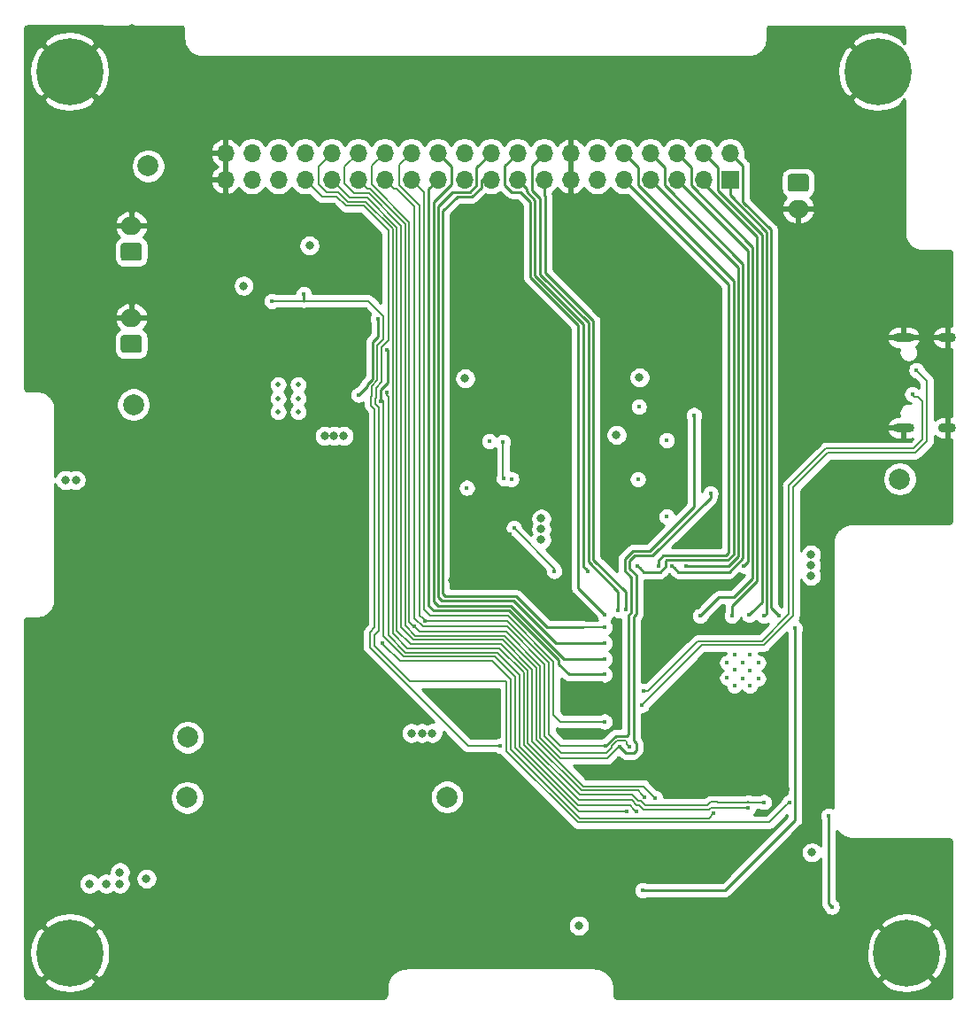
<source format=gbr>
G04 #@! TF.GenerationSoftware,KiCad,Pcbnew,(5.1.9)-1*
G04 #@! TF.CreationDate,2021-06-08T10:33:40+02:00*
G04 #@! TF.ProjectId,DynaQube,44796e61-5175-4626-952e-6b696361645f,v1.2*
G04 #@! TF.SameCoordinates,Original*
G04 #@! TF.FileFunction,Copper,L3,Inr*
G04 #@! TF.FilePolarity,Positive*
%FSLAX46Y46*%
G04 Gerber Fmt 4.6, Leading zero omitted, Abs format (unit mm)*
G04 Created by KiCad (PCBNEW (5.1.9)-1) date 2021-06-08 10:33:40*
%MOMM*%
%LPD*%
G01*
G04 APERTURE LIST*
G04 #@! TA.AperFunction,ComponentPad*
%ADD10O,1.700000X1.700000*%
G04 #@! TD*
G04 #@! TA.AperFunction,ComponentPad*
%ADD11R,1.700000X1.700000*%
G04 #@! TD*
G04 #@! TA.AperFunction,ComponentPad*
%ADD12C,2.000000*%
G04 #@! TD*
G04 #@! TA.AperFunction,ComponentPad*
%ADD13C,0.500000*%
G04 #@! TD*
G04 #@! TA.AperFunction,ComponentPad*
%ADD14O,2.000000X1.700000*%
G04 #@! TD*
G04 #@! TA.AperFunction,ComponentPad*
%ADD15C,0.400000*%
G04 #@! TD*
G04 #@! TA.AperFunction,ComponentPad*
%ADD16O,1.700000X0.900000*%
G04 #@! TD*
G04 #@! TA.AperFunction,ComponentPad*
%ADD17O,2.000000X0.900000*%
G04 #@! TD*
G04 #@! TA.AperFunction,ComponentPad*
%ADD18C,6.400000*%
G04 #@! TD*
G04 #@! TA.AperFunction,ViaPad*
%ADD19C,0.800000*%
G04 #@! TD*
G04 #@! TA.AperFunction,ViaPad*
%ADD20C,0.450000*%
G04 #@! TD*
G04 #@! TA.AperFunction,Conductor*
%ADD21C,0.250000*%
G04 #@! TD*
G04 #@! TA.AperFunction,Conductor*
%ADD22C,0.200000*%
G04 #@! TD*
G04 #@! TA.AperFunction,Conductor*
%ADD23C,0.254000*%
G04 #@! TD*
G04 #@! TA.AperFunction,Conductor*
%ADD24C,0.100000*%
G04 #@! TD*
G04 APERTURE END LIST*
D10*
X47000000Y-60150000D03*
X47000000Y-62690000D03*
X49540000Y-60150000D03*
X49540000Y-62690000D03*
X52080000Y-60150000D03*
X52080000Y-62690000D03*
X54620000Y-60150000D03*
X54620000Y-62690000D03*
X57160000Y-60150000D03*
X57160000Y-62690000D03*
X59700000Y-60150000D03*
X59700000Y-62690000D03*
X62240000Y-60150000D03*
X62240000Y-62690000D03*
X64780000Y-60150000D03*
X64780000Y-62690000D03*
X67320000Y-60150000D03*
X67320000Y-62690000D03*
X69860000Y-60150000D03*
X69860000Y-62690000D03*
X72400000Y-60150000D03*
X72400000Y-62690000D03*
X74940000Y-60150000D03*
X74940000Y-62690000D03*
X77480000Y-60150000D03*
X77480000Y-62690000D03*
X80020000Y-60150000D03*
X80020000Y-62690000D03*
X82560000Y-60150000D03*
X82560000Y-62690000D03*
X85100000Y-60150000D03*
X85100000Y-62690000D03*
X87640000Y-60150000D03*
X87640000Y-62690000D03*
X90180000Y-60150000D03*
X90180000Y-62690000D03*
X92720000Y-60150000D03*
X92720000Y-62690000D03*
X95260000Y-60150000D03*
D11*
X95260000Y-62690000D03*
D12*
X38200000Y-84200000D03*
X39600000Y-61400000D03*
D13*
X53955000Y-84900000D03*
X52045000Y-84900000D03*
X53955000Y-83600000D03*
X52045000Y-83600000D03*
X53955000Y-82300000D03*
X52045000Y-82300000D03*
D14*
X101800000Y-65500000D03*
G04 #@! TA.AperFunction,ComponentPad*
G36*
G01*
X101050000Y-62150000D02*
X102550000Y-62150000D01*
G75*
G02*
X102800000Y-62400000I0J-250000D01*
G01*
X102800000Y-63600000D01*
G75*
G02*
X102550000Y-63850000I-250000J0D01*
G01*
X101050000Y-63850000D01*
G75*
G02*
X100800000Y-63600000I0J250000D01*
G01*
X100800000Y-62400000D01*
G75*
G02*
X101050000Y-62150000I250000J0D01*
G01*
G37*
G04 #@! TD.AperFunction*
D15*
X95693200Y-109573200D03*
X97166400Y-109624000D03*
X96506000Y-110386000D03*
X96455200Y-108862000D03*
X95693200Y-108100000D03*
X94982000Y-108862000D03*
X94982000Y-110335200D03*
X95693200Y-111097200D03*
X97166400Y-111097200D03*
X97979200Y-110386000D03*
X97979200Y-108862000D03*
X97166400Y-108100000D03*
D12*
X68200000Y-121700000D03*
D16*
X116040000Y-77780000D03*
X116040000Y-86420000D03*
D17*
X111870000Y-77780000D03*
X111870000Y-86420000D03*
D12*
X111500000Y-91300000D03*
D14*
X38000000Y-75900000D03*
G04 #@! TA.AperFunction,ComponentPad*
G36*
G01*
X38750000Y-79250000D02*
X37250000Y-79250000D01*
G75*
G02*
X37000000Y-79000000I0J250000D01*
G01*
X37000000Y-77800000D01*
G75*
G02*
X37250000Y-77550000I250000J0D01*
G01*
X38750000Y-77550000D01*
G75*
G02*
X39000000Y-77800000I0J-250000D01*
G01*
X39000000Y-79000000D01*
G75*
G02*
X38750000Y-79250000I-250000J0D01*
G01*
G37*
G04 #@! TD.AperFunction*
X38000000Y-67100000D03*
G04 #@! TA.AperFunction,ComponentPad*
G36*
G01*
X38750000Y-70450000D02*
X37250000Y-70450000D01*
G75*
G02*
X37000000Y-70200000I0J250000D01*
G01*
X37000000Y-69000000D01*
G75*
G02*
X37250000Y-68750000I250000J0D01*
G01*
X38750000Y-68750000D01*
G75*
G02*
X39000000Y-69000000I0J-250000D01*
G01*
X39000000Y-70200000D01*
G75*
G02*
X38750000Y-70450000I-250000J0D01*
G01*
G37*
G04 #@! TD.AperFunction*
D12*
X43400000Y-116000000D03*
X43350000Y-121750000D03*
D18*
X32100000Y-52350000D03*
X32130000Y-136600000D03*
X112150000Y-136610000D03*
X109400000Y-52350000D03*
D19*
X87300000Y-131750000D03*
X108300000Y-84000000D03*
X108300000Y-80800000D03*
X90900000Y-125800000D03*
D20*
X72471125Y-97118839D03*
X74200000Y-96550000D03*
D19*
X88000000Y-105000000D03*
X88000000Y-106900000D03*
X88100000Y-114000000D03*
X88100000Y-116000000D03*
X91000000Y-105000000D03*
X94000000Y-105000000D03*
X98500000Y-116000000D03*
X98500000Y-114000000D03*
X94000000Y-114000000D03*
X94000000Y-116000000D03*
X92100000Y-111000000D03*
X84400000Y-107800000D03*
X87600000Y-96100000D03*
X93200000Y-86200000D03*
X86500000Y-90200000D03*
X76000000Y-91800000D03*
X46000000Y-103600000D03*
X47200000Y-103600000D03*
X48400000Y-103600000D03*
X49600000Y-103600000D03*
X50800000Y-103600000D03*
X35800000Y-86600000D03*
X39400000Y-86600000D03*
X38200000Y-86600000D03*
X37000000Y-86600000D03*
X34600000Y-86600000D03*
X37400000Y-99000000D03*
X38400000Y-99000000D03*
X39400000Y-99000000D03*
X40400000Y-99000000D03*
X92600000Y-96600000D03*
X58500000Y-94400000D03*
D20*
X57100000Y-85200000D03*
X90200000Y-121200000D03*
X98500000Y-123100000D03*
X92700000Y-121200000D03*
D19*
X38100000Y-137160000D03*
X43180000Y-137160000D03*
X48260000Y-137160000D03*
X53340000Y-137160000D03*
X58420000Y-137160000D03*
X63500000Y-137160000D03*
X68580000Y-137160000D03*
X73660000Y-137160000D03*
X78740000Y-137160000D03*
X83820000Y-137160000D03*
X91440000Y-137160000D03*
X43180000Y-132080000D03*
X38100000Y-132080000D03*
X33020000Y-132080000D03*
X48260000Y-132080000D03*
X58420000Y-132080000D03*
X63500000Y-132080000D03*
X68580000Y-132080000D03*
X73660000Y-132080000D03*
X78740000Y-132080000D03*
X83820000Y-132080000D03*
X73660000Y-127000000D03*
X78740000Y-127000000D03*
X73660000Y-121920000D03*
X68580000Y-116840000D03*
X58420000Y-111760000D03*
X68580000Y-111760000D03*
X63500000Y-111760000D03*
X53340000Y-111760000D03*
X48260000Y-111760000D03*
X43180000Y-111760000D03*
X38100000Y-111760000D03*
X33020000Y-111760000D03*
X48260000Y-106680000D03*
X53340000Y-106680000D03*
X33020000Y-106680000D03*
X53340000Y-101600000D03*
X53300000Y-95800000D03*
X53340000Y-91440000D03*
X48260000Y-91440000D03*
X73660000Y-73660000D03*
X38100000Y-48260000D03*
X30480000Y-58420000D03*
X101600000Y-58420000D03*
X106680000Y-58420000D03*
X101600000Y-53340000D03*
X106680000Y-63500000D03*
X106680000Y-68580000D03*
X106680000Y-73660000D03*
X111760000Y-73660000D03*
X106680000Y-91440000D03*
X101600000Y-88900000D03*
X73660000Y-66040000D03*
X88900000Y-68580000D03*
X93980000Y-73660000D03*
D20*
X84650000Y-118000000D03*
X100800000Y-121000000D03*
X73400000Y-93600000D03*
X94750000Y-121250000D03*
D19*
X55550000Y-79300000D03*
X59850000Y-79300000D03*
D20*
X33150000Y-123500000D03*
D19*
X33150000Y-123500000D03*
X41500000Y-119650000D03*
X40700000Y-123450000D03*
X44000000Y-88000000D03*
X46000000Y-88000000D03*
X48000000Y-88000000D03*
X48000000Y-86000000D03*
X45000000Y-87000000D03*
X47000000Y-87000000D03*
X49000000Y-87000000D03*
X48250000Y-95750000D03*
X43250000Y-106750000D03*
X38000000Y-106750000D03*
X43000000Y-54500000D03*
X42750000Y-60250000D03*
X36250000Y-54500000D03*
X101500000Y-68500000D03*
X77250000Y-84000000D03*
X69750000Y-96000000D03*
X68750000Y-101000000D03*
X114750000Y-91250000D03*
X114750000Y-73500000D03*
X58250000Y-68000000D03*
X37750000Y-59000000D03*
X75750000Y-101000000D03*
X79250000Y-102750000D03*
X100000000Y-109500000D03*
X53250000Y-88000000D03*
X34500000Y-83500000D03*
X86250000Y-66750000D03*
X101750000Y-49000000D03*
X105250000Y-49000000D03*
X105000000Y-55750000D03*
X106750000Y-94500000D03*
X114750000Y-94500000D03*
X36900000Y-128900000D03*
X36900000Y-130000000D03*
X35600000Y-130000000D03*
X31700000Y-91400000D03*
X32700000Y-91400000D03*
X34000000Y-129999996D03*
X103000000Y-98540000D03*
X103000000Y-99550000D03*
X103000000Y-100550000D03*
X103099998Y-127000000D03*
X80800000Y-134000000D03*
D20*
X72250000Y-87700000D03*
D19*
X69926079Y-81700011D03*
D20*
X113100000Y-80900000D03*
X86800000Y-112950013D03*
X112700000Y-83200000D03*
X87000000Y-111600000D03*
D19*
X48750000Y-72850000D03*
X55050000Y-69000000D03*
D20*
X91800006Y-85200000D03*
X66125259Y-104882781D03*
X83370906Y-116820917D03*
X93400000Y-92700000D03*
X65078673Y-105421150D03*
X84700000Y-116900004D03*
D19*
X64800000Y-115600000D03*
X65800000Y-115600000D03*
X66800000Y-115600000D03*
X77200000Y-96100000D03*
X77200000Y-97100000D03*
X77200000Y-95100000D03*
X84400000Y-87100000D03*
X84400000Y-87100000D03*
X86600000Y-81600000D03*
D20*
X86550000Y-84400000D03*
X86449989Y-91349989D03*
X74600000Y-96000000D03*
X78450000Y-100100000D03*
X104700000Y-123500000D03*
X105000000Y-132199996D03*
X98500000Y-122199996D03*
X97000000Y-122725010D03*
X88100000Y-121800000D03*
X87086173Y-121701015D03*
X85650000Y-116900002D03*
X83250000Y-114500002D03*
X83300000Y-110000000D03*
X83300000Y-108500000D03*
X83300000Y-107000000D03*
X83300000Y-105500000D03*
X83300000Y-104300004D03*
X81700000Y-100100000D03*
X84582361Y-103852503D03*
X85300024Y-103794632D03*
X86399996Y-99600000D03*
X88400000Y-99600000D03*
X89700011Y-99600009D03*
X91023928Y-99600009D03*
X92400000Y-104400000D03*
X96600000Y-99600000D03*
X95450000Y-104350000D03*
X97100000Y-104300000D03*
X98500000Y-104400000D03*
X99950000Y-104350000D03*
X101499990Y-105600000D03*
X86900000Y-130600000D03*
X61837248Y-83857082D03*
X62474990Y-78974564D03*
X85400000Y-123100002D03*
X59734992Y-83265008D03*
X62474990Y-83000000D03*
X61600000Y-76000000D03*
X86300000Y-123100000D03*
X93700000Y-123250020D03*
X62000000Y-107000000D03*
X100949990Y-122199998D03*
D19*
X39450000Y-129500000D03*
D20*
X73550000Y-87800000D03*
X73641256Y-91233734D03*
X74350000Y-91325000D03*
X70100000Y-92150014D03*
X89200000Y-87600000D03*
X89200000Y-94900000D03*
D19*
X56500000Y-87200000D03*
X57400000Y-87200000D03*
X58300000Y-87200000D03*
D20*
X73300004Y-116800000D03*
X51450000Y-74300000D03*
X54500000Y-73650000D03*
D21*
X73631161Y-97118839D02*
X74200000Y-96550000D01*
X72471125Y-97118839D02*
X73631161Y-97118839D01*
D22*
X92500000Y-107250013D02*
X86800000Y-112950013D01*
X104600001Y-88800000D02*
X101300001Y-92100000D01*
X114100000Y-87700000D02*
X113000000Y-88800000D01*
X98500000Y-107200000D02*
X92500000Y-107200000D01*
X113000000Y-88800000D02*
X104600001Y-88800000D01*
X92500000Y-107200000D02*
X92500000Y-107250013D01*
X101300000Y-104400000D02*
X98500000Y-107200000D01*
X114100000Y-81900000D02*
X114100000Y-87700000D01*
X101300001Y-92100000D02*
X101300000Y-104400000D01*
X113100000Y-80900000D02*
X114100000Y-81900000D01*
X113224999Y-83424999D02*
X113699990Y-83899990D01*
X112924999Y-83424999D02*
X113224999Y-83424999D01*
X112700000Y-83200000D02*
X112924999Y-83424999D01*
X113699990Y-83899990D02*
X113699990Y-87534312D01*
X113699990Y-87534312D02*
X112834312Y-88399990D01*
X112834312Y-88399990D02*
X104434312Y-88399990D01*
X87400000Y-111600000D02*
X87000000Y-111600000D01*
X92200011Y-106799989D02*
X87400000Y-111600000D01*
X104600000Y-88400000D02*
X104434301Y-88400000D01*
X104434301Y-88400000D02*
X100899990Y-91934311D01*
X98300011Y-106799989D02*
X92200011Y-106799989D01*
X100899990Y-104200010D02*
X98300011Y-106799989D01*
X100899990Y-91934311D02*
X100899990Y-104200010D01*
X63629999Y-63241992D02*
X65600066Y-65212059D01*
X64780000Y-60150000D02*
X63629999Y-61300001D01*
X63629999Y-61300001D02*
X63629999Y-63241992D01*
X65600066Y-65212059D02*
X65600066Y-104357588D01*
X65600066Y-104357588D02*
X65900260Y-104657782D01*
X65900260Y-104657782D02*
X66125259Y-104882781D01*
X77931162Y-108834318D02*
X77931162Y-115705562D01*
X66125259Y-104882781D02*
X73979625Y-104882781D01*
X73979625Y-104882781D02*
X77931162Y-108834318D01*
X77931162Y-115705562D02*
X79046517Y-116820917D01*
X83052708Y-116820917D02*
X83370906Y-116820917D01*
X79046517Y-116820917D02*
X83052708Y-116820917D01*
D21*
X85400000Y-115850000D02*
X84341823Y-115850000D01*
X85574065Y-115675935D02*
X85400000Y-115850000D01*
X85574065Y-104334593D02*
X85574065Y-115675935D01*
X85850025Y-104058633D02*
X85574065Y-104334593D01*
X85850025Y-100700438D02*
X85850025Y-104058633D01*
X85199988Y-100050401D02*
X85850025Y-100700438D01*
X85949599Y-98199988D02*
X85199988Y-98949599D01*
X85199988Y-98949599D02*
X85199988Y-100050401D01*
X87557815Y-98199988D02*
X85949599Y-98199988D01*
X91800006Y-93957797D02*
X87557815Y-98199988D01*
X91800006Y-85200000D02*
X91800006Y-93957797D01*
X84341823Y-115850000D02*
X83370906Y-116820917D01*
D22*
X64600033Y-104942510D02*
X64853674Y-105196151D01*
X64600033Y-66752029D02*
X64600033Y-104942510D01*
X61000000Y-63151996D02*
X64600033Y-66752029D01*
X64853674Y-105196151D02*
X65078673Y-105421150D01*
X61000000Y-61390000D02*
X61000000Y-63151996D01*
X62240000Y-60150000D02*
X61000000Y-61390000D01*
X79069199Y-117974999D02*
X83525001Y-117974999D01*
X77131140Y-116036940D02*
X79069199Y-117974999D01*
X77131140Y-109165694D02*
X77131140Y-116036940D01*
X65557468Y-105899945D02*
X73865391Y-105899945D01*
X65078673Y-105421150D02*
X65557468Y-105899945D01*
X73865391Y-105899945D02*
X77131140Y-109165694D01*
X84599996Y-116900004D02*
X84700000Y-116900004D01*
X83525001Y-117974999D02*
X84599996Y-116900004D01*
D21*
X86025001Y-117474999D02*
X85274995Y-117474999D01*
X86300000Y-117200000D02*
X86025001Y-117474999D01*
X93400000Y-93100000D02*
X87850001Y-98649999D01*
X86300000Y-116600000D02*
X86300000Y-117200000D01*
X86300036Y-104245033D02*
X86049998Y-104495071D01*
X85649999Y-99864001D02*
X86300036Y-100514038D01*
X86300036Y-100514038D02*
X86300036Y-104245033D01*
X85649999Y-99135999D02*
X85649999Y-99864001D01*
X87850001Y-98649999D02*
X86135999Y-98649999D01*
X85274995Y-117474999D02*
X84700000Y-116900004D01*
X86049998Y-116349998D02*
X86300000Y-116600000D01*
X86049998Y-104495071D02*
X86049998Y-116349998D01*
X86135999Y-98649999D02*
X85649999Y-99135999D01*
X93400000Y-92700000D02*
X93400000Y-93100000D01*
D22*
X74600000Y-96000000D02*
X78450000Y-99850000D01*
X78450000Y-99850000D02*
X78450000Y-100100000D01*
D21*
X104700000Y-131899996D02*
X105000000Y-132199996D01*
X104700000Y-123500000D02*
X104700000Y-131899996D01*
D22*
X97000000Y-122100000D02*
X97000000Y-122100000D01*
X58870010Y-64400009D02*
X60550914Y-64400009D01*
X93425013Y-122174987D02*
X94117691Y-122174987D01*
X75931107Y-116534007D02*
X80897100Y-121500000D01*
X98181798Y-122200000D02*
X98181802Y-122199996D01*
X86497986Y-122074988D02*
X86717690Y-122074988D01*
X75931107Y-109662761D02*
X75931107Y-116534007D01*
X73368313Y-107099967D02*
X75931107Y-109662761D01*
X80897100Y-121500000D02*
X85922998Y-121500000D01*
X60550914Y-64400009D02*
X63400011Y-67249106D01*
X86717690Y-122074988D02*
X87142702Y-122500000D01*
X94117691Y-122174987D02*
X94142704Y-122200000D01*
X98181802Y-122199996D02*
X98500000Y-122199996D01*
X64699967Y-107099967D02*
X73368313Y-107099967D01*
X85922998Y-121500000D02*
X86497986Y-122074988D01*
X94142704Y-122200000D02*
X98181798Y-122200000D01*
X93100000Y-122500000D02*
X93425013Y-122174987D01*
X87142702Y-122500000D02*
X93100000Y-122500000D01*
X57160000Y-62690000D02*
X58870010Y-64400009D01*
X63400011Y-105800011D02*
X64699967Y-107099967D01*
X63400011Y-67249106D02*
X63400011Y-105800011D01*
X85857298Y-122000000D02*
X86332297Y-122474999D01*
X93265689Y-122900011D02*
X93440690Y-122725010D01*
X58704321Y-64800020D02*
X60385225Y-64800020D01*
X75531096Y-116699696D02*
X80831400Y-122000000D01*
X86977013Y-122900011D02*
X93265689Y-122900011D01*
X63000000Y-106091596D02*
X64408382Y-107499978D01*
X56667998Y-63900000D02*
X57804301Y-63900000D01*
X86332297Y-122474999D02*
X86552001Y-122474999D01*
X73202624Y-107499978D02*
X75531096Y-109828450D01*
X55900000Y-61410000D02*
X55900000Y-63132002D01*
X96681802Y-122725010D02*
X97000000Y-122725010D01*
X93440690Y-122725010D02*
X96681802Y-122725010D01*
X55900000Y-63132002D02*
X56667998Y-63900000D01*
X64408382Y-107499978D02*
X73202624Y-107499978D01*
X80831400Y-122000000D02*
X85857298Y-122000000D01*
X57804301Y-63900000D02*
X58704321Y-64800020D01*
X75531096Y-109828450D02*
X75531096Y-116699696D01*
X60385225Y-64800020D02*
X63000000Y-67414795D01*
X86552001Y-122474999D02*
X86977013Y-122900011D01*
X63000000Y-67414795D02*
X63000000Y-106091596D01*
X57160000Y-60150000D02*
X55900000Y-61410000D01*
X59700000Y-62690000D02*
X60549999Y-63539999D01*
X76731129Y-109331383D02*
X76731129Y-116202629D01*
X64200033Y-66917728D02*
X64200033Y-105319514D01*
X73699691Y-106299945D02*
X76731129Y-109331383D01*
X60549999Y-63539999D02*
X60822304Y-63539999D01*
X76731129Y-116202629D02*
X81203454Y-120674954D01*
X60822304Y-63539999D02*
X64200033Y-66917728D01*
X64200033Y-105319514D02*
X65180464Y-106299945D01*
X65180464Y-106299945D02*
X73699691Y-106299945D01*
X81203454Y-120674954D02*
X86974954Y-120674954D01*
X86974954Y-120674954D02*
X87875001Y-121575001D01*
X87875001Y-121575001D02*
X88100000Y-121800000D01*
X63800022Y-105500022D02*
X64999956Y-106699956D01*
X76331118Y-116368318D02*
X81037765Y-121074965D01*
X63800022Y-67083417D02*
X63800022Y-105500022D01*
X76331118Y-109497072D02*
X76331118Y-116368318D01*
X58400000Y-61450000D02*
X58400000Y-63092002D01*
X59307996Y-63999998D02*
X60716603Y-63999998D01*
X86861174Y-121476016D02*
X87086173Y-121701015D01*
X58400000Y-63092002D02*
X59307996Y-63999998D01*
X59700000Y-60150000D02*
X58400000Y-61450000D01*
X60716603Y-63999998D02*
X63800022Y-67083417D01*
X86460123Y-121074965D02*
X86861174Y-121476016D01*
X81037765Y-121074965D02*
X86460123Y-121074965D01*
X73534002Y-106699956D02*
X76331118Y-109497072D01*
X64999956Y-106699956D02*
X73534002Y-106699956D01*
X85425001Y-116675003D02*
X85650000Y-116900002D01*
X84467880Y-116324999D02*
X85274999Y-116324999D01*
X83459301Y-117474999D02*
X83974999Y-116959301D01*
X85425001Y-116475001D02*
X85425001Y-116675003D01*
X79134899Y-117474999D02*
X83459301Y-117474999D01*
X77531151Y-109000005D02*
X77531151Y-115871251D01*
X83974999Y-116817880D02*
X84467880Y-116324999D01*
X83974999Y-116959301D02*
X83974999Y-116817880D01*
X62240000Y-62690000D02*
X63089999Y-63539999D01*
X65916367Y-105416367D02*
X73947511Y-105416367D01*
X73947511Y-105416367D02*
X77531151Y-109000005D01*
X63089999Y-63539999D02*
X63362306Y-63539999D01*
X65100000Y-65277693D02*
X65100000Y-104600000D01*
X85274999Y-116324999D02*
X85425001Y-116475001D01*
X63362306Y-63539999D02*
X65100000Y-65277693D01*
X65100000Y-104600000D02*
X65916367Y-105416367D01*
X77531151Y-115871251D02*
X79134899Y-117474999D01*
X78400000Y-111300000D02*
X78400000Y-111200000D01*
X66000077Y-63910077D02*
X65629999Y-63539999D01*
X66000077Y-103800077D02*
X66000077Y-63910077D01*
X78400000Y-108737456D02*
X74062544Y-104400000D01*
X66600000Y-104400000D02*
X66000077Y-103800077D01*
X65629999Y-63539999D02*
X64780000Y-62690000D01*
X74062544Y-104400000D02*
X66600000Y-104400000D01*
X78400000Y-111200000D02*
X78400000Y-108737456D01*
X82931802Y-114500002D02*
X83250000Y-114500002D01*
X79050002Y-114500002D02*
X82931802Y-114500002D01*
X78400000Y-113850000D02*
X79050002Y-114500002D01*
X78400000Y-111200000D02*
X78400000Y-113850000D01*
D21*
X82981802Y-110000000D02*
X83300000Y-110000000D01*
X66449968Y-63560032D02*
X66449968Y-103399968D01*
X74138512Y-103874912D02*
X78900000Y-108636400D01*
X78900000Y-109050000D02*
X79850000Y-110000000D01*
X66924912Y-103874912D02*
X74138512Y-103874912D01*
X79850000Y-110000000D02*
X82981802Y-110000000D01*
X66449968Y-103399968D02*
X66924912Y-103874912D01*
X78900000Y-108636400D02*
X78900000Y-109050000D01*
X67320000Y-62690000D02*
X66449968Y-63560032D01*
X68169999Y-60999999D02*
X67320000Y-60150000D01*
X68600000Y-61430000D02*
X68169999Y-60999999D01*
X66899979Y-102999979D02*
X66899979Y-64813600D01*
X67324902Y-103424902D02*
X66899979Y-102999979D01*
X68600000Y-63113579D02*
X68600000Y-61430000D01*
X74324911Y-103424902D02*
X67324902Y-103424902D01*
X66899979Y-64813600D02*
X68600000Y-63113579D01*
X79400008Y-108500000D02*
X74324911Y-103424902D01*
X83300000Y-108500000D02*
X79400008Y-108500000D01*
X79500012Y-107000000D02*
X83300000Y-107000000D01*
D22*
X79500000Y-107000012D02*
X79500012Y-107000000D01*
D21*
X79499988Y-107000000D02*
X79500000Y-107000012D01*
X78600000Y-107000000D02*
X79499988Y-107000000D01*
X74574890Y-102974890D02*
X78600000Y-107000000D01*
X67724890Y-102974890D02*
X74574890Y-102974890D01*
X67349990Y-102599990D02*
X67724890Y-102974890D01*
X70424001Y-63865001D02*
X68734999Y-63865001D01*
X71035001Y-63254001D02*
X70424001Y-63865001D01*
X67349990Y-65250010D02*
X67349990Y-102599990D01*
X68734999Y-63865001D02*
X67349990Y-65250010D01*
X71035001Y-61514999D02*
X71035001Y-63254001D01*
X72400000Y-60150000D02*
X71035001Y-61514999D01*
D22*
X83300000Y-105500000D02*
X78700000Y-105500000D01*
D21*
X71485012Y-62690000D02*
X72400000Y-62690000D01*
X70610401Y-64315012D02*
X71485012Y-63440401D01*
X69184988Y-64315012D02*
X70610401Y-64315012D01*
X71485012Y-63440401D02*
X71485012Y-62690000D01*
X67800000Y-65700000D02*
X69184988Y-64315012D01*
X68050000Y-102500000D02*
X67800000Y-102250000D01*
X67800000Y-102250000D02*
X67800000Y-65700000D01*
X74800000Y-102500000D02*
X68050000Y-102500000D01*
X77800000Y-105500000D02*
X74800000Y-102500000D01*
X81250000Y-105500000D02*
X77800000Y-105500000D01*
X83300000Y-104300000D02*
X83300000Y-104300004D01*
X80724980Y-76634211D02*
X80724980Y-101724980D01*
X80724980Y-101724980D02*
X83300000Y-104300000D01*
X76149970Y-72059201D02*
X80724980Y-76634211D01*
X76149969Y-64822790D02*
X76149970Y-72059201D01*
X74940000Y-60150000D02*
X73700000Y-61390000D01*
X75192180Y-63865001D02*
X76149969Y-64822790D01*
X74375999Y-63865001D02*
X75192180Y-63865001D01*
X73700000Y-61390000D02*
X73700000Y-63189002D01*
X73700000Y-63189002D02*
X74375999Y-63865001D01*
X76599979Y-64636390D02*
X76599979Y-71872800D01*
X75789999Y-63539999D02*
X75789999Y-63826410D01*
X74940000Y-62690000D02*
X75789999Y-63539999D01*
X81475001Y-99875001D02*
X81700000Y-100100000D01*
X76599979Y-71872800D02*
X81275001Y-76547822D01*
X75789999Y-63826410D02*
X76599979Y-64636390D01*
X81275001Y-76547822D02*
X81275001Y-99675001D01*
X81275001Y-99675001D02*
X81475001Y-99875001D01*
X77100000Y-64500000D02*
X77100000Y-71736411D01*
X77480000Y-60150000D02*
X76304999Y-61325001D01*
X76304999Y-63704999D02*
X77100000Y-64500000D01*
X84582361Y-102082361D02*
X84582361Y-103534305D01*
X76304999Y-61325001D02*
X76304999Y-63704999D01*
X84582361Y-103534305D02*
X84582361Y-103852503D01*
X81749989Y-76386400D02*
X81749990Y-99249990D01*
X81749990Y-99249990D02*
X84582361Y-102082361D01*
X77100000Y-71736411D02*
X81749989Y-76386400D01*
X77600000Y-64300000D02*
X77600000Y-71600000D01*
X82200000Y-76200000D02*
X82200000Y-99000000D01*
X77480000Y-62690000D02*
X77480000Y-64180000D01*
X85300024Y-103476434D02*
X85300024Y-103794632D01*
X77600000Y-71600000D02*
X82200000Y-76200000D01*
X85300024Y-102100024D02*
X85300024Y-103476434D01*
X82200000Y-99000000D02*
X85300024Y-102100024D01*
X77480000Y-64180000D02*
X77600000Y-64300000D01*
X95063177Y-99049999D02*
X89235999Y-99049999D01*
X88614002Y-100200000D02*
X86999996Y-100200000D01*
X86999996Y-100200000D02*
X86624995Y-99824999D01*
X89150001Y-99664001D02*
X88614002Y-100200000D01*
X95599915Y-72388917D02*
X95599915Y-98513261D01*
X86624995Y-99824999D02*
X86399996Y-99600000D01*
X89150001Y-99135999D02*
X89150001Y-99664001D01*
X85100000Y-60150000D02*
X86464999Y-61514999D01*
X95599915Y-98513261D02*
X95063177Y-99049999D01*
X86464999Y-61514999D02*
X86464999Y-63254001D01*
X86464999Y-63254001D02*
X95599915Y-72388917D01*
X89235999Y-99049999D02*
X89150001Y-99135999D01*
X88881794Y-98599988D02*
X88400000Y-99081782D01*
X88400000Y-99081782D02*
X88400000Y-99281802D01*
X95149904Y-98326862D02*
X94876778Y-98599988D01*
X85100000Y-62690000D02*
X95149904Y-72739904D01*
X94876778Y-98599988D02*
X88881794Y-98599988D01*
X88400000Y-99281802D02*
X88400000Y-99600000D01*
X95149904Y-72739904D02*
X95149904Y-98326862D01*
X95185998Y-100200000D02*
X90300002Y-100200000D01*
X89004999Y-61514999D02*
X89004999Y-63254001D01*
X87640000Y-60150000D02*
X89004999Y-61514999D01*
X89004999Y-63254001D02*
X96499937Y-70748939D01*
X96499937Y-98886061D02*
X95185998Y-100200000D01*
X90300002Y-100200000D02*
X89925010Y-99825008D01*
X96499937Y-70748939D02*
X96499937Y-98886061D01*
X89925010Y-99825008D02*
X89700011Y-99600009D01*
X87640000Y-62690000D02*
X96049926Y-71099926D01*
X96049926Y-98699661D02*
X95149578Y-99600009D01*
X95149578Y-99600009D02*
X91342126Y-99600009D01*
X91342126Y-99600009D02*
X91023928Y-99600009D01*
X96049926Y-71099926D02*
X96049926Y-98699661D01*
X94200000Y-102600000D02*
X92624999Y-104175001D01*
X97399959Y-69108961D02*
X97399959Y-100800041D01*
X95600000Y-102600000D02*
X94200000Y-102600000D01*
X91544999Y-63254001D02*
X97399959Y-69108961D01*
X91544999Y-61514999D02*
X91544999Y-63254001D01*
X90180000Y-60150000D02*
X91544999Y-61514999D01*
X97399959Y-100800041D02*
X95600000Y-102600000D01*
X92624999Y-104175001D02*
X92400000Y-104400000D01*
X96824999Y-99375001D02*
X96600000Y-99600000D01*
X90180000Y-62690000D02*
X96949948Y-69459948D01*
X96949948Y-69459948D02*
X96949948Y-99250052D01*
X96949948Y-99250052D02*
X96824999Y-99375001D01*
X97849969Y-101050031D02*
X95450000Y-103450000D01*
X95450000Y-103450000D02*
X95450000Y-104350000D01*
X92720000Y-63020000D02*
X97849969Y-68149969D01*
X97849969Y-68149969D02*
X97849969Y-101050031D01*
X92720000Y-62690000D02*
X92720000Y-63020000D01*
X94084999Y-63748589D02*
X98299980Y-67963569D01*
X97324999Y-104075001D02*
X97100000Y-104300000D01*
X94084999Y-61514999D02*
X94084999Y-63748589D01*
X98299980Y-103100020D02*
X97324999Y-104075001D01*
X98299980Y-67963569D02*
X98299980Y-103100020D01*
X92720000Y-60150000D02*
X94084999Y-61514999D01*
X98724999Y-104175001D02*
X98500000Y-104400000D01*
X98749990Y-104150010D02*
X98724999Y-104175001D01*
X95260000Y-64196410D02*
X98749990Y-67686400D01*
X95260000Y-62690000D02*
X95260000Y-64196410D01*
X98749990Y-67686400D02*
X98749990Y-104150010D01*
X96500000Y-61390000D02*
X95260000Y-60150000D01*
X99200000Y-67500000D02*
X96500000Y-64800000D01*
X96500000Y-64800000D02*
X96500000Y-61390000D01*
X99200000Y-103600000D02*
X99200000Y-67500000D01*
X99950000Y-104350000D02*
X99200000Y-103600000D01*
X87218198Y-130600000D02*
X86900000Y-130600000D01*
X94814002Y-130600000D02*
X87218198Y-130600000D01*
X101499990Y-105600000D02*
X101500000Y-105600010D01*
X101500000Y-123914002D02*
X94814002Y-130600000D01*
X101500000Y-105600010D02*
X101500000Y-123914002D01*
X62500000Y-78999574D02*
X62474990Y-78974564D01*
X62500000Y-82100000D02*
X62500000Y-78999574D01*
X61837248Y-82762752D02*
X62500000Y-82100000D01*
X61837248Y-83857082D02*
X61837248Y-82762752D01*
D22*
X74700000Y-117000000D02*
X80800002Y-123100002D01*
X80800002Y-123100002D02*
X85081802Y-123100002D01*
X74700000Y-110200000D02*
X74700000Y-117000000D01*
X62100000Y-83900000D02*
X62100000Y-106322996D01*
X64077004Y-108300000D02*
X72800000Y-108300000D01*
X85081802Y-123100002D02*
X85400000Y-123100002D01*
X72800000Y-108300000D02*
X74700000Y-110200000D01*
X62100000Y-106322996D02*
X64077004Y-108300000D01*
X62000004Y-83800004D02*
X62100000Y-83900000D01*
D21*
X61100000Y-78200000D02*
X61600000Y-77700000D01*
X61100000Y-81732190D02*
X61100000Y-78200000D01*
X60587218Y-82244972D02*
X61100000Y-81732190D01*
X61600000Y-77700000D02*
X61600000Y-76000000D01*
X59734992Y-83265008D02*
X60587218Y-82412782D01*
X60587218Y-82412782D02*
X60587218Y-82244972D01*
D22*
X80765700Y-122500000D02*
X85700000Y-122500000D01*
X62474990Y-83318198D02*
X62574990Y-83418198D01*
X62574990Y-83418198D02*
X62574990Y-106232286D01*
X75131085Y-110031085D02*
X75131085Y-116865385D01*
X64242704Y-107900000D02*
X73000000Y-107900000D01*
X73000000Y-107900000D02*
X75131085Y-110031085D01*
X62574990Y-106232286D02*
X64242704Y-107900000D01*
X85700000Y-122500000D02*
X86075001Y-122875001D01*
X86075001Y-122875001D02*
X86300000Y-123100000D01*
X62474990Y-83000000D02*
X62474990Y-83318198D01*
X75131085Y-116865385D02*
X80765700Y-122500000D01*
X93225018Y-123725002D02*
X80859302Y-123725002D01*
X63700011Y-108700011D02*
X62224999Y-107224999D01*
X62224999Y-107224999D02*
X62000000Y-107000000D01*
X80859302Y-123725002D02*
X74299989Y-117165689D01*
X74299989Y-110499989D02*
X72500011Y-108700011D01*
X93700000Y-123250020D02*
X93225018Y-123725002D01*
X74299989Y-117165689D02*
X74299989Y-110499989D01*
X72500011Y-108700011D02*
X63700011Y-108700011D01*
X99024975Y-124125013D02*
X100724991Y-122424997D01*
X73899978Y-117331378D02*
X80693613Y-124125013D01*
X73899978Y-110665678D02*
X73899978Y-117331378D01*
X64638674Y-110665678D02*
X73899978Y-110665678D01*
X61224998Y-107252002D02*
X64638674Y-110665678D01*
X61224998Y-106250000D02*
X61224998Y-107252002D01*
X61699990Y-105775008D02*
X61224998Y-106250000D01*
X58534332Y-65200029D02*
X60219538Y-65200029D01*
X61949989Y-82048957D02*
X61412238Y-82586708D01*
X61412238Y-83505090D02*
X61312247Y-83605081D01*
X61699990Y-84496826D02*
X61699990Y-105775008D01*
X61412238Y-82586708D02*
X61412238Y-83505090D01*
X100724991Y-122424997D02*
X100949990Y-122199998D01*
X61949989Y-78722563D02*
X61949989Y-82048957D01*
X80693613Y-124125013D02*
X99024975Y-124125013D01*
X62599990Y-78072562D02*
X61949989Y-78722563D01*
X61312247Y-84109083D02*
X61699990Y-84496826D01*
X62599990Y-67580481D02*
X62599990Y-78072562D01*
X57634313Y-64300009D02*
X58534332Y-65200029D01*
X61312247Y-83605081D02*
X61312247Y-84109083D01*
X56230009Y-64300009D02*
X57634313Y-64300009D01*
X60219538Y-65200029D02*
X62599990Y-67580481D01*
X54620000Y-62690000D02*
X56230009Y-64300009D01*
X73550000Y-91142478D02*
X73641256Y-91233734D01*
X73550000Y-87800000D02*
X73550000Y-91142478D01*
X51450000Y-74300000D02*
X51450000Y-74300000D01*
X60824987Y-105975013D02*
X61299979Y-105500021D01*
X61012227Y-83339401D02*
X61012227Y-82421019D01*
X61549978Y-81883268D02*
X61549978Y-78556874D01*
X60912236Y-83439392D02*
X61012227Y-83339401D01*
X51768198Y-74300000D02*
X51450000Y-74300000D01*
X60824987Y-107417691D02*
X60824987Y-105975013D01*
X61012227Y-82421019D02*
X61549978Y-81883268D01*
X70207296Y-116800000D02*
X60824987Y-107417691D01*
X62125001Y-77981851D02*
X62125001Y-75747999D01*
X73300004Y-116800000D02*
X70207296Y-116800000D01*
X60912236Y-84274772D02*
X60912236Y-83439392D01*
X61299979Y-105500021D02*
X61299979Y-84662515D01*
X61299979Y-84662515D02*
X60912236Y-84274772D01*
X62125001Y-75747999D02*
X60677002Y-74300000D01*
X61549978Y-78556874D02*
X62125001Y-77981851D01*
D21*
X54500000Y-73650000D02*
X54500000Y-73968198D01*
X54500000Y-73968198D02*
X54500000Y-74300000D01*
D22*
X54500000Y-74300000D02*
X51768198Y-74300000D01*
X60677002Y-74300000D02*
X54500000Y-74300000D01*
D23*
X42668514Y-48034981D02*
X42822371Y-48048094D01*
X42871480Y-48068436D01*
X42927305Y-48111271D01*
X42970137Y-48167092D01*
X42997064Y-48232097D01*
X43012020Y-48345701D01*
X43002426Y-49156213D01*
X42999738Y-49172493D01*
X43001571Y-49228472D01*
X43001337Y-49248199D01*
X43002751Y-49264538D01*
X43003288Y-49280937D01*
X43005864Y-49300505D01*
X43010693Y-49356297D01*
X43015295Y-49372141D01*
X43040506Y-49563636D01*
X43046422Y-49623702D01*
X43060450Y-49669945D01*
X43071425Y-49717016D01*
X43096337Y-49771999D01*
X43187031Y-49990950D01*
X43208297Y-50047452D01*
X43233817Y-50088492D01*
X43256601Y-50131118D01*
X43294901Y-50177787D01*
X43439166Y-50365796D01*
X43474329Y-50414866D01*
X43509604Y-50447905D01*
X43542643Y-50483180D01*
X43591710Y-50518341D01*
X43779729Y-50662613D01*
X43826394Y-50700910D01*
X43869016Y-50723692D01*
X43910055Y-50749212D01*
X43966540Y-50770472D01*
X44185512Y-50861172D01*
X44240493Y-50886084D01*
X44287558Y-50897058D01*
X44333808Y-50911088D01*
X44393887Y-50917005D01*
X44581648Y-50941724D01*
X44593853Y-50945404D01*
X44653313Y-50951159D01*
X44676571Y-50954221D01*
X44689230Y-50954635D01*
X44701851Y-50955857D01*
X44725331Y-50955817D01*
X44785015Y-50957771D01*
X44797591Y-50955695D01*
X44881169Y-50955553D01*
X44885477Y-50955919D01*
X44917300Y-50955492D01*
X44949058Y-50955438D01*
X44953351Y-50955008D01*
X44991702Y-50954493D01*
X96855078Y-50954600D01*
X97044701Y-50955508D01*
X97058408Y-50957771D01*
X97116966Y-50955854D01*
X97139297Y-50955961D01*
X97153051Y-50954673D01*
X97166852Y-50954221D01*
X97188982Y-50951308D01*
X97247327Y-50945843D01*
X97260642Y-50941873D01*
X97449538Y-50917005D01*
X97509615Y-50911088D01*
X97555863Y-50897059D01*
X97602931Y-50886084D01*
X97657912Y-50861172D01*
X97876878Y-50770474D01*
X97933367Y-50749213D01*
X97974409Y-50723692D01*
X98017030Y-50700910D01*
X98063682Y-50662624D01*
X98251717Y-50518339D01*
X98300782Y-50483180D01*
X98333824Y-50447902D01*
X98369095Y-50414867D01*
X98404244Y-50365817D01*
X98548526Y-50177783D01*
X98586825Y-50131115D01*
X98609608Y-50088491D01*
X98635128Y-50047452D01*
X98656389Y-49990963D01*
X98747087Y-49771997D01*
X98771999Y-49717016D01*
X98782973Y-49669951D01*
X98797003Y-49623701D01*
X98802920Y-49563622D01*
X98827557Y-49376486D01*
X98831077Y-49364882D01*
X98836994Y-49304801D01*
X98840136Y-49280938D01*
X98840530Y-49268904D01*
X98841712Y-49256902D01*
X98841712Y-49232795D01*
X98843686Y-49172494D01*
X98841712Y-49160537D01*
X98841712Y-48338969D01*
X98856867Y-48223853D01*
X98882707Y-48161470D01*
X98923813Y-48107899D01*
X98977382Y-48066794D01*
X99013218Y-48051950D01*
X99320030Y-48035223D01*
X111719805Y-48035001D01*
X111796017Y-48066572D01*
X111849585Y-48107679D01*
X111890691Y-48161252D01*
X111916528Y-48223634D01*
X111931680Y-48338754D01*
X111931625Y-49638767D01*
X111921275Y-49649117D01*
X111561088Y-49159452D01*
X110897118Y-48799151D01*
X110175615Y-48575306D01*
X109424305Y-48496520D01*
X108672062Y-48565822D01*
X107947792Y-48780548D01*
X107279330Y-49132445D01*
X107238912Y-49159452D01*
X106878724Y-49649119D01*
X109400000Y-52170395D01*
X109414143Y-52156253D01*
X109593748Y-52335858D01*
X109579605Y-52350000D01*
X109593748Y-52364143D01*
X109414143Y-52543748D01*
X109400000Y-52529605D01*
X106878724Y-55050881D01*
X107238912Y-55540548D01*
X107902882Y-55900849D01*
X108624385Y-56124694D01*
X109375695Y-56203480D01*
X110127938Y-56134178D01*
X110852208Y-55919452D01*
X111520670Y-55567555D01*
X111561088Y-55540548D01*
X111921275Y-55050883D01*
X111931440Y-55061048D01*
X111931068Y-67720511D01*
X111929093Y-67732470D01*
X111931066Y-67792783D01*
X111931065Y-67816880D01*
X111932246Y-67828878D01*
X111932640Y-67840914D01*
X111935782Y-67864783D01*
X111941697Y-67924860D01*
X111945216Y-67936462D01*
X111969850Y-68123618D01*
X111975765Y-68183691D01*
X111989793Y-68229939D01*
X112000765Y-68277003D01*
X112025673Y-68331981D01*
X112116366Y-68550949D01*
X112137630Y-68607451D01*
X112163157Y-68648505D01*
X112185933Y-68691118D01*
X112224210Y-68737761D01*
X112368500Y-68925814D01*
X112403658Y-68974880D01*
X112438931Y-69007919D01*
X112471968Y-69043194D01*
X112521045Y-69078364D01*
X112709068Y-69222649D01*
X112755719Y-69260936D01*
X112798338Y-69283718D01*
X112839382Y-69309242D01*
X112895885Y-69330510D01*
X113114848Y-69421215D01*
X113169819Y-69446124D01*
X113216883Y-69457100D01*
X113263134Y-69471131D01*
X113323197Y-69477049D01*
X113510363Y-69501695D01*
X113521969Y-69505216D01*
X113582032Y-69511133D01*
X113605902Y-69514276D01*
X113617948Y-69514671D01*
X113629949Y-69515853D01*
X113654034Y-69515853D01*
X113714347Y-69517830D01*
X113726314Y-69515855D01*
X116188530Y-69515897D01*
X116303658Y-69531053D01*
X116366040Y-69556893D01*
X116419610Y-69597998D01*
X116460716Y-69651568D01*
X116486556Y-69713951D01*
X116501700Y-69828987D01*
X116500101Y-76695000D01*
X116167000Y-76695000D01*
X116167000Y-77653000D01*
X116187000Y-77653000D01*
X116187000Y-77907000D01*
X116167000Y-77907000D01*
X116167000Y-78865000D01*
X116499596Y-78865000D01*
X116498089Y-85335000D01*
X116167000Y-85335000D01*
X116167000Y-86293000D01*
X116187000Y-86293000D01*
X116187000Y-86547000D01*
X116167000Y-86547000D01*
X116167000Y-87505000D01*
X116497584Y-87505000D01*
X116495808Y-95131530D01*
X116476552Y-95277793D01*
X116438724Y-95369118D01*
X116378549Y-95447539D01*
X116300126Y-95507716D01*
X116208800Y-95545544D01*
X116062627Y-95564789D01*
X106948828Y-95564789D01*
X106939231Y-95563141D01*
X106876556Y-95564789D01*
X106850081Y-95564789D01*
X106840439Y-95565739D01*
X106830767Y-95565993D01*
X106804535Y-95569275D01*
X106742101Y-95575424D01*
X106733711Y-95577969D01*
X106729881Y-95578615D01*
X106709576Y-95581155D01*
X106694306Y-95584612D01*
X106686017Y-95586009D01*
X106671094Y-95587652D01*
X106650436Y-95592008D01*
X106629620Y-95595517D01*
X106615134Y-95599451D01*
X106607415Y-95601079D01*
X106592459Y-95603351D01*
X106572136Y-95608517D01*
X106551588Y-95612850D01*
X106537143Y-95617413D01*
X106528576Y-95619591D01*
X106512860Y-95622683D01*
X106493582Y-95628487D01*
X106474095Y-95633441D01*
X106459050Y-95638884D01*
X106450848Y-95641353D01*
X106436456Y-95644791D01*
X106416303Y-95651754D01*
X106395885Y-95657901D01*
X106382200Y-95663536D01*
X106375145Y-95665973D01*
X106360752Y-95670036D01*
X106341034Y-95677758D01*
X106321026Y-95684671D01*
X106307441Y-95690915D01*
X106299492Y-95694028D01*
X106284418Y-95698994D01*
X106265902Y-95707183D01*
X106247044Y-95714569D01*
X106232897Y-95721781D01*
X106224611Y-95725446D01*
X106210150Y-95730893D01*
X106191611Y-95740041D01*
X106172710Y-95748401D01*
X106159262Y-95756004D01*
X106151898Y-95759638D01*
X106138080Y-95765497D01*
X106119545Y-95775603D01*
X106100606Y-95784949D01*
X106087859Y-95792880D01*
X106080812Y-95796722D01*
X106066989Y-95803274D01*
X106049138Y-95813993D01*
X106030851Y-95823964D01*
X106018201Y-95832570D01*
X106010859Y-95836978D01*
X105997104Y-95844224D01*
X105979926Y-95855553D01*
X105962282Y-95866147D01*
X105949802Y-95875418D01*
X105942625Y-95880151D01*
X105929394Y-95887840D01*
X105912508Y-95900012D01*
X105895122Y-95911478D01*
X105883230Y-95921118D01*
X105876794Y-95925757D01*
X105864208Y-95933770D01*
X105847502Y-95946873D01*
X105830307Y-95959268D01*
X105819134Y-95969122D01*
X105812908Y-95974006D01*
X105800364Y-95982744D01*
X105784516Y-95996274D01*
X105768119Y-96009134D01*
X105757072Y-96019702D01*
X105750523Y-96025294D01*
X105738077Y-96034774D01*
X105723069Y-96048731D01*
X105707495Y-96062027D01*
X105696655Y-96073296D01*
X105690329Y-96079179D01*
X105678574Y-96088930D01*
X105663904Y-96103755D01*
X105648640Y-96117950D01*
X105638532Y-96129394D01*
X105632731Y-96135256D01*
X105621424Y-96145453D01*
X105607350Y-96160904D01*
X105592652Y-96175757D01*
X105583056Y-96187575D01*
X105577400Y-96193785D01*
X105566371Y-96204605D01*
X105553111Y-96220450D01*
X105539188Y-96235736D01*
X105529949Y-96248130D01*
X105524494Y-96254648D01*
X105514023Y-96265812D01*
X105501341Y-96282315D01*
X105487979Y-96298283D01*
X105479353Y-96310930D01*
X105474314Y-96317487D01*
X105464365Y-96329015D01*
X105452329Y-96346096D01*
X105439594Y-96362669D01*
X105431543Y-96375597D01*
X105426745Y-96382405D01*
X105417185Y-96394468D01*
X105405963Y-96411899D01*
X105394022Y-96428846D01*
X105386432Y-96442237D01*
X105381811Y-96449415D01*
X105372760Y-96461872D01*
X105362277Y-96479758D01*
X105351058Y-96497184D01*
X105344033Y-96510884D01*
X105339780Y-96518141D01*
X105331334Y-96530840D01*
X105321538Y-96549264D01*
X105310985Y-96567268D01*
X105304598Y-96581122D01*
X105300771Y-96588319D01*
X105292907Y-96601270D01*
X105283828Y-96620183D01*
X105273983Y-96638699D01*
X105268217Y-96652706D01*
X105264720Y-96659991D01*
X105257365Y-96673315D01*
X105249104Y-96692522D01*
X105240058Y-96711367D01*
X105234850Y-96725663D01*
X105231498Y-96733456D01*
X105224543Y-96747425D01*
X105217242Y-96766603D01*
X105209134Y-96785453D01*
X105204403Y-96800325D01*
X105201335Y-96808384D01*
X105195107Y-96822310D01*
X105188495Y-96842109D01*
X105181070Y-96861610D01*
X105177067Y-96876325D01*
X105174486Y-96884054D01*
X105168891Y-96898084D01*
X105163061Y-96918262D01*
X105156402Y-96938200D01*
X105153042Y-96952937D01*
X105150758Y-96960842D01*
X105145637Y-96975439D01*
X105140741Y-96995511D01*
X105135007Y-97015357D01*
X105132191Y-97030566D01*
X105130158Y-97038901D01*
X105125670Y-97053640D01*
X105121604Y-97073969D01*
X105116696Y-97094092D01*
X105114531Y-97109334D01*
X105112892Y-97117534D01*
X105109069Y-97132240D01*
X105105813Y-97152926D01*
X105101709Y-97173447D01*
X105100205Y-97188560D01*
X105098922Y-97196708D01*
X105095685Y-97211704D01*
X105093313Y-97232347D01*
X105090082Y-97252873D01*
X105089193Y-97268193D01*
X105088243Y-97276461D01*
X105085644Y-97291500D01*
X105084122Y-97312318D01*
X105081741Y-97333040D01*
X105081493Y-97348289D01*
X105080879Y-97356688D01*
X105078892Y-97371981D01*
X105078249Y-97392669D01*
X105076740Y-97413319D01*
X105077129Y-97428741D01*
X105076773Y-97440182D01*
X105075319Y-97458447D01*
X105075653Y-97476265D01*
X105075100Y-97494055D01*
X105076328Y-97512319D01*
X105077036Y-97550155D01*
X105077095Y-122725340D01*
X104950853Y-122673049D01*
X104784703Y-122640000D01*
X104615297Y-122640000D01*
X104449147Y-122673049D01*
X104292637Y-122737878D01*
X104151782Y-122831995D01*
X104031995Y-122951782D01*
X103937878Y-123092637D01*
X103873049Y-123249147D01*
X103840000Y-123415297D01*
X103840000Y-123584703D01*
X103873049Y-123750853D01*
X103937878Y-123907363D01*
X103940000Y-123910539D01*
X103940000Y-126394202D01*
X103903935Y-126340226D01*
X103759772Y-126196063D01*
X103590254Y-126082795D01*
X103401896Y-126004774D01*
X103201937Y-125965000D01*
X102998059Y-125965000D01*
X102798100Y-126004774D01*
X102609742Y-126082795D01*
X102440224Y-126196063D01*
X102296061Y-126340226D01*
X102182793Y-126509744D01*
X102104772Y-126698102D01*
X102064998Y-126898061D01*
X102064998Y-127101939D01*
X102104772Y-127301898D01*
X102182793Y-127490256D01*
X102296061Y-127659774D01*
X102440224Y-127803937D01*
X102609742Y-127917205D01*
X102798100Y-127995226D01*
X102998059Y-128035000D01*
X103201937Y-128035000D01*
X103401896Y-127995226D01*
X103590254Y-127917205D01*
X103759772Y-127803937D01*
X103903935Y-127659774D01*
X103940000Y-127605798D01*
X103940001Y-131862664D01*
X103936324Y-131899996D01*
X103950998Y-132048981D01*
X103994454Y-132192242D01*
X104065026Y-132324272D01*
X104136201Y-132410998D01*
X104160000Y-132439997D01*
X104173015Y-132450678D01*
X104173049Y-132450849D01*
X104237878Y-132607359D01*
X104331995Y-132748214D01*
X104451782Y-132868001D01*
X104592637Y-132962118D01*
X104749147Y-133026947D01*
X104915297Y-133059996D01*
X105084703Y-133059996D01*
X105250853Y-133026947D01*
X105407363Y-132962118D01*
X105548218Y-132868001D01*
X105668005Y-132748214D01*
X105762122Y-132607359D01*
X105826951Y-132450849D01*
X105860000Y-132284699D01*
X105860000Y-132115293D01*
X105826951Y-131949143D01*
X105762122Y-131792633D01*
X105668005Y-131651778D01*
X105548218Y-131531991D01*
X105460000Y-131473045D01*
X105460000Y-124921071D01*
X105464317Y-124926572D01*
X105476607Y-124943630D01*
X105486596Y-124954961D01*
X105491889Y-124961706D01*
X105500891Y-124974589D01*
X105514162Y-124990089D01*
X105526762Y-125006145D01*
X105537630Y-125017499D01*
X105543034Y-125023811D01*
X105552052Y-125035663D01*
X105566492Y-125051209D01*
X105580305Y-125067341D01*
X105591061Y-125077657D01*
X105596636Y-125083659D01*
X105606559Y-125095618D01*
X105621189Y-125110090D01*
X105635197Y-125125171D01*
X105646842Y-125135469D01*
X105652940Y-125141501D01*
X105663214Y-125152883D01*
X105678592Y-125166878D01*
X105693374Y-125181501D01*
X105705279Y-125191164D01*
X105711193Y-125196546D01*
X105721662Y-125207237D01*
X105737894Y-125220845D01*
X105753540Y-125235084D01*
X105765527Y-125244012D01*
X105772018Y-125249454D01*
X105783491Y-125260209D01*
X105799652Y-125272622D01*
X105815288Y-125285730D01*
X105828285Y-125294612D01*
X105834893Y-125299688D01*
X105846172Y-125309434D01*
X105863512Y-125321668D01*
X105880340Y-125334593D01*
X105892993Y-125342469D01*
X105899884Y-125347331D01*
X105912259Y-125357130D01*
X105929376Y-125368139D01*
X105945995Y-125379865D01*
X105959715Y-125387653D01*
X105966744Y-125392173D01*
X105978750Y-125400916D01*
X105997084Y-125411688D01*
X106014972Y-125423193D01*
X106028196Y-125429967D01*
X106035511Y-125434264D01*
X106048759Y-125443062D01*
X106066636Y-125452551D01*
X106084069Y-125462794D01*
X106098492Y-125469462D01*
X106106073Y-125473486D01*
X106118864Y-125481249D01*
X106137929Y-125490396D01*
X106156621Y-125500318D01*
X106170472Y-125506009D01*
X106177693Y-125509473D01*
X106191114Y-125516873D01*
X106210238Y-125525087D01*
X106228988Y-125534083D01*
X106243377Y-125539322D01*
X106250952Y-125542575D01*
X106264537Y-125549350D01*
X106284085Y-125556807D01*
X106303334Y-125565075D01*
X106317819Y-125569676D01*
X106325753Y-125572702D01*
X106339987Y-125579063D01*
X106359483Y-125585569D01*
X106378664Y-125592886D01*
X106393689Y-125596984D01*
X106402034Y-125599769D01*
X106416411Y-125605481D01*
X106436234Y-125611182D01*
X106455833Y-125617722D01*
X106470941Y-125621162D01*
X106478324Y-125623286D01*
X106492003Y-125628106D01*
X106513019Y-125633263D01*
X106533789Y-125639236D01*
X106548037Y-125641856D01*
X106555910Y-125643788D01*
X106571065Y-125648405D01*
X106590928Y-125652381D01*
X106610632Y-125657216D01*
X106626334Y-125659468D01*
X106635443Y-125661291D01*
X106650665Y-125665227D01*
X106670825Y-125668374D01*
X106690830Y-125672378D01*
X106706473Y-125673938D01*
X106714673Y-125675218D01*
X106729181Y-125678350D01*
X106750300Y-125680778D01*
X106771331Y-125684061D01*
X106786164Y-125684902D01*
X106793537Y-125685750D01*
X106808186Y-125688299D01*
X106829397Y-125689873D01*
X106850517Y-125692302D01*
X106865378Y-125692544D01*
X106874133Y-125693194D01*
X106890194Y-125695266D01*
X106910130Y-125695866D01*
X106929997Y-125697341D01*
X106946175Y-125696952D01*
X106957680Y-125697298D01*
X106975191Y-125698711D01*
X106993738Y-125698384D01*
X107012281Y-125698942D01*
X107029809Y-125697747D01*
X107067251Y-125697086D01*
X116032206Y-125698385D01*
X116038527Y-125698575D01*
X116213532Y-125719446D01*
X116301121Y-125755727D01*
X116379953Y-125816216D01*
X116440444Y-125895050D01*
X116476202Y-125981377D01*
X116493846Y-126134057D01*
X116494560Y-126212244D01*
X116501687Y-140629674D01*
X116486556Y-140744611D01*
X116460716Y-140806994D01*
X116419611Y-140860563D01*
X116366041Y-140901668D01*
X116299899Y-140929065D01*
X116184514Y-140945536D01*
X84618384Y-140945796D01*
X84472207Y-140926552D01*
X84380882Y-140888724D01*
X84302461Y-140828549D01*
X84242284Y-140750126D01*
X84204456Y-140658800D01*
X84185211Y-140512627D01*
X84185211Y-139898828D01*
X84186859Y-139889231D01*
X84185211Y-139826556D01*
X84185211Y-139800081D01*
X84184261Y-139790439D01*
X84184007Y-139780767D01*
X84180725Y-139754535D01*
X84174576Y-139692101D01*
X84172031Y-139683711D01*
X84171385Y-139679881D01*
X84168845Y-139659576D01*
X84165388Y-139644306D01*
X84163991Y-139636017D01*
X84162348Y-139621094D01*
X84157992Y-139600436D01*
X84154483Y-139579620D01*
X84150549Y-139565134D01*
X84148921Y-139557415D01*
X84146649Y-139542459D01*
X84141483Y-139522136D01*
X84137150Y-139501588D01*
X84132587Y-139487143D01*
X84130409Y-139478576D01*
X84127317Y-139462860D01*
X84121513Y-139443582D01*
X84116559Y-139424095D01*
X84111116Y-139409050D01*
X84108647Y-139400848D01*
X84105209Y-139386456D01*
X84098246Y-139366303D01*
X84092099Y-139345885D01*
X84086464Y-139332200D01*
X84084027Y-139325145D01*
X84080001Y-139310881D01*
X109628724Y-139310881D01*
X109988912Y-139800548D01*
X110652882Y-140160849D01*
X111374385Y-140384694D01*
X112125695Y-140463480D01*
X112877938Y-140394178D01*
X113602208Y-140179452D01*
X114270670Y-139827555D01*
X114311088Y-139800548D01*
X114671276Y-139310881D01*
X112150000Y-136789605D01*
X109628724Y-139310881D01*
X84080001Y-139310881D01*
X84079964Y-139310752D01*
X84072242Y-139291034D01*
X84065329Y-139271026D01*
X84059085Y-139257441D01*
X84055972Y-139249492D01*
X84051006Y-139234418D01*
X84042817Y-139215902D01*
X84035431Y-139197044D01*
X84028219Y-139182897D01*
X84024554Y-139174611D01*
X84019107Y-139160150D01*
X84009959Y-139141611D01*
X84001599Y-139122710D01*
X83993996Y-139109262D01*
X83990362Y-139101898D01*
X83984503Y-139088080D01*
X83974397Y-139069545D01*
X83965051Y-139050606D01*
X83957120Y-139037859D01*
X83953278Y-139030812D01*
X83946726Y-139016989D01*
X83936007Y-138999138D01*
X83926036Y-138980851D01*
X83917430Y-138968201D01*
X83913022Y-138960859D01*
X83905776Y-138947104D01*
X83894447Y-138929926D01*
X83883853Y-138912282D01*
X83874582Y-138899802D01*
X83869849Y-138892625D01*
X83862160Y-138879394D01*
X83849988Y-138862508D01*
X83838522Y-138845122D01*
X83828882Y-138833230D01*
X83824243Y-138826794D01*
X83816230Y-138814208D01*
X83803127Y-138797502D01*
X83790732Y-138780307D01*
X83780878Y-138769134D01*
X83775994Y-138762908D01*
X83767256Y-138750364D01*
X83753726Y-138734516D01*
X83740866Y-138718119D01*
X83730298Y-138707072D01*
X83724706Y-138700523D01*
X83715226Y-138688077D01*
X83701269Y-138673069D01*
X83687973Y-138657495D01*
X83676704Y-138646655D01*
X83670821Y-138640329D01*
X83661070Y-138628574D01*
X83646245Y-138613904D01*
X83632050Y-138598640D01*
X83620606Y-138588532D01*
X83614744Y-138582731D01*
X83604547Y-138571424D01*
X83589096Y-138557350D01*
X83574243Y-138542652D01*
X83562425Y-138533056D01*
X83556215Y-138527400D01*
X83545395Y-138516371D01*
X83529550Y-138503111D01*
X83514264Y-138489188D01*
X83501870Y-138479949D01*
X83495352Y-138474494D01*
X83484188Y-138464023D01*
X83467685Y-138451341D01*
X83451717Y-138437979D01*
X83439070Y-138429353D01*
X83432513Y-138424314D01*
X83420985Y-138414365D01*
X83403904Y-138402329D01*
X83387331Y-138389594D01*
X83374403Y-138381543D01*
X83367595Y-138376745D01*
X83355532Y-138367185D01*
X83338101Y-138355963D01*
X83321154Y-138344022D01*
X83307763Y-138336432D01*
X83300585Y-138331811D01*
X83288128Y-138322760D01*
X83270242Y-138312277D01*
X83252816Y-138301058D01*
X83239116Y-138294033D01*
X83231859Y-138289780D01*
X83219160Y-138281334D01*
X83200736Y-138271538D01*
X83182732Y-138260985D01*
X83168878Y-138254598D01*
X83161681Y-138250771D01*
X83148730Y-138242907D01*
X83129817Y-138233828D01*
X83111301Y-138223983D01*
X83097294Y-138218217D01*
X83090009Y-138214720D01*
X83076685Y-138207365D01*
X83057478Y-138199104D01*
X83038633Y-138190058D01*
X83024337Y-138184850D01*
X83016544Y-138181498D01*
X83002575Y-138174543D01*
X82983397Y-138167242D01*
X82964547Y-138159134D01*
X82949675Y-138154403D01*
X82941616Y-138151335D01*
X82927690Y-138145107D01*
X82907891Y-138138495D01*
X82888390Y-138131070D01*
X82873675Y-138127067D01*
X82865946Y-138124486D01*
X82851916Y-138118891D01*
X82831738Y-138113061D01*
X82811800Y-138106402D01*
X82797063Y-138103042D01*
X82789158Y-138100758D01*
X82774561Y-138095637D01*
X82754489Y-138090741D01*
X82734643Y-138085007D01*
X82719434Y-138082191D01*
X82711099Y-138080158D01*
X82696360Y-138075670D01*
X82676031Y-138071604D01*
X82655908Y-138066696D01*
X82640666Y-138064531D01*
X82632466Y-138062892D01*
X82617760Y-138059069D01*
X82597074Y-138055813D01*
X82576553Y-138051709D01*
X82561440Y-138050205D01*
X82553292Y-138048922D01*
X82538296Y-138045685D01*
X82517653Y-138043313D01*
X82497127Y-138040082D01*
X82481807Y-138039193D01*
X82473539Y-138038243D01*
X82458500Y-138035644D01*
X82437682Y-138034122D01*
X82416960Y-138031741D01*
X82401711Y-138031493D01*
X82393312Y-138030879D01*
X82378019Y-138028892D01*
X82357331Y-138028249D01*
X82336681Y-138026740D01*
X82321259Y-138027129D01*
X82309818Y-138026773D01*
X82291553Y-138025319D01*
X82273735Y-138025653D01*
X82255945Y-138025100D01*
X82237681Y-138026328D01*
X82199843Y-138027036D01*
X64391812Y-138027097D01*
X64337569Y-138026345D01*
X64317173Y-138025191D01*
X64301493Y-138025845D01*
X64285801Y-138025627D01*
X64265446Y-138027347D01*
X64251963Y-138027909D01*
X64236627Y-138027681D01*
X64215892Y-138029412D01*
X64195127Y-138030278D01*
X64179956Y-138032413D01*
X64171703Y-138033103D01*
X64156444Y-138033509D01*
X64135760Y-138036104D01*
X64114971Y-138037840D01*
X64099946Y-138040597D01*
X64091759Y-138041624D01*
X64076484Y-138042668D01*
X64055944Y-138046118D01*
X64035297Y-138048708D01*
X64020379Y-138052091D01*
X64012010Y-138053496D01*
X63996714Y-138055186D01*
X63976418Y-138059474D01*
X63955970Y-138062908D01*
X63941123Y-138066930D01*
X63932973Y-138068652D01*
X63917901Y-138070953D01*
X63897691Y-138076106D01*
X63877262Y-138080422D01*
X63862709Y-138085026D01*
X63854678Y-138087073D01*
X63839642Y-138090013D01*
X63819686Y-138095995D01*
X63799533Y-138101134D01*
X63785151Y-138106349D01*
X63777150Y-138108747D01*
X63762247Y-138112311D01*
X63742594Y-138119106D01*
X63722671Y-138125079D01*
X63708492Y-138130898D01*
X63700693Y-138133594D01*
X63686071Y-138137736D01*
X63666582Y-138145389D01*
X63646803Y-138152228D01*
X63633004Y-138158575D01*
X63625299Y-138161600D01*
X63610740Y-138166387D01*
X63591711Y-138174790D01*
X63572356Y-138182390D01*
X63558713Y-138189360D01*
X63550916Y-138192803D01*
X63536478Y-138198231D01*
X63517924Y-138207372D01*
X63498984Y-138215735D01*
X63485541Y-138223325D01*
X63477841Y-138227119D01*
X63463642Y-138233147D01*
X63445471Y-138243066D01*
X63426902Y-138252214D01*
X63413803Y-138260352D01*
X63406505Y-138264336D01*
X63392790Y-138270839D01*
X63374848Y-138281617D01*
X63356460Y-138291654D01*
X63343903Y-138300205D01*
X63336915Y-138304403D01*
X63323415Y-138311503D01*
X63305976Y-138322987D01*
X63288089Y-138333732D01*
X63275854Y-138342825D01*
X63268811Y-138347463D01*
X63255459Y-138355217D01*
X63238687Y-138367300D01*
X63221409Y-138378679D01*
X63209401Y-138388400D01*
X63202699Y-138393229D01*
X63189961Y-138401343D01*
X63173427Y-138414318D01*
X63156370Y-138426607D01*
X63145039Y-138436596D01*
X63138294Y-138441889D01*
X63125411Y-138450891D01*
X63109911Y-138464162D01*
X63093855Y-138476762D01*
X63082500Y-138487631D01*
X63076189Y-138493034D01*
X63064337Y-138502052D01*
X63048791Y-138516492D01*
X63032659Y-138530305D01*
X63022343Y-138541061D01*
X63016351Y-138546626D01*
X63004382Y-138556558D01*
X62989899Y-138571198D01*
X62974829Y-138585197D01*
X62964536Y-138596837D01*
X62958496Y-138602943D01*
X62947117Y-138613214D01*
X62933124Y-138628590D01*
X62918499Y-138643374D01*
X62908836Y-138655279D01*
X62903454Y-138661193D01*
X62892763Y-138671662D01*
X62879155Y-138687894D01*
X62864916Y-138703540D01*
X62855987Y-138715528D01*
X62850545Y-138722019D01*
X62839791Y-138733491D01*
X62827378Y-138749652D01*
X62814270Y-138765288D01*
X62805388Y-138778285D01*
X62800313Y-138784892D01*
X62790566Y-138796172D01*
X62778330Y-138813514D01*
X62765407Y-138830340D01*
X62757533Y-138842990D01*
X62752666Y-138849888D01*
X62742870Y-138862259D01*
X62731865Y-138879368D01*
X62720135Y-138895994D01*
X62712345Y-138909718D01*
X62707824Y-138916746D01*
X62699084Y-138928750D01*
X62688318Y-138947074D01*
X62676807Y-138964971D01*
X62670029Y-138978203D01*
X62665736Y-138985511D01*
X62656938Y-138998759D01*
X62647448Y-139016637D01*
X62637206Y-139034069D01*
X62630540Y-139048489D01*
X62626514Y-139056073D01*
X62618751Y-139068864D01*
X62609608Y-139087920D01*
X62599682Y-139106620D01*
X62593989Y-139120476D01*
X62590527Y-139127692D01*
X62583127Y-139141114D01*
X62574913Y-139160238D01*
X62565917Y-139178988D01*
X62560678Y-139193377D01*
X62557428Y-139200945D01*
X62550650Y-139214536D01*
X62543190Y-139234092D01*
X62534925Y-139253334D01*
X62530325Y-139267816D01*
X62527299Y-139275750D01*
X62520937Y-139289986D01*
X62514429Y-139309487D01*
X62507114Y-139328664D01*
X62503017Y-139343686D01*
X62500232Y-139352031D01*
X62494519Y-139366410D01*
X62488817Y-139386239D01*
X62482278Y-139405833D01*
X62478839Y-139420936D01*
X62476714Y-139428324D01*
X62471894Y-139442002D01*
X62466739Y-139463012D01*
X62460764Y-139483788D01*
X62458142Y-139498045D01*
X62456214Y-139505903D01*
X62451595Y-139521065D01*
X62447616Y-139540945D01*
X62442785Y-139560632D01*
X62440535Y-139576320D01*
X62438709Y-139585441D01*
X62434773Y-139600665D01*
X62431626Y-139620829D01*
X62427622Y-139640831D01*
X62426063Y-139656471D01*
X62424782Y-139664673D01*
X62421650Y-139679181D01*
X62419222Y-139700299D01*
X62415939Y-139721331D01*
X62415098Y-139736165D01*
X62414250Y-139743536D01*
X62411701Y-139758186D01*
X62410126Y-139779399D01*
X62407698Y-139800518D01*
X62407456Y-139815378D01*
X62406806Y-139824132D01*
X62404734Y-139840194D01*
X62404134Y-139860131D01*
X62402659Y-139879998D01*
X62403048Y-139896175D01*
X62402702Y-139907680D01*
X62401289Y-139925191D01*
X62401616Y-139943737D01*
X62401058Y-139962280D01*
X62402253Y-139979808D01*
X62402897Y-140016320D01*
X62401643Y-140481251D01*
X62401425Y-140488528D01*
X62380554Y-140663533D01*
X62344274Y-140751120D01*
X62283784Y-140829952D01*
X62204951Y-140890443D01*
X62118622Y-140926202D01*
X61965943Y-140943846D01*
X61887982Y-140944558D01*
X28114898Y-140945737D01*
X27999776Y-140930585D01*
X27937390Y-140904746D01*
X27883819Y-140863642D01*
X27842712Y-140810075D01*
X27816869Y-140747692D01*
X27801783Y-140633130D01*
X27801918Y-140542404D01*
X27801971Y-140541862D01*
X27801971Y-140506412D01*
X27802024Y-140470744D01*
X27801971Y-140470199D01*
X27801972Y-139300881D01*
X29608724Y-139300881D01*
X29968912Y-139790548D01*
X30632882Y-140150849D01*
X31354385Y-140374694D01*
X32105695Y-140453480D01*
X32857938Y-140384178D01*
X33582208Y-140169452D01*
X34250670Y-139817555D01*
X34291088Y-139790548D01*
X34651276Y-139300881D01*
X32130000Y-136779605D01*
X29608724Y-139300881D01*
X27801972Y-139300881D01*
X27801976Y-136575695D01*
X28276520Y-136575695D01*
X28345822Y-137327938D01*
X28560548Y-138052208D01*
X28912445Y-138720670D01*
X28939452Y-138761088D01*
X29429119Y-139121276D01*
X31950395Y-136600000D01*
X32309605Y-136600000D01*
X34830881Y-139121276D01*
X35320548Y-138761088D01*
X35680849Y-138097118D01*
X35904694Y-137375615D01*
X35983480Y-136624305D01*
X35979923Y-136585695D01*
X108296520Y-136585695D01*
X108365822Y-137337938D01*
X108580548Y-138062208D01*
X108932445Y-138730670D01*
X108959452Y-138771088D01*
X109449119Y-139131276D01*
X111970395Y-136610000D01*
X112329605Y-136610000D01*
X114850881Y-139131276D01*
X115340548Y-138771088D01*
X115700849Y-138107118D01*
X115924694Y-137385615D01*
X116003480Y-136634305D01*
X115934178Y-135882062D01*
X115719452Y-135157792D01*
X115367555Y-134489330D01*
X115340548Y-134448912D01*
X114850881Y-134088724D01*
X112329605Y-136610000D01*
X111970395Y-136610000D01*
X109449119Y-134088724D01*
X108959452Y-134448912D01*
X108599151Y-135112882D01*
X108375306Y-135834385D01*
X108296520Y-136585695D01*
X35979923Y-136585695D01*
X35914178Y-135872062D01*
X35699452Y-135147792D01*
X35347555Y-134479330D01*
X35320548Y-134438912D01*
X34830881Y-134078724D01*
X32309605Y-136600000D01*
X31950395Y-136600000D01*
X29429119Y-134078724D01*
X28939452Y-134438912D01*
X28579151Y-135102882D01*
X28355306Y-135824385D01*
X28276520Y-136575695D01*
X27801976Y-136575695D01*
X27801979Y-133899119D01*
X29608724Y-133899119D01*
X32130000Y-136420395D01*
X34651276Y-133899119D01*
X34650498Y-133898061D01*
X79765000Y-133898061D01*
X79765000Y-134101939D01*
X79804774Y-134301898D01*
X79882795Y-134490256D01*
X79996063Y-134659774D01*
X80140226Y-134803937D01*
X80309744Y-134917205D01*
X80498102Y-134995226D01*
X80698061Y-135035000D01*
X80901939Y-135035000D01*
X81101898Y-134995226D01*
X81290256Y-134917205D01*
X81459774Y-134803937D01*
X81603937Y-134659774D01*
X81717205Y-134490256D01*
X81795226Y-134301898D01*
X81835000Y-134101939D01*
X81835000Y-133909119D01*
X109628724Y-133909119D01*
X112150000Y-136430395D01*
X114671276Y-133909119D01*
X114311088Y-133419452D01*
X113647118Y-133059151D01*
X112925615Y-132835306D01*
X112174305Y-132756520D01*
X111422062Y-132825822D01*
X110697792Y-133040548D01*
X110029330Y-133392445D01*
X109988912Y-133419452D01*
X109628724Y-133909119D01*
X81835000Y-133909119D01*
X81835000Y-133898061D01*
X81795226Y-133698102D01*
X81717205Y-133509744D01*
X81603937Y-133340226D01*
X81459774Y-133196063D01*
X81290256Y-133082795D01*
X81101898Y-133004774D01*
X80901939Y-132965000D01*
X80698061Y-132965000D01*
X80498102Y-133004774D01*
X80309744Y-133082795D01*
X80140226Y-133196063D01*
X79996063Y-133340226D01*
X79882795Y-133509744D01*
X79804774Y-133698102D01*
X79765000Y-133898061D01*
X34650498Y-133898061D01*
X34291088Y-133409452D01*
X33627118Y-133049151D01*
X32905615Y-132825306D01*
X32154305Y-132746520D01*
X31402062Y-132815822D01*
X30677792Y-133030548D01*
X30009330Y-133382445D01*
X29968912Y-133409452D01*
X29608724Y-133899119D01*
X27801979Y-133899119D01*
X27801985Y-129898057D01*
X32965000Y-129898057D01*
X32965000Y-130101935D01*
X33004774Y-130301894D01*
X33082795Y-130490252D01*
X33196063Y-130659770D01*
X33340226Y-130803933D01*
X33509744Y-130917201D01*
X33698102Y-130995222D01*
X33898061Y-131034996D01*
X34101939Y-131034996D01*
X34301898Y-130995222D01*
X34490256Y-130917201D01*
X34659774Y-130803933D01*
X34799998Y-130663709D01*
X34940226Y-130803937D01*
X35109744Y-130917205D01*
X35298102Y-130995226D01*
X35498061Y-131035000D01*
X35701939Y-131035000D01*
X35901898Y-130995226D01*
X36090256Y-130917205D01*
X36250000Y-130810468D01*
X36409744Y-130917205D01*
X36598102Y-130995226D01*
X36798061Y-131035000D01*
X37001939Y-131035000D01*
X37201898Y-130995226D01*
X37390256Y-130917205D01*
X37559774Y-130803937D01*
X37703937Y-130659774D01*
X37817205Y-130490256D01*
X37895226Y-130301898D01*
X37935000Y-130101939D01*
X37935000Y-129898061D01*
X37895226Y-129698102D01*
X37817205Y-129509744D01*
X37777285Y-129450000D01*
X37811989Y-129398061D01*
X38415000Y-129398061D01*
X38415000Y-129601939D01*
X38454774Y-129801898D01*
X38532795Y-129990256D01*
X38646063Y-130159774D01*
X38790226Y-130303937D01*
X38959744Y-130417205D01*
X39148102Y-130495226D01*
X39348061Y-130535000D01*
X39551939Y-130535000D01*
X39751898Y-130495226D01*
X39940256Y-130417205D01*
X40109774Y-130303937D01*
X40253937Y-130159774D01*
X40367205Y-129990256D01*
X40445226Y-129801898D01*
X40485000Y-129601939D01*
X40485000Y-129398061D01*
X40445226Y-129198102D01*
X40367205Y-129009744D01*
X40253937Y-128840226D01*
X40109774Y-128696063D01*
X39940256Y-128582795D01*
X39751898Y-128504774D01*
X39551939Y-128465000D01*
X39348061Y-128465000D01*
X39148102Y-128504774D01*
X38959744Y-128582795D01*
X38790226Y-128696063D01*
X38646063Y-128840226D01*
X38532795Y-129009744D01*
X38454774Y-129198102D01*
X38415000Y-129398061D01*
X37811989Y-129398061D01*
X37817205Y-129390256D01*
X37895226Y-129201898D01*
X37935000Y-129001939D01*
X37935000Y-128798061D01*
X37895226Y-128598102D01*
X37817205Y-128409744D01*
X37703937Y-128240226D01*
X37559774Y-128096063D01*
X37390256Y-127982795D01*
X37201898Y-127904774D01*
X37001939Y-127865000D01*
X36798061Y-127865000D01*
X36598102Y-127904774D01*
X36409744Y-127982795D01*
X36240226Y-128096063D01*
X36096063Y-128240226D01*
X35982795Y-128409744D01*
X35904774Y-128598102D01*
X35865000Y-128798061D01*
X35865000Y-128997435D01*
X35701939Y-128965000D01*
X35498061Y-128965000D01*
X35298102Y-129004774D01*
X35109744Y-129082795D01*
X34940226Y-129196063D01*
X34800002Y-129336287D01*
X34659774Y-129196059D01*
X34490256Y-129082791D01*
X34301898Y-129004770D01*
X34101939Y-128964996D01*
X33898061Y-128964996D01*
X33698102Y-129004770D01*
X33509744Y-129082791D01*
X33340226Y-129196059D01*
X33196063Y-129340222D01*
X33082795Y-129509740D01*
X33004774Y-129698098D01*
X32965000Y-129898057D01*
X27801985Y-129898057D01*
X27801997Y-121588967D01*
X41715000Y-121588967D01*
X41715000Y-121911033D01*
X41777832Y-122226912D01*
X41901082Y-122524463D01*
X42080013Y-122792252D01*
X42307748Y-123019987D01*
X42575537Y-123198918D01*
X42873088Y-123322168D01*
X43188967Y-123385000D01*
X43511033Y-123385000D01*
X43826912Y-123322168D01*
X44124463Y-123198918D01*
X44392252Y-123019987D01*
X44619987Y-122792252D01*
X44798918Y-122524463D01*
X44922168Y-122226912D01*
X44985000Y-121911033D01*
X44985000Y-121588967D01*
X44975055Y-121538967D01*
X66565000Y-121538967D01*
X66565000Y-121861033D01*
X66627832Y-122176912D01*
X66751082Y-122474463D01*
X66930013Y-122742252D01*
X67157748Y-122969987D01*
X67425537Y-123148918D01*
X67723088Y-123272168D01*
X68038967Y-123335000D01*
X68361033Y-123335000D01*
X68676912Y-123272168D01*
X68974463Y-123148918D01*
X69242252Y-122969987D01*
X69469987Y-122742252D01*
X69648918Y-122474463D01*
X69772168Y-122176912D01*
X69835000Y-121861033D01*
X69835000Y-121538967D01*
X69772168Y-121223088D01*
X69648918Y-120925537D01*
X69469987Y-120657748D01*
X69242252Y-120430013D01*
X68974463Y-120251082D01*
X68676912Y-120127832D01*
X68361033Y-120065000D01*
X68038967Y-120065000D01*
X67723088Y-120127832D01*
X67425537Y-120251082D01*
X67157748Y-120430013D01*
X66930013Y-120657748D01*
X66751082Y-120925537D01*
X66627832Y-121223088D01*
X66565000Y-121538967D01*
X44975055Y-121538967D01*
X44922168Y-121273088D01*
X44798918Y-120975537D01*
X44619987Y-120707748D01*
X44392252Y-120480013D01*
X44124463Y-120301082D01*
X43826912Y-120177832D01*
X43511033Y-120115000D01*
X43188967Y-120115000D01*
X42873088Y-120177832D01*
X42575537Y-120301082D01*
X42307748Y-120480013D01*
X42080013Y-120707748D01*
X41901082Y-120975537D01*
X41777832Y-121273088D01*
X41715000Y-121588967D01*
X27801997Y-121588967D01*
X27802005Y-115838967D01*
X41765000Y-115838967D01*
X41765000Y-116161033D01*
X41827832Y-116476912D01*
X41951082Y-116774463D01*
X42130013Y-117042252D01*
X42357748Y-117269987D01*
X42625537Y-117448918D01*
X42923088Y-117572168D01*
X43238967Y-117635000D01*
X43561033Y-117635000D01*
X43876912Y-117572168D01*
X44174463Y-117448918D01*
X44442252Y-117269987D01*
X44669987Y-117042252D01*
X44848918Y-116774463D01*
X44972168Y-116476912D01*
X45035000Y-116161033D01*
X45035000Y-115838967D01*
X44972168Y-115523088D01*
X44848918Y-115225537D01*
X44669987Y-114957748D01*
X44442252Y-114730013D01*
X44174463Y-114551082D01*
X43876912Y-114427832D01*
X43561033Y-114365000D01*
X43238967Y-114365000D01*
X42923088Y-114427832D01*
X42625537Y-114551082D01*
X42357748Y-114730013D01*
X42130013Y-114957748D01*
X41951082Y-115225537D01*
X41827832Y-115523088D01*
X41765000Y-115838967D01*
X27802005Y-115838967D01*
X27802023Y-104898663D01*
X27815088Y-104808146D01*
X27842707Y-104741468D01*
X27883813Y-104687897D01*
X27937382Y-104646792D01*
X27999767Y-104620951D01*
X28114881Y-104605796D01*
X28923470Y-104605796D01*
X28935426Y-104607770D01*
X28995727Y-104605796D01*
X29019835Y-104605796D01*
X29031837Y-104604614D01*
X29043870Y-104604220D01*
X29067730Y-104601079D01*
X29127815Y-104595161D01*
X29139420Y-104591641D01*
X29326556Y-104567004D01*
X29386633Y-104561087D01*
X29432881Y-104547058D01*
X29479949Y-104536083D01*
X29534930Y-104511171D01*
X29753907Y-104420469D01*
X29810387Y-104399211D01*
X29851426Y-104373691D01*
X29894048Y-104350909D01*
X29940707Y-104312617D01*
X30128732Y-104168340D01*
X30177799Y-104133179D01*
X30210841Y-104097900D01*
X30246113Y-104064865D01*
X30281265Y-104015810D01*
X30425545Y-103827780D01*
X30463841Y-103781116D01*
X30486627Y-103738486D01*
X30512145Y-103697451D01*
X30533403Y-103640971D01*
X30624102Y-103422003D01*
X30649017Y-103367015D01*
X30659992Y-103319944D01*
X30674020Y-103273702D01*
X30679937Y-103213632D01*
X30703200Y-103036926D01*
X30703706Y-103035415D01*
X30712642Y-102965207D01*
X30717154Y-102930937D01*
X30717206Y-102929354D01*
X30717406Y-102927781D01*
X30718391Y-102893156D01*
X30719292Y-102865636D01*
X30720151Y-102856913D01*
X30720151Y-102839377D01*
X30720704Y-102822493D01*
X30720445Y-102820925D01*
X30720881Y-102805601D01*
X30720152Y-102795165D01*
X30720334Y-91739464D01*
X30782795Y-91890256D01*
X30896063Y-92059774D01*
X31040226Y-92203937D01*
X31209744Y-92317205D01*
X31398102Y-92395226D01*
X31598061Y-92435000D01*
X31801939Y-92435000D01*
X32001898Y-92395226D01*
X32190256Y-92317205D01*
X32200000Y-92310694D01*
X32209744Y-92317205D01*
X32398102Y-92395226D01*
X32598061Y-92435000D01*
X32801939Y-92435000D01*
X33001898Y-92395226D01*
X33190256Y-92317205D01*
X33359774Y-92203937D01*
X33503937Y-92059774D01*
X33617205Y-91890256D01*
X33695226Y-91701898D01*
X33735000Y-91501939D01*
X33735000Y-91298061D01*
X33695226Y-91098102D01*
X33617205Y-90909744D01*
X33503937Y-90740226D01*
X33359774Y-90596063D01*
X33190256Y-90482795D01*
X33001898Y-90404774D01*
X32801939Y-90365000D01*
X32598061Y-90365000D01*
X32398102Y-90404774D01*
X32209744Y-90482795D01*
X32200000Y-90489306D01*
X32190256Y-90482795D01*
X32001898Y-90404774D01*
X31801939Y-90365000D01*
X31598061Y-90365000D01*
X31398102Y-90404774D01*
X31209744Y-90482795D01*
X31040226Y-90596063D01*
X30896063Y-90740226D01*
X30782795Y-90909744D01*
X30720346Y-91060509D01*
X30720411Y-87098061D01*
X55465000Y-87098061D01*
X55465000Y-87301939D01*
X55504774Y-87501898D01*
X55582795Y-87690256D01*
X55696063Y-87859774D01*
X55840226Y-88003937D01*
X56009744Y-88117205D01*
X56198102Y-88195226D01*
X56398061Y-88235000D01*
X56601939Y-88235000D01*
X56801898Y-88195226D01*
X56950000Y-88133880D01*
X57098102Y-88195226D01*
X57298061Y-88235000D01*
X57501939Y-88235000D01*
X57701898Y-88195226D01*
X57850000Y-88133880D01*
X57998102Y-88195226D01*
X58198061Y-88235000D01*
X58401939Y-88235000D01*
X58601898Y-88195226D01*
X58790256Y-88117205D01*
X58959774Y-88003937D01*
X59103937Y-87859774D01*
X59217205Y-87690256D01*
X59295226Y-87501898D01*
X59335000Y-87301939D01*
X59335000Y-87098061D01*
X59295226Y-86898102D01*
X59217205Y-86709744D01*
X59103937Y-86540226D01*
X58959774Y-86396063D01*
X58790256Y-86282795D01*
X58601898Y-86204774D01*
X58401939Y-86165000D01*
X58198061Y-86165000D01*
X57998102Y-86204774D01*
X57850000Y-86266120D01*
X57701898Y-86204774D01*
X57501939Y-86165000D01*
X57298061Y-86165000D01*
X57098102Y-86204774D01*
X56950000Y-86266120D01*
X56801898Y-86204774D01*
X56601939Y-86165000D01*
X56398061Y-86165000D01*
X56198102Y-86204774D01*
X56009744Y-86282795D01*
X55840226Y-86396063D01*
X55696063Y-86540226D01*
X55582795Y-86709744D01*
X55504774Y-86898102D01*
X55465000Y-87098061D01*
X30720411Y-87098061D01*
X30720451Y-84667111D01*
X30723385Y-84649357D01*
X30721649Y-84596097D01*
X30721979Y-84579087D01*
X30720474Y-84560026D01*
X30719851Y-84540912D01*
X30717633Y-84524042D01*
X30713438Y-84470921D01*
X30708213Y-84452413D01*
X30682678Y-84258234D01*
X30676768Y-84198140D01*
X30662743Y-84151884D01*
X30651778Y-84104823D01*
X30626872Y-84049832D01*
X30622374Y-84038967D01*
X36565000Y-84038967D01*
X36565000Y-84361033D01*
X36627832Y-84676912D01*
X36751082Y-84974463D01*
X36930013Y-85242252D01*
X37157748Y-85469987D01*
X37425537Y-85648918D01*
X37723088Y-85772168D01*
X38038967Y-85835000D01*
X38361033Y-85835000D01*
X38676912Y-85772168D01*
X38974463Y-85648918D01*
X39242252Y-85469987D01*
X39469987Y-85242252D01*
X39648918Y-84974463D01*
X39772168Y-84676912D01*
X39835000Y-84361033D01*
X39835000Y-84038967D01*
X39772168Y-83723088D01*
X39648918Y-83425537D01*
X39469987Y-83157748D01*
X39242252Y-82930013D01*
X38974463Y-82751082D01*
X38676912Y-82627832D01*
X38361033Y-82565000D01*
X38038967Y-82565000D01*
X37723088Y-82627832D01*
X37425537Y-82751082D01*
X37157748Y-82930013D01*
X36930013Y-83157748D01*
X36751082Y-83425537D01*
X36627832Y-83723088D01*
X36565000Y-84038967D01*
X30622374Y-84038967D01*
X30536208Y-83830862D01*
X30514955Y-83774368D01*
X30489440Y-83733323D01*
X30466663Y-83690695D01*
X30428379Y-83644032D01*
X30284126Y-83455980D01*
X30248975Y-83406912D01*
X30213706Y-83373869D01*
X30180674Y-83338591D01*
X30131628Y-83303434D01*
X29943601Y-83159113D01*
X29896955Y-83120820D01*
X29854335Y-83098031D01*
X29813296Y-83072503D01*
X29756818Y-83051237D01*
X29537854Y-82960501D01*
X29482884Y-82935585D01*
X29435818Y-82924603D01*
X29389571Y-82910567D01*
X29329502Y-82904641D01*
X29142308Y-82879968D01*
X29130650Y-82876432D01*
X29070620Y-82870520D01*
X29046815Y-82867382D01*
X29034725Y-82866984D01*
X29022670Y-82865797D01*
X28998628Y-82865797D01*
X28938372Y-82863815D01*
X28926356Y-82865797D01*
X28114880Y-82865797D01*
X27999766Y-82850642D01*
X27937382Y-82824802D01*
X27883812Y-82783696D01*
X27842707Y-82730127D01*
X27816867Y-82667743D01*
X27801719Y-82552678D01*
X27801771Y-82212835D01*
X51160000Y-82212835D01*
X51160000Y-82387165D01*
X51194010Y-82558145D01*
X51260723Y-82719205D01*
X51357576Y-82864155D01*
X51443421Y-82950000D01*
X51357576Y-83035845D01*
X51260723Y-83180795D01*
X51194010Y-83341855D01*
X51160000Y-83512835D01*
X51160000Y-83687165D01*
X51194010Y-83858145D01*
X51260723Y-84019205D01*
X51357576Y-84164155D01*
X51443421Y-84250000D01*
X51357576Y-84335845D01*
X51260723Y-84480795D01*
X51194010Y-84641855D01*
X51160000Y-84812835D01*
X51160000Y-84987165D01*
X51194010Y-85158145D01*
X51260723Y-85319205D01*
X51357576Y-85464155D01*
X51480845Y-85587424D01*
X51625795Y-85684277D01*
X51786855Y-85750990D01*
X51957835Y-85785000D01*
X52132165Y-85785000D01*
X52303145Y-85750990D01*
X52464205Y-85684277D01*
X52609155Y-85587424D01*
X52732424Y-85464155D01*
X52829277Y-85319205D01*
X52895990Y-85158145D01*
X52930000Y-84987165D01*
X52930000Y-84812835D01*
X52895990Y-84641855D01*
X52829277Y-84480795D01*
X52732424Y-84335845D01*
X52646579Y-84250000D01*
X52732424Y-84164155D01*
X52829277Y-84019205D01*
X52895990Y-83858145D01*
X52930000Y-83687165D01*
X52930000Y-83512835D01*
X52895990Y-83341855D01*
X52829277Y-83180795D01*
X52732424Y-83035845D01*
X52646579Y-82950000D01*
X52732424Y-82864155D01*
X52829277Y-82719205D01*
X52895990Y-82558145D01*
X52930000Y-82387165D01*
X52930000Y-82212835D01*
X53070000Y-82212835D01*
X53070000Y-82387165D01*
X53104010Y-82558145D01*
X53170723Y-82719205D01*
X53267576Y-82864155D01*
X53353421Y-82950000D01*
X53267576Y-83035845D01*
X53170723Y-83180795D01*
X53104010Y-83341855D01*
X53070000Y-83512835D01*
X53070000Y-83687165D01*
X53104010Y-83858145D01*
X53170723Y-84019205D01*
X53267576Y-84164155D01*
X53353421Y-84250000D01*
X53267576Y-84335845D01*
X53170723Y-84480795D01*
X53104010Y-84641855D01*
X53070000Y-84812835D01*
X53070000Y-84987165D01*
X53104010Y-85158145D01*
X53170723Y-85319205D01*
X53267576Y-85464155D01*
X53390845Y-85587424D01*
X53535795Y-85684277D01*
X53696855Y-85750990D01*
X53867835Y-85785000D01*
X54042165Y-85785000D01*
X54213145Y-85750990D01*
X54374205Y-85684277D01*
X54519155Y-85587424D01*
X54642424Y-85464155D01*
X54739277Y-85319205D01*
X54805990Y-85158145D01*
X54840000Y-84987165D01*
X54840000Y-84812835D01*
X54805990Y-84641855D01*
X54739277Y-84480795D01*
X54642424Y-84335845D01*
X54556579Y-84250000D01*
X54642424Y-84164155D01*
X54739277Y-84019205D01*
X54805990Y-83858145D01*
X54840000Y-83687165D01*
X54840000Y-83512835D01*
X54805990Y-83341855D01*
X54739277Y-83180795D01*
X54642424Y-83035845D01*
X54556579Y-82950000D01*
X54642424Y-82864155D01*
X54739277Y-82719205D01*
X54805990Y-82558145D01*
X54840000Y-82387165D01*
X54840000Y-82212835D01*
X54805990Y-82041855D01*
X54739277Y-81880795D01*
X54642424Y-81735845D01*
X54519155Y-81612576D01*
X54374205Y-81515723D01*
X54213145Y-81449010D01*
X54042165Y-81415000D01*
X53867835Y-81415000D01*
X53696855Y-81449010D01*
X53535795Y-81515723D01*
X53390845Y-81612576D01*
X53267576Y-81735845D01*
X53170723Y-81880795D01*
X53104010Y-82041855D01*
X53070000Y-82212835D01*
X52930000Y-82212835D01*
X52895990Y-82041855D01*
X52829277Y-81880795D01*
X52732424Y-81735845D01*
X52609155Y-81612576D01*
X52464205Y-81515723D01*
X52303145Y-81449010D01*
X52132165Y-81415000D01*
X51957835Y-81415000D01*
X51786855Y-81449010D01*
X51625795Y-81515723D01*
X51480845Y-81612576D01*
X51357576Y-81735845D01*
X51260723Y-81880795D01*
X51194010Y-82041855D01*
X51160000Y-82212835D01*
X27801771Y-82212835D01*
X27802448Y-77800000D01*
X36361928Y-77800000D01*
X36361928Y-79000000D01*
X36378992Y-79173254D01*
X36429528Y-79339850D01*
X36511595Y-79493386D01*
X36622038Y-79627962D01*
X36756614Y-79738405D01*
X36910150Y-79820472D01*
X37076746Y-79871008D01*
X37250000Y-79888072D01*
X38750000Y-79888072D01*
X38923254Y-79871008D01*
X39089850Y-79820472D01*
X39243386Y-79738405D01*
X39377962Y-79627962D01*
X39488405Y-79493386D01*
X39570472Y-79339850D01*
X39621008Y-79173254D01*
X39638072Y-79000000D01*
X39638072Y-77800000D01*
X39621008Y-77626746D01*
X39570472Y-77460150D01*
X39488405Y-77306614D01*
X39377962Y-77172038D01*
X39243386Y-77061595D01*
X39141407Y-77007086D01*
X39141795Y-77006802D01*
X39338664Y-76792046D01*
X39489854Y-76543009D01*
X39589554Y-76269261D01*
X39591476Y-76256890D01*
X39470155Y-76027000D01*
X38127000Y-76027000D01*
X38127000Y-76047000D01*
X37873000Y-76047000D01*
X37873000Y-76027000D01*
X36529845Y-76027000D01*
X36408524Y-76256890D01*
X36410446Y-76269261D01*
X36510146Y-76543009D01*
X36661336Y-76792046D01*
X36858205Y-77006802D01*
X36858593Y-77007086D01*
X36756614Y-77061595D01*
X36622038Y-77172038D01*
X36511595Y-77306614D01*
X36429528Y-77460150D01*
X36378992Y-77626746D01*
X36361928Y-77800000D01*
X27802448Y-77800000D01*
X27802794Y-75543110D01*
X36408524Y-75543110D01*
X36529845Y-75773000D01*
X37873000Y-75773000D01*
X37873000Y-74572768D01*
X38127000Y-74572768D01*
X38127000Y-75773000D01*
X39470155Y-75773000D01*
X39591476Y-75543110D01*
X39589554Y-75530739D01*
X39489854Y-75256991D01*
X39338664Y-75007954D01*
X39141795Y-74793198D01*
X38906812Y-74620975D01*
X38642745Y-74497904D01*
X38359742Y-74428715D01*
X38127000Y-74572768D01*
X37873000Y-74572768D01*
X37640258Y-74428715D01*
X37357255Y-74497904D01*
X37093188Y-74620975D01*
X36858205Y-74793198D01*
X36661336Y-75007954D01*
X36510146Y-75256991D01*
X36410446Y-75530739D01*
X36408524Y-75543110D01*
X27802794Y-75543110D01*
X27803223Y-72748061D01*
X47715000Y-72748061D01*
X47715000Y-72951939D01*
X47754774Y-73151898D01*
X47832795Y-73340256D01*
X47946063Y-73509774D01*
X48090226Y-73653937D01*
X48259744Y-73767205D01*
X48448102Y-73845226D01*
X48648061Y-73885000D01*
X48851939Y-73885000D01*
X49051898Y-73845226D01*
X49240256Y-73767205D01*
X49409774Y-73653937D01*
X49553937Y-73509774D01*
X49667205Y-73340256D01*
X49745226Y-73151898D01*
X49785000Y-72951939D01*
X49785000Y-72748061D01*
X49745226Y-72548102D01*
X49667205Y-72359744D01*
X49553937Y-72190226D01*
X49409774Y-72046063D01*
X49240256Y-71932795D01*
X49051898Y-71854774D01*
X48851939Y-71815000D01*
X48648061Y-71815000D01*
X48448102Y-71854774D01*
X48259744Y-71932795D01*
X48090226Y-72046063D01*
X47946063Y-72190226D01*
X47832795Y-72359744D01*
X47754774Y-72548102D01*
X47715000Y-72748061D01*
X27803223Y-72748061D01*
X27803799Y-69000000D01*
X36361928Y-69000000D01*
X36361928Y-70200000D01*
X36378992Y-70373254D01*
X36429528Y-70539850D01*
X36511595Y-70693386D01*
X36622038Y-70827962D01*
X36756614Y-70938405D01*
X36910150Y-71020472D01*
X37076746Y-71071008D01*
X37250000Y-71088072D01*
X38750000Y-71088072D01*
X38923254Y-71071008D01*
X39089850Y-71020472D01*
X39243386Y-70938405D01*
X39377962Y-70827962D01*
X39488405Y-70693386D01*
X39570472Y-70539850D01*
X39621008Y-70373254D01*
X39638072Y-70200000D01*
X39638072Y-69000000D01*
X39628032Y-68898061D01*
X54015000Y-68898061D01*
X54015000Y-69101939D01*
X54054774Y-69301898D01*
X54132795Y-69490256D01*
X54246063Y-69659774D01*
X54390226Y-69803937D01*
X54559744Y-69917205D01*
X54748102Y-69995226D01*
X54948061Y-70035000D01*
X55151939Y-70035000D01*
X55351898Y-69995226D01*
X55540256Y-69917205D01*
X55709774Y-69803937D01*
X55853937Y-69659774D01*
X55967205Y-69490256D01*
X56045226Y-69301898D01*
X56085000Y-69101939D01*
X56085000Y-68898061D01*
X56045226Y-68698102D01*
X55967205Y-68509744D01*
X55853937Y-68340226D01*
X55709774Y-68196063D01*
X55540256Y-68082795D01*
X55351898Y-68004774D01*
X55151939Y-67965000D01*
X54948061Y-67965000D01*
X54748102Y-68004774D01*
X54559744Y-68082795D01*
X54390226Y-68196063D01*
X54246063Y-68340226D01*
X54132795Y-68509744D01*
X54054774Y-68698102D01*
X54015000Y-68898061D01*
X39628032Y-68898061D01*
X39621008Y-68826746D01*
X39570472Y-68660150D01*
X39488405Y-68506614D01*
X39377962Y-68372038D01*
X39243386Y-68261595D01*
X39141407Y-68207086D01*
X39141795Y-68206802D01*
X39338664Y-67992046D01*
X39489854Y-67743009D01*
X39589554Y-67469261D01*
X39591476Y-67456890D01*
X39470155Y-67227000D01*
X38127000Y-67227000D01*
X38127000Y-67247000D01*
X37873000Y-67247000D01*
X37873000Y-67227000D01*
X36529845Y-67227000D01*
X36408524Y-67456890D01*
X36410446Y-67469261D01*
X36510146Y-67743009D01*
X36661336Y-67992046D01*
X36858205Y-68206802D01*
X36858593Y-68207086D01*
X36756614Y-68261595D01*
X36622038Y-68372038D01*
X36511595Y-68506614D01*
X36429528Y-68660150D01*
X36378992Y-68826746D01*
X36361928Y-69000000D01*
X27803799Y-69000000D01*
X27804145Y-66743110D01*
X36408524Y-66743110D01*
X36529845Y-66973000D01*
X37873000Y-66973000D01*
X37873000Y-65772768D01*
X38127000Y-65772768D01*
X38127000Y-66973000D01*
X39470155Y-66973000D01*
X39591476Y-66743110D01*
X39589554Y-66730739D01*
X39489854Y-66456991D01*
X39338664Y-66207954D01*
X39141795Y-65993198D01*
X38906812Y-65820975D01*
X38642745Y-65697904D01*
X38359742Y-65628715D01*
X38127000Y-65772768D01*
X37873000Y-65772768D01*
X37640258Y-65628715D01*
X37357255Y-65697904D01*
X37093188Y-65820975D01*
X36858205Y-65993198D01*
X36661336Y-66207954D01*
X36510146Y-66456991D01*
X36410446Y-66730739D01*
X36408524Y-66743110D01*
X27804145Y-66743110D01*
X27804712Y-63046891D01*
X45558519Y-63046891D01*
X45655843Y-63321252D01*
X45804822Y-63571355D01*
X45999731Y-63787588D01*
X46233080Y-63961641D01*
X46495901Y-64086825D01*
X46643110Y-64131476D01*
X46873000Y-64010155D01*
X46873000Y-62817000D01*
X45679186Y-62817000D01*
X45558519Y-63046891D01*
X27804712Y-63046891D01*
X27804990Y-61238967D01*
X37965000Y-61238967D01*
X37965000Y-61561033D01*
X38027832Y-61876912D01*
X38151082Y-62174463D01*
X38330013Y-62442252D01*
X38557748Y-62669987D01*
X38825537Y-62848918D01*
X39123088Y-62972168D01*
X39438967Y-63035000D01*
X39761033Y-63035000D01*
X40076912Y-62972168D01*
X40374463Y-62848918D01*
X40642252Y-62669987D01*
X40869987Y-62442252D01*
X41048918Y-62174463D01*
X41172168Y-61876912D01*
X41235000Y-61561033D01*
X41235000Y-61238967D01*
X41172168Y-60923088D01*
X41048918Y-60625537D01*
X40969642Y-60506891D01*
X45558519Y-60506891D01*
X45655843Y-60781252D01*
X45804822Y-61031355D01*
X45999731Y-61247588D01*
X46230880Y-61420000D01*
X45999731Y-61592412D01*
X45804822Y-61808645D01*
X45655843Y-62058748D01*
X45558519Y-62333109D01*
X45679186Y-62563000D01*
X46873000Y-62563000D01*
X46873000Y-60277000D01*
X45679186Y-60277000D01*
X45558519Y-60506891D01*
X40969642Y-60506891D01*
X40869987Y-60357748D01*
X40642252Y-60130013D01*
X40374463Y-59951082D01*
X40076912Y-59827832D01*
X39902348Y-59793109D01*
X45558519Y-59793109D01*
X45679186Y-60023000D01*
X46873000Y-60023000D01*
X46873000Y-58829845D01*
X47127000Y-58829845D01*
X47127000Y-60023000D01*
X47147000Y-60023000D01*
X47147000Y-60277000D01*
X47127000Y-60277000D01*
X47127000Y-62563000D01*
X47147000Y-62563000D01*
X47147000Y-62817000D01*
X47127000Y-62817000D01*
X47127000Y-64010155D01*
X47356890Y-64131476D01*
X47504099Y-64086825D01*
X47766920Y-63961641D01*
X48000269Y-63787588D01*
X48195178Y-63571355D01*
X48264805Y-63454466D01*
X48386525Y-63636632D01*
X48593368Y-63843475D01*
X48836589Y-64005990D01*
X49106842Y-64117932D01*
X49393740Y-64175000D01*
X49686260Y-64175000D01*
X49973158Y-64117932D01*
X50243411Y-64005990D01*
X50486632Y-63843475D01*
X50693475Y-63636632D01*
X50810000Y-63462240D01*
X50926525Y-63636632D01*
X51133368Y-63843475D01*
X51376589Y-64005990D01*
X51646842Y-64117932D01*
X51933740Y-64175000D01*
X52226260Y-64175000D01*
X52513158Y-64117932D01*
X52783411Y-64005990D01*
X53026632Y-63843475D01*
X53233475Y-63636632D01*
X53350000Y-63462240D01*
X53466525Y-63636632D01*
X53673368Y-63843475D01*
X53916589Y-64005990D01*
X54186842Y-64117932D01*
X54473740Y-64175000D01*
X54766260Y-64175000D01*
X55015897Y-64125344D01*
X55684755Y-64794202D01*
X55707771Y-64822247D01*
X55750107Y-64856991D01*
X55819689Y-64914096D01*
X55947375Y-64982346D01*
X56085924Y-65024374D01*
X56230009Y-65038565D01*
X56266114Y-65035009D01*
X57329866Y-65035009D01*
X57989077Y-65694221D01*
X58012094Y-65722267D01*
X58124012Y-65814116D01*
X58251699Y-65882366D01*
X58348218Y-65911645D01*
X58390246Y-65924394D01*
X58534331Y-65938585D01*
X58570436Y-65935029D01*
X59915092Y-65935029D01*
X61864990Y-67884928D01*
X61864991Y-74448542D01*
X61222260Y-73805812D01*
X61199240Y-73777762D01*
X61087322Y-73685913D01*
X60959635Y-73617663D01*
X60821087Y-73575635D01*
X60713107Y-73565000D01*
X60677002Y-73561444D01*
X60640897Y-73565000D01*
X55359941Y-73565000D01*
X55326951Y-73399147D01*
X55262122Y-73242637D01*
X55168005Y-73101782D01*
X55048218Y-72981995D01*
X54907363Y-72887878D01*
X54750853Y-72823049D01*
X54584703Y-72790000D01*
X54415297Y-72790000D01*
X54249147Y-72823049D01*
X54092637Y-72887878D01*
X53951782Y-72981995D01*
X53831995Y-73101782D01*
X53737878Y-73242637D01*
X53673049Y-73399147D01*
X53640059Y-73565000D01*
X51897954Y-73565000D01*
X51857363Y-73537878D01*
X51700853Y-73473049D01*
X51534703Y-73440000D01*
X51365297Y-73440000D01*
X51199147Y-73473049D01*
X51042637Y-73537878D01*
X50901782Y-73631995D01*
X50781995Y-73751782D01*
X50687878Y-73892637D01*
X50623049Y-74049147D01*
X50590000Y-74215297D01*
X50590000Y-74384703D01*
X50623049Y-74550853D01*
X50687878Y-74707363D01*
X50781995Y-74848218D01*
X50901782Y-74968005D01*
X51042637Y-75062122D01*
X51199147Y-75126951D01*
X51365297Y-75160000D01*
X51534703Y-75160000D01*
X51700853Y-75126951D01*
X51857363Y-75062122D01*
X51897954Y-75035000D01*
X54304852Y-75035000D01*
X54351015Y-75049003D01*
X54500000Y-75063677D01*
X54648986Y-75049003D01*
X54695149Y-75035000D01*
X60372556Y-75035000D01*
X60874854Y-75537299D01*
X60837878Y-75592637D01*
X60773049Y-75749147D01*
X60740000Y-75915297D01*
X60740000Y-76084703D01*
X60773049Y-76250853D01*
X60837878Y-76407363D01*
X60840001Y-76410540D01*
X60840000Y-77385199D01*
X60588998Y-77636201D01*
X60560000Y-77659999D01*
X60536202Y-77688997D01*
X60536201Y-77688998D01*
X60465026Y-77775724D01*
X60394454Y-77907754D01*
X60371978Y-77981852D01*
X60354271Y-78040226D01*
X60350998Y-78051015D01*
X60336324Y-78200000D01*
X60340001Y-78237332D01*
X60340000Y-81417388D01*
X60076219Y-81681170D01*
X60047217Y-81704971D01*
X59952244Y-81820696D01*
X59881672Y-81952725D01*
X59842135Y-82083063D01*
X59487887Y-82437311D01*
X59484139Y-82438057D01*
X59327629Y-82502886D01*
X59186774Y-82597003D01*
X59066987Y-82716790D01*
X58972870Y-82857645D01*
X58908041Y-83014155D01*
X58874992Y-83180305D01*
X58874992Y-83349711D01*
X58908041Y-83515861D01*
X58972870Y-83672371D01*
X59066987Y-83813226D01*
X59186774Y-83933013D01*
X59327629Y-84027130D01*
X59484139Y-84091959D01*
X59650289Y-84125008D01*
X59819695Y-84125008D01*
X59985845Y-84091959D01*
X60142355Y-84027130D01*
X60177236Y-84003823D01*
X60177236Y-84238667D01*
X60173680Y-84274772D01*
X60187871Y-84418857D01*
X60193641Y-84437878D01*
X60229899Y-84557404D01*
X60298149Y-84685091D01*
X60389998Y-84797009D01*
X60418044Y-84820026D01*
X60564980Y-84966962D01*
X60564979Y-105195575D01*
X60330795Y-105429759D01*
X60302750Y-105452775D01*
X60210901Y-105564693D01*
X60168028Y-105644903D01*
X60142651Y-105692380D01*
X60100622Y-105830928D01*
X60086431Y-105975013D01*
X60089988Y-106011128D01*
X60089987Y-107381586D01*
X60086431Y-107417691D01*
X60100622Y-107561776D01*
X60101600Y-107565000D01*
X60142650Y-107700323D01*
X60210900Y-107828010D01*
X60302749Y-107939928D01*
X60330795Y-107962945D01*
X66940524Y-114572675D01*
X66901939Y-114565000D01*
X66698061Y-114565000D01*
X66498102Y-114604774D01*
X66309744Y-114682795D01*
X66300000Y-114689306D01*
X66290256Y-114682795D01*
X66101898Y-114604774D01*
X65901939Y-114565000D01*
X65698061Y-114565000D01*
X65498102Y-114604774D01*
X65309744Y-114682795D01*
X65300000Y-114689306D01*
X65290256Y-114682795D01*
X65101898Y-114604774D01*
X64901939Y-114565000D01*
X64698061Y-114565000D01*
X64498102Y-114604774D01*
X64309744Y-114682795D01*
X64140226Y-114796063D01*
X63996063Y-114940226D01*
X63882795Y-115109744D01*
X63804774Y-115298102D01*
X63765000Y-115498061D01*
X63765000Y-115701939D01*
X63804774Y-115901898D01*
X63882795Y-116090256D01*
X63996063Y-116259774D01*
X64140226Y-116403937D01*
X64309744Y-116517205D01*
X64498102Y-116595226D01*
X64698061Y-116635000D01*
X64901939Y-116635000D01*
X65101898Y-116595226D01*
X65290256Y-116517205D01*
X65300000Y-116510694D01*
X65309744Y-116517205D01*
X65498102Y-116595226D01*
X65698061Y-116635000D01*
X65901939Y-116635000D01*
X66101898Y-116595226D01*
X66290256Y-116517205D01*
X66300000Y-116510694D01*
X66309744Y-116517205D01*
X66498102Y-116595226D01*
X66698061Y-116635000D01*
X66901939Y-116635000D01*
X67101898Y-116595226D01*
X67290256Y-116517205D01*
X67459774Y-116403937D01*
X67603937Y-116259774D01*
X67717205Y-116090256D01*
X67795226Y-115901898D01*
X67835000Y-115701939D01*
X67835000Y-115498061D01*
X67827325Y-115459476D01*
X69662042Y-117294193D01*
X69685058Y-117322238D01*
X69764730Y-117387623D01*
X69796976Y-117414087D01*
X69924662Y-117482337D01*
X70063211Y-117524365D01*
X70207296Y-117538556D01*
X70243401Y-117535000D01*
X72852050Y-117535000D01*
X72892641Y-117562122D01*
X73049151Y-117626951D01*
X73215301Y-117660000D01*
X73242224Y-117660000D01*
X73285892Y-117741698D01*
X73377741Y-117853616D01*
X73405786Y-117876632D01*
X80148359Y-124619206D01*
X80171375Y-124647251D01*
X80270727Y-124728787D01*
X80283293Y-124739100D01*
X80410979Y-124807350D01*
X80549528Y-124849378D01*
X80693613Y-124863569D01*
X80729718Y-124860013D01*
X98988870Y-124860013D01*
X99024975Y-124863569D01*
X99061080Y-124860013D01*
X99169060Y-124849378D01*
X99307608Y-124807350D01*
X99435295Y-124739100D01*
X99547213Y-124647251D01*
X99570233Y-124619201D01*
X100740001Y-123449434D01*
X100740001Y-123599199D01*
X94499201Y-129840000D01*
X87310539Y-129840000D01*
X87307363Y-129837878D01*
X87150853Y-129773049D01*
X86984703Y-129740000D01*
X86815297Y-129740000D01*
X86649147Y-129773049D01*
X86492637Y-129837878D01*
X86351782Y-129931995D01*
X86231995Y-130051782D01*
X86137878Y-130192637D01*
X86073049Y-130349147D01*
X86040000Y-130515297D01*
X86040000Y-130684703D01*
X86073049Y-130850853D01*
X86137878Y-131007363D01*
X86231995Y-131148218D01*
X86351782Y-131268005D01*
X86492637Y-131362122D01*
X86649147Y-131426951D01*
X86815297Y-131460000D01*
X86984703Y-131460000D01*
X87150853Y-131426951D01*
X87307363Y-131362122D01*
X87310539Y-131360000D01*
X94776680Y-131360000D01*
X94814002Y-131363676D01*
X94851324Y-131360000D01*
X94851335Y-131360000D01*
X94962988Y-131349003D01*
X95106249Y-131305546D01*
X95238278Y-131234974D01*
X95354003Y-131140001D01*
X95377806Y-131110997D01*
X102011003Y-124477801D01*
X102040001Y-124454003D01*
X102071834Y-124415214D01*
X102134974Y-124338279D01*
X102205546Y-124206249D01*
X102208584Y-124196233D01*
X102249003Y-124062988D01*
X102260000Y-123951335D01*
X102260000Y-123951326D01*
X102263676Y-123914003D01*
X102260000Y-123876680D01*
X102260000Y-106010524D01*
X102262112Y-106007363D01*
X102326941Y-105850853D01*
X102359990Y-105684703D01*
X102359990Y-105515297D01*
X102326941Y-105349147D01*
X102262112Y-105192637D01*
X102167995Y-105051782D01*
X102048208Y-104931995D01*
X101907353Y-104837878D01*
X101895499Y-104832968D01*
X101914086Y-104810320D01*
X101982336Y-104682634D01*
X102024365Y-104544086D01*
X102038556Y-104400000D01*
X102034999Y-104363885D01*
X102035000Y-100924868D01*
X102082795Y-101040256D01*
X102196063Y-101209774D01*
X102340226Y-101353937D01*
X102509744Y-101467205D01*
X102698102Y-101545226D01*
X102898061Y-101585000D01*
X103101939Y-101585000D01*
X103301898Y-101545226D01*
X103490256Y-101467205D01*
X103659774Y-101353937D01*
X103803937Y-101209774D01*
X103917205Y-101040256D01*
X103995226Y-100851898D01*
X104035000Y-100651939D01*
X104035000Y-100448061D01*
X103995226Y-100248102D01*
X103917205Y-100059744D01*
X103910694Y-100050000D01*
X103917205Y-100040256D01*
X103995226Y-99851898D01*
X104035000Y-99651939D01*
X104035000Y-99448061D01*
X103995226Y-99248102D01*
X103917205Y-99059744D01*
X103907353Y-99045000D01*
X103917205Y-99030256D01*
X103995226Y-98841898D01*
X104035000Y-98641939D01*
X104035000Y-98438061D01*
X103995226Y-98238102D01*
X103917205Y-98049744D01*
X103803937Y-97880226D01*
X103659774Y-97736063D01*
X103490256Y-97622795D01*
X103301898Y-97544774D01*
X103101939Y-97505000D01*
X102898061Y-97505000D01*
X102698102Y-97544774D01*
X102509744Y-97622795D01*
X102340226Y-97736063D01*
X102196063Y-97880226D01*
X102082795Y-98049744D01*
X102035000Y-98165130D01*
X102035001Y-92404446D01*
X103300480Y-91138967D01*
X109865000Y-91138967D01*
X109865000Y-91461033D01*
X109927832Y-91776912D01*
X110051082Y-92074463D01*
X110230013Y-92342252D01*
X110457748Y-92569987D01*
X110725537Y-92748918D01*
X111023088Y-92872168D01*
X111338967Y-92935000D01*
X111661033Y-92935000D01*
X111976912Y-92872168D01*
X112274463Y-92748918D01*
X112542252Y-92569987D01*
X112769987Y-92342252D01*
X112948918Y-92074463D01*
X113072168Y-91776912D01*
X113135000Y-91461033D01*
X113135000Y-91138967D01*
X113072168Y-90823088D01*
X112948918Y-90525537D01*
X112769987Y-90257748D01*
X112542252Y-90030013D01*
X112274463Y-89851082D01*
X111976912Y-89727832D01*
X111661033Y-89665000D01*
X111338967Y-89665000D01*
X111023088Y-89727832D01*
X110725537Y-89851082D01*
X110457748Y-90030013D01*
X110230013Y-90257748D01*
X110051082Y-90525537D01*
X109927832Y-90823088D01*
X109865000Y-91138967D01*
X103300480Y-91138967D01*
X104904448Y-89535000D01*
X112963895Y-89535000D01*
X113000000Y-89538556D01*
X113036105Y-89535000D01*
X113144085Y-89524365D01*
X113282633Y-89482337D01*
X113410320Y-89414087D01*
X113522238Y-89322238D01*
X113545258Y-89294188D01*
X114594193Y-88245254D01*
X114622238Y-88222238D01*
X114714087Y-88110320D01*
X114782337Y-87982633D01*
X114824365Y-87844085D01*
X114835000Y-87736105D01*
X114838556Y-87700000D01*
X114835000Y-87663895D01*
X114835000Y-87151366D01*
X114931609Y-87251587D01*
X115107455Y-87373809D01*
X115303767Y-87459376D01*
X115513000Y-87505000D01*
X115913000Y-87505000D01*
X115913000Y-86547000D01*
X115893000Y-86547000D01*
X115893000Y-86293000D01*
X115913000Y-86293000D01*
X115913000Y-85335000D01*
X115513000Y-85335000D01*
X115303767Y-85380624D01*
X115107455Y-85466191D01*
X114931609Y-85588413D01*
X114835000Y-85688634D01*
X114835000Y-81936105D01*
X114838556Y-81900000D01*
X114824365Y-81755915D01*
X114782337Y-81617366D01*
X114714087Y-81489680D01*
X114645253Y-81405806D01*
X114645250Y-81405803D01*
X114622237Y-81377762D01*
X114594197Y-81354750D01*
X113936475Y-80697029D01*
X113926951Y-80649147D01*
X113862122Y-80492637D01*
X113768005Y-80351782D01*
X113648218Y-80231995D01*
X113507363Y-80137878D01*
X113350853Y-80073049D01*
X113184703Y-80040000D01*
X113015297Y-80040000D01*
X112849147Y-80073049D01*
X112692637Y-80137878D01*
X112551782Y-80231995D01*
X112431995Y-80351782D01*
X112337878Y-80492637D01*
X112273049Y-80649147D01*
X112240000Y-80815297D01*
X112240000Y-80984703D01*
X112273049Y-81150853D01*
X112337878Y-81307363D01*
X112431995Y-81448218D01*
X112551782Y-81568005D01*
X112692637Y-81662122D01*
X112849147Y-81726951D01*
X112897029Y-81736475D01*
X113365000Y-82204447D01*
X113365000Y-82648777D01*
X113248218Y-82531995D01*
X113107363Y-82437878D01*
X112950853Y-82373049D01*
X112784703Y-82340000D01*
X112615297Y-82340000D01*
X112449147Y-82373049D01*
X112292637Y-82437878D01*
X112151782Y-82531995D01*
X112031995Y-82651782D01*
X111937878Y-82792637D01*
X111873049Y-82949147D01*
X111840000Y-83115297D01*
X111840000Y-83284703D01*
X111873049Y-83450853D01*
X111937878Y-83607363D01*
X112031995Y-83748218D01*
X112151782Y-83868005D01*
X112292637Y-83962122D01*
X112449147Y-84026951D01*
X112517361Y-84040519D01*
X112605125Y-84087430D01*
X112442089Y-84055000D01*
X112257911Y-84055000D01*
X112077271Y-84090932D01*
X111907111Y-84161414D01*
X111753972Y-84263738D01*
X111623738Y-84393972D01*
X111521414Y-84547111D01*
X111450932Y-84717271D01*
X111415000Y-84897911D01*
X111415000Y-85082089D01*
X111450932Y-85262729D01*
X111480867Y-85335000D01*
X111193000Y-85335000D01*
X110983767Y-85380624D01*
X110787455Y-85466191D01*
X110611609Y-85588413D01*
X110462986Y-85742592D01*
X110347298Y-85922803D01*
X110275592Y-86125999D01*
X110402498Y-86293000D01*
X111743000Y-86293000D01*
X111743000Y-86273000D01*
X111997000Y-86273000D01*
X111997000Y-86293000D01*
X112017000Y-86293000D01*
X112017000Y-86547000D01*
X111997000Y-86547000D01*
X111997000Y-87505000D01*
X112547000Y-87505000D01*
X112729692Y-87465163D01*
X112529866Y-87664990D01*
X104470304Y-87664990D01*
X104434301Y-87661444D01*
X104398298Y-87664990D01*
X104398207Y-87664990D01*
X104290227Y-87675625D01*
X104151679Y-87717653D01*
X104023992Y-87785903D01*
X103912074Y-87877752D01*
X103912072Y-87877755D01*
X103912063Y-87877762D01*
X103889047Y-87905807D01*
X100405798Y-91389057D01*
X100377752Y-91412074D01*
X100285903Y-91523992D01*
X100217653Y-91651679D01*
X100193178Y-91732363D01*
X100175625Y-91790226D01*
X100161434Y-91934311D01*
X100164990Y-91970416D01*
X100164991Y-103490189D01*
X99960000Y-103285199D01*
X99960000Y-86714001D01*
X110275592Y-86714001D01*
X110347298Y-86917197D01*
X110462986Y-87097408D01*
X110611609Y-87251587D01*
X110787455Y-87373809D01*
X110983767Y-87459376D01*
X111193000Y-87505000D01*
X111743000Y-87505000D01*
X111743000Y-86547000D01*
X110402498Y-86547000D01*
X110275592Y-86714001D01*
X99960000Y-86714001D01*
X99960000Y-78074001D01*
X110275592Y-78074001D01*
X110347298Y-78277197D01*
X110462986Y-78457408D01*
X110611609Y-78611587D01*
X110787455Y-78733809D01*
X110983767Y-78819376D01*
X111193000Y-78865000D01*
X111480867Y-78865000D01*
X111450932Y-78937271D01*
X111415000Y-79117911D01*
X111415000Y-79302089D01*
X111450932Y-79482729D01*
X111521414Y-79652889D01*
X111623738Y-79806028D01*
X111753972Y-79936262D01*
X111907111Y-80038586D01*
X112077271Y-80109068D01*
X112257911Y-80145000D01*
X112442089Y-80145000D01*
X112622729Y-80109068D01*
X112792889Y-80038586D01*
X112946028Y-79936262D01*
X113076262Y-79806028D01*
X113178586Y-79652889D01*
X113249068Y-79482729D01*
X113285000Y-79302089D01*
X113285000Y-79117911D01*
X113249068Y-78937271D01*
X113178586Y-78767111D01*
X113091706Y-78637085D01*
X113128391Y-78611587D01*
X113277014Y-78457408D01*
X113392702Y-78277197D01*
X113464408Y-78074001D01*
X114595592Y-78074001D01*
X114667298Y-78277197D01*
X114782986Y-78457408D01*
X114931609Y-78611587D01*
X115107455Y-78733809D01*
X115303767Y-78819376D01*
X115513000Y-78865000D01*
X115913000Y-78865000D01*
X115913000Y-77907000D01*
X114722498Y-77907000D01*
X114595592Y-78074001D01*
X113464408Y-78074001D01*
X113337502Y-77907000D01*
X111997000Y-77907000D01*
X111997000Y-77927000D01*
X111743000Y-77927000D01*
X111743000Y-77907000D01*
X110402498Y-77907000D01*
X110275592Y-78074001D01*
X99960000Y-78074001D01*
X99960000Y-77485999D01*
X110275592Y-77485999D01*
X110402498Y-77653000D01*
X111743000Y-77653000D01*
X111743000Y-76695000D01*
X111997000Y-76695000D01*
X111997000Y-77653000D01*
X113337502Y-77653000D01*
X113464408Y-77485999D01*
X114595592Y-77485999D01*
X114722498Y-77653000D01*
X115913000Y-77653000D01*
X115913000Y-76695000D01*
X115513000Y-76695000D01*
X115303767Y-76740624D01*
X115107455Y-76826191D01*
X114931609Y-76948413D01*
X114782986Y-77102592D01*
X114667298Y-77282803D01*
X114595592Y-77485999D01*
X113464408Y-77485999D01*
X113392702Y-77282803D01*
X113277014Y-77102592D01*
X113128391Y-76948413D01*
X112952545Y-76826191D01*
X112756233Y-76740624D01*
X112547000Y-76695000D01*
X111997000Y-76695000D01*
X111743000Y-76695000D01*
X111193000Y-76695000D01*
X110983767Y-76740624D01*
X110787455Y-76826191D01*
X110611609Y-76948413D01*
X110462986Y-77102592D01*
X110347298Y-77282803D01*
X110275592Y-77485999D01*
X99960000Y-77485999D01*
X99960000Y-67537333D01*
X99963677Y-67500000D01*
X99949003Y-67351014D01*
X99905546Y-67207753D01*
X99834974Y-67075724D01*
X99763799Y-66988997D01*
X99740001Y-66959999D01*
X99711003Y-66936201D01*
X98631692Y-65856890D01*
X100208524Y-65856890D01*
X100210446Y-65869261D01*
X100310146Y-66143009D01*
X100461336Y-66392046D01*
X100658205Y-66606802D01*
X100893188Y-66779025D01*
X101157255Y-66902096D01*
X101440258Y-66971285D01*
X101673000Y-66827232D01*
X101673000Y-65627000D01*
X101927000Y-65627000D01*
X101927000Y-66827232D01*
X102159742Y-66971285D01*
X102442745Y-66902096D01*
X102706812Y-66779025D01*
X102941795Y-66606802D01*
X103138664Y-66392046D01*
X103289854Y-66143009D01*
X103389554Y-65869261D01*
X103391476Y-65856890D01*
X103270155Y-65627000D01*
X101927000Y-65627000D01*
X101673000Y-65627000D01*
X100329845Y-65627000D01*
X100208524Y-65856890D01*
X98631692Y-65856890D01*
X97260000Y-64485199D01*
X97260000Y-62400000D01*
X100161928Y-62400000D01*
X100161928Y-63600000D01*
X100178992Y-63773254D01*
X100229528Y-63939850D01*
X100311595Y-64093386D01*
X100422038Y-64227962D01*
X100556614Y-64338405D01*
X100658593Y-64392914D01*
X100658205Y-64393198D01*
X100461336Y-64607954D01*
X100310146Y-64856991D01*
X100210446Y-65130739D01*
X100208524Y-65143110D01*
X100329845Y-65373000D01*
X101673000Y-65373000D01*
X101673000Y-65353000D01*
X101927000Y-65353000D01*
X101927000Y-65373000D01*
X103270155Y-65373000D01*
X103391476Y-65143110D01*
X103389554Y-65130739D01*
X103289854Y-64856991D01*
X103138664Y-64607954D01*
X102941795Y-64393198D01*
X102941407Y-64392914D01*
X103043386Y-64338405D01*
X103177962Y-64227962D01*
X103288405Y-64093386D01*
X103370472Y-63939850D01*
X103421008Y-63773254D01*
X103438072Y-63600000D01*
X103438072Y-62400000D01*
X103421008Y-62226746D01*
X103370472Y-62060150D01*
X103288405Y-61906614D01*
X103177962Y-61772038D01*
X103043386Y-61661595D01*
X102889850Y-61579528D01*
X102723254Y-61528992D01*
X102550000Y-61511928D01*
X101050000Y-61511928D01*
X100876746Y-61528992D01*
X100710150Y-61579528D01*
X100556614Y-61661595D01*
X100422038Y-61772038D01*
X100311595Y-61906614D01*
X100229528Y-62060150D01*
X100178992Y-62226746D01*
X100161928Y-62400000D01*
X97260000Y-62400000D01*
X97260000Y-61427323D01*
X97263676Y-61390000D01*
X97260000Y-61352677D01*
X97260000Y-61352667D01*
X97249003Y-61241014D01*
X97205546Y-61097753D01*
X97134974Y-60965724D01*
X97040001Y-60849999D01*
X97011003Y-60826201D01*
X96701210Y-60516408D01*
X96745000Y-60296260D01*
X96745000Y-60003740D01*
X96687932Y-59716842D01*
X96575990Y-59446589D01*
X96413475Y-59203368D01*
X96206632Y-58996525D01*
X95963411Y-58834010D01*
X95693158Y-58722068D01*
X95406260Y-58665000D01*
X95113740Y-58665000D01*
X94826842Y-58722068D01*
X94556589Y-58834010D01*
X94313368Y-58996525D01*
X94106525Y-59203368D01*
X93990000Y-59377760D01*
X93873475Y-59203368D01*
X93666632Y-58996525D01*
X93423411Y-58834010D01*
X93153158Y-58722068D01*
X92866260Y-58665000D01*
X92573740Y-58665000D01*
X92286842Y-58722068D01*
X92016589Y-58834010D01*
X91773368Y-58996525D01*
X91566525Y-59203368D01*
X91450000Y-59377760D01*
X91333475Y-59203368D01*
X91126632Y-58996525D01*
X90883411Y-58834010D01*
X90613158Y-58722068D01*
X90326260Y-58665000D01*
X90033740Y-58665000D01*
X89746842Y-58722068D01*
X89476589Y-58834010D01*
X89233368Y-58996525D01*
X89026525Y-59203368D01*
X88910000Y-59377760D01*
X88793475Y-59203368D01*
X88586632Y-58996525D01*
X88343411Y-58834010D01*
X88073158Y-58722068D01*
X87786260Y-58665000D01*
X87493740Y-58665000D01*
X87206842Y-58722068D01*
X86936589Y-58834010D01*
X86693368Y-58996525D01*
X86486525Y-59203368D01*
X86370000Y-59377760D01*
X86253475Y-59203368D01*
X86046632Y-58996525D01*
X85803411Y-58834010D01*
X85533158Y-58722068D01*
X85246260Y-58665000D01*
X84953740Y-58665000D01*
X84666842Y-58722068D01*
X84396589Y-58834010D01*
X84153368Y-58996525D01*
X83946525Y-59203368D01*
X83830000Y-59377760D01*
X83713475Y-59203368D01*
X83506632Y-58996525D01*
X83263411Y-58834010D01*
X82993158Y-58722068D01*
X82706260Y-58665000D01*
X82413740Y-58665000D01*
X82126842Y-58722068D01*
X81856589Y-58834010D01*
X81613368Y-58996525D01*
X81406525Y-59203368D01*
X81284805Y-59385534D01*
X81215178Y-59268645D01*
X81020269Y-59052412D01*
X80786920Y-58878359D01*
X80524099Y-58753175D01*
X80376890Y-58708524D01*
X80147000Y-58829845D01*
X80147000Y-60023000D01*
X80167000Y-60023000D01*
X80167000Y-60277000D01*
X80147000Y-60277000D01*
X80147000Y-62563000D01*
X80167000Y-62563000D01*
X80167000Y-62817000D01*
X80147000Y-62817000D01*
X80147000Y-64010155D01*
X80376890Y-64131476D01*
X80524099Y-64086825D01*
X80786920Y-63961641D01*
X81020269Y-63787588D01*
X81215178Y-63571355D01*
X81284805Y-63454466D01*
X81406525Y-63636632D01*
X81613368Y-63843475D01*
X81856589Y-64005990D01*
X82126842Y-64117932D01*
X82413740Y-64175000D01*
X82706260Y-64175000D01*
X82993158Y-64117932D01*
X83263411Y-64005990D01*
X83506632Y-63843475D01*
X83713475Y-63636632D01*
X83830000Y-63462240D01*
X83946525Y-63636632D01*
X84153368Y-63843475D01*
X84396589Y-64005990D01*
X84666842Y-64117932D01*
X84953740Y-64175000D01*
X85246260Y-64175000D01*
X85466408Y-64131209D01*
X94389904Y-73054706D01*
X94389905Y-97839988D01*
X89734813Y-97839988D01*
X93911003Y-93663799D01*
X93940001Y-93640001D01*
X94034974Y-93524276D01*
X94105546Y-93392247D01*
X94149003Y-93248986D01*
X94160000Y-93137332D01*
X94160000Y-93137323D01*
X94163209Y-93104738D01*
X94226951Y-92950853D01*
X94260000Y-92784703D01*
X94260000Y-92615297D01*
X94226951Y-92449147D01*
X94162122Y-92292637D01*
X94068005Y-92151782D01*
X93948218Y-92031995D01*
X93807363Y-91937878D01*
X93650853Y-91873049D01*
X93484703Y-91840000D01*
X93315297Y-91840000D01*
X93149147Y-91873049D01*
X92992637Y-91937878D01*
X92851782Y-92031995D01*
X92731995Y-92151782D01*
X92637878Y-92292637D01*
X92573049Y-92449147D01*
X92560006Y-92514719D01*
X92560006Y-85610539D01*
X92562128Y-85607363D01*
X92626957Y-85450853D01*
X92660006Y-85284703D01*
X92660006Y-85115297D01*
X92626957Y-84949147D01*
X92562128Y-84792637D01*
X92468011Y-84651782D01*
X92348224Y-84531995D01*
X92207369Y-84437878D01*
X92050859Y-84373049D01*
X91884709Y-84340000D01*
X91715303Y-84340000D01*
X91549153Y-84373049D01*
X91392643Y-84437878D01*
X91251788Y-84531995D01*
X91132001Y-84651782D01*
X91037884Y-84792637D01*
X90973055Y-84949147D01*
X90940006Y-85115297D01*
X90940006Y-85284703D01*
X90973055Y-85450853D01*
X91037884Y-85607363D01*
X91040006Y-85610539D01*
X91040007Y-93642994D01*
X90028096Y-94654905D01*
X90026951Y-94649147D01*
X89962122Y-94492637D01*
X89868005Y-94351782D01*
X89748218Y-94231995D01*
X89607363Y-94137878D01*
X89450853Y-94073049D01*
X89284703Y-94040000D01*
X89115297Y-94040000D01*
X88949147Y-94073049D01*
X88792637Y-94137878D01*
X88651782Y-94231995D01*
X88531995Y-94351782D01*
X88437878Y-94492637D01*
X88373049Y-94649147D01*
X88340000Y-94815297D01*
X88340000Y-94984703D01*
X88373049Y-95150853D01*
X88437878Y-95307363D01*
X88531995Y-95448218D01*
X88651782Y-95568005D01*
X88792637Y-95662122D01*
X88949147Y-95726951D01*
X88954905Y-95728096D01*
X87243014Y-97439988D01*
X85986921Y-97439988D01*
X85949598Y-97436312D01*
X85912275Y-97439988D01*
X85912266Y-97439988D01*
X85800613Y-97450985D01*
X85658628Y-97494055D01*
X85657352Y-97494442D01*
X85525322Y-97565014D01*
X85441682Y-97633656D01*
X85409598Y-97659987D01*
X85385800Y-97688986D01*
X84688990Y-98385796D01*
X84659987Y-98409598D01*
X84617158Y-98461786D01*
X84565014Y-98525323D01*
X84511349Y-98625723D01*
X84494442Y-98657353D01*
X84450985Y-98800614D01*
X84439988Y-98912267D01*
X84439988Y-98912277D01*
X84436312Y-98949599D01*
X84439988Y-98986922D01*
X84439989Y-100013069D01*
X84436312Y-100050401D01*
X84439989Y-100087734D01*
X84448451Y-100173649D01*
X82960000Y-98685199D01*
X82960000Y-91265286D01*
X85589989Y-91265286D01*
X85589989Y-91434692D01*
X85623038Y-91600842D01*
X85687867Y-91757352D01*
X85781984Y-91898207D01*
X85901771Y-92017994D01*
X86042626Y-92112111D01*
X86199136Y-92176940D01*
X86365286Y-92209989D01*
X86534692Y-92209989D01*
X86700842Y-92176940D01*
X86857352Y-92112111D01*
X86998207Y-92017994D01*
X87117994Y-91898207D01*
X87212111Y-91757352D01*
X87276940Y-91600842D01*
X87309989Y-91434692D01*
X87309989Y-91265286D01*
X87276940Y-91099136D01*
X87212111Y-90942626D01*
X87117994Y-90801771D01*
X86998207Y-90681984D01*
X86857352Y-90587867D01*
X86700842Y-90523038D01*
X86534692Y-90489989D01*
X86365286Y-90489989D01*
X86199136Y-90523038D01*
X86042626Y-90587867D01*
X85901771Y-90681984D01*
X85781984Y-90801771D01*
X85687867Y-90942626D01*
X85623038Y-91099136D01*
X85589989Y-91265286D01*
X82960000Y-91265286D01*
X82960000Y-86998061D01*
X83365000Y-86998061D01*
X83365000Y-87201939D01*
X83404774Y-87401898D01*
X83482795Y-87590256D01*
X83596063Y-87759774D01*
X83740226Y-87903937D01*
X83909744Y-88017205D01*
X84098102Y-88095226D01*
X84298061Y-88135000D01*
X84501939Y-88135000D01*
X84701898Y-88095226D01*
X84890256Y-88017205D01*
X85059774Y-87903937D01*
X85203937Y-87759774D01*
X85317205Y-87590256D01*
X85348254Y-87515297D01*
X88340000Y-87515297D01*
X88340000Y-87684703D01*
X88373049Y-87850853D01*
X88437878Y-88007363D01*
X88531995Y-88148218D01*
X88651782Y-88268005D01*
X88792637Y-88362122D01*
X88949147Y-88426951D01*
X89115297Y-88460000D01*
X89284703Y-88460000D01*
X89450853Y-88426951D01*
X89607363Y-88362122D01*
X89748218Y-88268005D01*
X89868005Y-88148218D01*
X89962122Y-88007363D01*
X90026951Y-87850853D01*
X90060000Y-87684703D01*
X90060000Y-87515297D01*
X90026951Y-87349147D01*
X89962122Y-87192637D01*
X89868005Y-87051782D01*
X89748218Y-86931995D01*
X89607363Y-86837878D01*
X89450853Y-86773049D01*
X89284703Y-86740000D01*
X89115297Y-86740000D01*
X88949147Y-86773049D01*
X88792637Y-86837878D01*
X88651782Y-86931995D01*
X88531995Y-87051782D01*
X88437878Y-87192637D01*
X88373049Y-87349147D01*
X88340000Y-87515297D01*
X85348254Y-87515297D01*
X85395226Y-87401898D01*
X85435000Y-87201939D01*
X85435000Y-86998061D01*
X85395226Y-86798102D01*
X85317205Y-86609744D01*
X85203937Y-86440226D01*
X85059774Y-86296063D01*
X84890256Y-86182795D01*
X84701898Y-86104774D01*
X84501939Y-86065000D01*
X84298061Y-86065000D01*
X84098102Y-86104774D01*
X83909744Y-86182795D01*
X83740226Y-86296063D01*
X83596063Y-86440226D01*
X83482795Y-86609744D01*
X83404774Y-86798102D01*
X83365000Y-86998061D01*
X82960000Y-86998061D01*
X82960000Y-84315297D01*
X85690000Y-84315297D01*
X85690000Y-84484703D01*
X85723049Y-84650853D01*
X85787878Y-84807363D01*
X85881995Y-84948218D01*
X86001782Y-85068005D01*
X86142637Y-85162122D01*
X86299147Y-85226951D01*
X86465297Y-85260000D01*
X86634703Y-85260000D01*
X86800853Y-85226951D01*
X86957363Y-85162122D01*
X87098218Y-85068005D01*
X87218005Y-84948218D01*
X87312122Y-84807363D01*
X87376951Y-84650853D01*
X87410000Y-84484703D01*
X87410000Y-84315297D01*
X87376951Y-84149147D01*
X87312122Y-83992637D01*
X87218005Y-83851782D01*
X87098218Y-83731995D01*
X86957363Y-83637878D01*
X86800853Y-83573049D01*
X86634703Y-83540000D01*
X86465297Y-83540000D01*
X86299147Y-83573049D01*
X86142637Y-83637878D01*
X86001782Y-83731995D01*
X85881995Y-83851782D01*
X85787878Y-83992637D01*
X85723049Y-84149147D01*
X85690000Y-84315297D01*
X82960000Y-84315297D01*
X82960000Y-81498061D01*
X85565000Y-81498061D01*
X85565000Y-81701939D01*
X85604774Y-81901898D01*
X85682795Y-82090256D01*
X85796063Y-82259774D01*
X85940226Y-82403937D01*
X86109744Y-82517205D01*
X86298102Y-82595226D01*
X86498061Y-82635000D01*
X86701939Y-82635000D01*
X86901898Y-82595226D01*
X87090256Y-82517205D01*
X87259774Y-82403937D01*
X87403937Y-82259774D01*
X87517205Y-82090256D01*
X87595226Y-81901898D01*
X87635000Y-81701939D01*
X87635000Y-81498061D01*
X87595226Y-81298102D01*
X87517205Y-81109744D01*
X87403937Y-80940226D01*
X87259774Y-80796063D01*
X87090256Y-80682795D01*
X86901898Y-80604774D01*
X86701939Y-80565000D01*
X86498061Y-80565000D01*
X86298102Y-80604774D01*
X86109744Y-80682795D01*
X85940226Y-80796063D01*
X85796063Y-80940226D01*
X85682795Y-81109744D01*
X85604774Y-81298102D01*
X85565000Y-81498061D01*
X82960000Y-81498061D01*
X82960000Y-76237322D01*
X82963676Y-76199999D01*
X82960000Y-76162676D01*
X82960000Y-76162667D01*
X82949003Y-76051014D01*
X82905546Y-75907753D01*
X82834974Y-75775724D01*
X82812221Y-75747999D01*
X82763799Y-75688996D01*
X82763795Y-75688992D01*
X82740001Y-75659999D01*
X82711009Y-75636206D01*
X78360000Y-71285199D01*
X78360000Y-64337333D01*
X78363677Y-64300000D01*
X78351858Y-64180000D01*
X78349003Y-64151014D01*
X78305546Y-64007753D01*
X78272710Y-63946322D01*
X78426632Y-63843475D01*
X78633475Y-63636632D01*
X78755195Y-63454466D01*
X78824822Y-63571355D01*
X79019731Y-63787588D01*
X79253080Y-63961641D01*
X79515901Y-64086825D01*
X79663110Y-64131476D01*
X79893000Y-64010155D01*
X79893000Y-62817000D01*
X79873000Y-62817000D01*
X79873000Y-62563000D01*
X79893000Y-62563000D01*
X79893000Y-60277000D01*
X79873000Y-60277000D01*
X79873000Y-60023000D01*
X79893000Y-60023000D01*
X79893000Y-58829845D01*
X79663110Y-58708524D01*
X79515901Y-58753175D01*
X79253080Y-58878359D01*
X79019731Y-59052412D01*
X78824822Y-59268645D01*
X78755195Y-59385534D01*
X78633475Y-59203368D01*
X78426632Y-58996525D01*
X78183411Y-58834010D01*
X77913158Y-58722068D01*
X77626260Y-58665000D01*
X77333740Y-58665000D01*
X77046842Y-58722068D01*
X76776589Y-58834010D01*
X76533368Y-58996525D01*
X76326525Y-59203368D01*
X76210000Y-59377760D01*
X76093475Y-59203368D01*
X75886632Y-58996525D01*
X75643411Y-58834010D01*
X75373158Y-58722068D01*
X75086260Y-58665000D01*
X74793740Y-58665000D01*
X74506842Y-58722068D01*
X74236589Y-58834010D01*
X73993368Y-58996525D01*
X73786525Y-59203368D01*
X73670000Y-59377760D01*
X73553475Y-59203368D01*
X73346632Y-58996525D01*
X73103411Y-58834010D01*
X72833158Y-58722068D01*
X72546260Y-58665000D01*
X72253740Y-58665000D01*
X71966842Y-58722068D01*
X71696589Y-58834010D01*
X71453368Y-58996525D01*
X71246525Y-59203368D01*
X71130000Y-59377760D01*
X71013475Y-59203368D01*
X70806632Y-58996525D01*
X70563411Y-58834010D01*
X70293158Y-58722068D01*
X70006260Y-58665000D01*
X69713740Y-58665000D01*
X69426842Y-58722068D01*
X69156589Y-58834010D01*
X68913368Y-58996525D01*
X68706525Y-59203368D01*
X68590000Y-59377760D01*
X68473475Y-59203368D01*
X68266632Y-58996525D01*
X68023411Y-58834010D01*
X67753158Y-58722068D01*
X67466260Y-58665000D01*
X67173740Y-58665000D01*
X66886842Y-58722068D01*
X66616589Y-58834010D01*
X66373368Y-58996525D01*
X66166525Y-59203368D01*
X66050000Y-59377760D01*
X65933475Y-59203368D01*
X65726632Y-58996525D01*
X65483411Y-58834010D01*
X65213158Y-58722068D01*
X64926260Y-58665000D01*
X64633740Y-58665000D01*
X64346842Y-58722068D01*
X64076589Y-58834010D01*
X63833368Y-58996525D01*
X63626525Y-59203368D01*
X63510000Y-59377760D01*
X63393475Y-59203368D01*
X63186632Y-58996525D01*
X62943411Y-58834010D01*
X62673158Y-58722068D01*
X62386260Y-58665000D01*
X62093740Y-58665000D01*
X61806842Y-58722068D01*
X61536589Y-58834010D01*
X61293368Y-58996525D01*
X61086525Y-59203368D01*
X60970000Y-59377760D01*
X60853475Y-59203368D01*
X60646632Y-58996525D01*
X60403411Y-58834010D01*
X60133158Y-58722068D01*
X59846260Y-58665000D01*
X59553740Y-58665000D01*
X59266842Y-58722068D01*
X58996589Y-58834010D01*
X58753368Y-58996525D01*
X58546525Y-59203368D01*
X58430000Y-59377760D01*
X58313475Y-59203368D01*
X58106632Y-58996525D01*
X57863411Y-58834010D01*
X57593158Y-58722068D01*
X57306260Y-58665000D01*
X57013740Y-58665000D01*
X56726842Y-58722068D01*
X56456589Y-58834010D01*
X56213368Y-58996525D01*
X56006525Y-59203368D01*
X55890000Y-59377760D01*
X55773475Y-59203368D01*
X55566632Y-58996525D01*
X55323411Y-58834010D01*
X55053158Y-58722068D01*
X54766260Y-58665000D01*
X54473740Y-58665000D01*
X54186842Y-58722068D01*
X53916589Y-58834010D01*
X53673368Y-58996525D01*
X53466525Y-59203368D01*
X53350000Y-59377760D01*
X53233475Y-59203368D01*
X53026632Y-58996525D01*
X52783411Y-58834010D01*
X52513158Y-58722068D01*
X52226260Y-58665000D01*
X51933740Y-58665000D01*
X51646842Y-58722068D01*
X51376589Y-58834010D01*
X51133368Y-58996525D01*
X50926525Y-59203368D01*
X50810000Y-59377760D01*
X50693475Y-59203368D01*
X50486632Y-58996525D01*
X50243411Y-58834010D01*
X49973158Y-58722068D01*
X49686260Y-58665000D01*
X49393740Y-58665000D01*
X49106842Y-58722068D01*
X48836589Y-58834010D01*
X48593368Y-58996525D01*
X48386525Y-59203368D01*
X48264805Y-59385534D01*
X48195178Y-59268645D01*
X48000269Y-59052412D01*
X47766920Y-58878359D01*
X47504099Y-58753175D01*
X47356890Y-58708524D01*
X47127000Y-58829845D01*
X46873000Y-58829845D01*
X46643110Y-58708524D01*
X46495901Y-58753175D01*
X46233080Y-58878359D01*
X45999731Y-59052412D01*
X45804822Y-59268645D01*
X45655843Y-59518748D01*
X45558519Y-59793109D01*
X39902348Y-59793109D01*
X39761033Y-59765000D01*
X39438967Y-59765000D01*
X39123088Y-59827832D01*
X38825537Y-59951082D01*
X38557748Y-60130013D01*
X38330013Y-60357748D01*
X38151082Y-60625537D01*
X38027832Y-60923088D01*
X37965000Y-61238967D01*
X27804990Y-61238967D01*
X27805942Y-55050881D01*
X29578724Y-55050881D01*
X29938912Y-55540548D01*
X30602882Y-55900849D01*
X31324385Y-56124694D01*
X32075695Y-56203480D01*
X32827938Y-56134178D01*
X33552208Y-55919452D01*
X34220670Y-55567555D01*
X34261088Y-55540548D01*
X34621276Y-55050881D01*
X32100000Y-52529605D01*
X29578724Y-55050881D01*
X27805942Y-55050881D01*
X27806361Y-52325695D01*
X28246520Y-52325695D01*
X28315822Y-53077938D01*
X28530548Y-53802208D01*
X28882445Y-54470670D01*
X28909452Y-54511088D01*
X29399119Y-54871276D01*
X31920395Y-52350000D01*
X32279605Y-52350000D01*
X34800881Y-54871276D01*
X35290548Y-54511088D01*
X35650849Y-53847118D01*
X35874694Y-53125615D01*
X35953480Y-52374305D01*
X35949002Y-52325695D01*
X105546520Y-52325695D01*
X105615822Y-53077938D01*
X105830548Y-53802208D01*
X106182445Y-54470670D01*
X106209452Y-54511088D01*
X106699119Y-54871276D01*
X109220395Y-52350000D01*
X106699119Y-49828724D01*
X106209452Y-50188912D01*
X105849151Y-50852882D01*
X105625306Y-51574385D01*
X105546520Y-52325695D01*
X35949002Y-52325695D01*
X35884178Y-51622062D01*
X35669452Y-50897792D01*
X35317555Y-50229330D01*
X35290548Y-50188912D01*
X34800881Y-49828724D01*
X32279605Y-52350000D01*
X31920395Y-52350000D01*
X29399119Y-49828724D01*
X28909452Y-50188912D01*
X28549151Y-50852882D01*
X28325306Y-51574385D01*
X28246520Y-52325695D01*
X27806361Y-52325695D01*
X27806772Y-49649119D01*
X29578724Y-49649119D01*
X32100000Y-52170395D01*
X34621276Y-49649119D01*
X34261088Y-49159452D01*
X33597118Y-48799151D01*
X32875615Y-48575306D01*
X32124305Y-48496520D01*
X31372062Y-48565822D01*
X30647792Y-48780548D01*
X29979330Y-49132445D01*
X29938912Y-49159452D01*
X29578724Y-49649119D01*
X27806772Y-49649119D01*
X27806966Y-48392633D01*
X27807810Y-48370473D01*
X27806972Y-48356550D01*
X27806974Y-48342606D01*
X27804804Y-48320540D01*
X27804614Y-48317388D01*
X27816867Y-48224319D01*
X27842707Y-48161936D01*
X27883814Y-48108363D01*
X27937382Y-48067259D01*
X27999765Y-48041419D01*
X28114666Y-48026292D01*
X42668514Y-48034981D01*
G04 #@! TA.AperFunction,Conductor*
D24*
G36*
X42668514Y-48034981D02*
G01*
X42822371Y-48048094D01*
X42871480Y-48068436D01*
X42927305Y-48111271D01*
X42970137Y-48167092D01*
X42997064Y-48232097D01*
X43012020Y-48345701D01*
X43002426Y-49156213D01*
X42999738Y-49172493D01*
X43001571Y-49228472D01*
X43001337Y-49248199D01*
X43002751Y-49264538D01*
X43003288Y-49280937D01*
X43005864Y-49300505D01*
X43010693Y-49356297D01*
X43015295Y-49372141D01*
X43040506Y-49563636D01*
X43046422Y-49623702D01*
X43060450Y-49669945D01*
X43071425Y-49717016D01*
X43096337Y-49771999D01*
X43187031Y-49990950D01*
X43208297Y-50047452D01*
X43233817Y-50088492D01*
X43256601Y-50131118D01*
X43294901Y-50177787D01*
X43439166Y-50365796D01*
X43474329Y-50414866D01*
X43509604Y-50447905D01*
X43542643Y-50483180D01*
X43591710Y-50518341D01*
X43779729Y-50662613D01*
X43826394Y-50700910D01*
X43869016Y-50723692D01*
X43910055Y-50749212D01*
X43966540Y-50770472D01*
X44185512Y-50861172D01*
X44240493Y-50886084D01*
X44287558Y-50897058D01*
X44333808Y-50911088D01*
X44393887Y-50917005D01*
X44581648Y-50941724D01*
X44593853Y-50945404D01*
X44653313Y-50951159D01*
X44676571Y-50954221D01*
X44689230Y-50954635D01*
X44701851Y-50955857D01*
X44725331Y-50955817D01*
X44785015Y-50957771D01*
X44797591Y-50955695D01*
X44881169Y-50955553D01*
X44885477Y-50955919D01*
X44917300Y-50955492D01*
X44949058Y-50955438D01*
X44953351Y-50955008D01*
X44991702Y-50954493D01*
X96855078Y-50954600D01*
X97044701Y-50955508D01*
X97058408Y-50957771D01*
X97116966Y-50955854D01*
X97139297Y-50955961D01*
X97153051Y-50954673D01*
X97166852Y-50954221D01*
X97188982Y-50951308D01*
X97247327Y-50945843D01*
X97260642Y-50941873D01*
X97449538Y-50917005D01*
X97509615Y-50911088D01*
X97555863Y-50897059D01*
X97602931Y-50886084D01*
X97657912Y-50861172D01*
X97876878Y-50770474D01*
X97933367Y-50749213D01*
X97974409Y-50723692D01*
X98017030Y-50700910D01*
X98063682Y-50662624D01*
X98251717Y-50518339D01*
X98300782Y-50483180D01*
X98333824Y-50447902D01*
X98369095Y-50414867D01*
X98404244Y-50365817D01*
X98548526Y-50177783D01*
X98586825Y-50131115D01*
X98609608Y-50088491D01*
X98635128Y-50047452D01*
X98656389Y-49990963D01*
X98747087Y-49771997D01*
X98771999Y-49717016D01*
X98782973Y-49669951D01*
X98797003Y-49623701D01*
X98802920Y-49563622D01*
X98827557Y-49376486D01*
X98831077Y-49364882D01*
X98836994Y-49304801D01*
X98840136Y-49280938D01*
X98840530Y-49268904D01*
X98841712Y-49256902D01*
X98841712Y-49232795D01*
X98843686Y-49172494D01*
X98841712Y-49160537D01*
X98841712Y-48338969D01*
X98856867Y-48223853D01*
X98882707Y-48161470D01*
X98923813Y-48107899D01*
X98977382Y-48066794D01*
X99013218Y-48051950D01*
X99320030Y-48035223D01*
X111719805Y-48035001D01*
X111796017Y-48066572D01*
X111849585Y-48107679D01*
X111890691Y-48161252D01*
X111916528Y-48223634D01*
X111931680Y-48338754D01*
X111931625Y-49638767D01*
X111921275Y-49649117D01*
X111561088Y-49159452D01*
X110897118Y-48799151D01*
X110175615Y-48575306D01*
X109424305Y-48496520D01*
X108672062Y-48565822D01*
X107947792Y-48780548D01*
X107279330Y-49132445D01*
X107238912Y-49159452D01*
X106878724Y-49649119D01*
X109400000Y-52170395D01*
X109414143Y-52156253D01*
X109593748Y-52335858D01*
X109579605Y-52350000D01*
X109593748Y-52364143D01*
X109414143Y-52543748D01*
X109400000Y-52529605D01*
X106878724Y-55050881D01*
X107238912Y-55540548D01*
X107902882Y-55900849D01*
X108624385Y-56124694D01*
X109375695Y-56203480D01*
X110127938Y-56134178D01*
X110852208Y-55919452D01*
X111520670Y-55567555D01*
X111561088Y-55540548D01*
X111921275Y-55050883D01*
X111931440Y-55061048D01*
X111931068Y-67720511D01*
X111929093Y-67732470D01*
X111931066Y-67792783D01*
X111931065Y-67816880D01*
X111932246Y-67828878D01*
X111932640Y-67840914D01*
X111935782Y-67864783D01*
X111941697Y-67924860D01*
X111945216Y-67936462D01*
X111969850Y-68123618D01*
X111975765Y-68183691D01*
X111989793Y-68229939D01*
X112000765Y-68277003D01*
X112025673Y-68331981D01*
X112116366Y-68550949D01*
X112137630Y-68607451D01*
X112163157Y-68648505D01*
X112185933Y-68691118D01*
X112224210Y-68737761D01*
X112368500Y-68925814D01*
X112403658Y-68974880D01*
X112438931Y-69007919D01*
X112471968Y-69043194D01*
X112521045Y-69078364D01*
X112709068Y-69222649D01*
X112755719Y-69260936D01*
X112798338Y-69283718D01*
X112839382Y-69309242D01*
X112895885Y-69330510D01*
X113114848Y-69421215D01*
X113169819Y-69446124D01*
X113216883Y-69457100D01*
X113263134Y-69471131D01*
X113323197Y-69477049D01*
X113510363Y-69501695D01*
X113521969Y-69505216D01*
X113582032Y-69511133D01*
X113605902Y-69514276D01*
X113617948Y-69514671D01*
X113629949Y-69515853D01*
X113654034Y-69515853D01*
X113714347Y-69517830D01*
X113726314Y-69515855D01*
X116188530Y-69515897D01*
X116303658Y-69531053D01*
X116366040Y-69556893D01*
X116419610Y-69597998D01*
X116460716Y-69651568D01*
X116486556Y-69713951D01*
X116501700Y-69828987D01*
X116500101Y-76695000D01*
X116167000Y-76695000D01*
X116167000Y-77653000D01*
X116187000Y-77653000D01*
X116187000Y-77907000D01*
X116167000Y-77907000D01*
X116167000Y-78865000D01*
X116499596Y-78865000D01*
X116498089Y-85335000D01*
X116167000Y-85335000D01*
X116167000Y-86293000D01*
X116187000Y-86293000D01*
X116187000Y-86547000D01*
X116167000Y-86547000D01*
X116167000Y-87505000D01*
X116497584Y-87505000D01*
X116495808Y-95131530D01*
X116476552Y-95277793D01*
X116438724Y-95369118D01*
X116378549Y-95447539D01*
X116300126Y-95507716D01*
X116208800Y-95545544D01*
X116062627Y-95564789D01*
X106948828Y-95564789D01*
X106939231Y-95563141D01*
X106876556Y-95564789D01*
X106850081Y-95564789D01*
X106840439Y-95565739D01*
X106830767Y-95565993D01*
X106804535Y-95569275D01*
X106742101Y-95575424D01*
X106733711Y-95577969D01*
X106729881Y-95578615D01*
X106709576Y-95581155D01*
X106694306Y-95584612D01*
X106686017Y-95586009D01*
X106671094Y-95587652D01*
X106650436Y-95592008D01*
X106629620Y-95595517D01*
X106615134Y-95599451D01*
X106607415Y-95601079D01*
X106592459Y-95603351D01*
X106572136Y-95608517D01*
X106551588Y-95612850D01*
X106537143Y-95617413D01*
X106528576Y-95619591D01*
X106512860Y-95622683D01*
X106493582Y-95628487D01*
X106474095Y-95633441D01*
X106459050Y-95638884D01*
X106450848Y-95641353D01*
X106436456Y-95644791D01*
X106416303Y-95651754D01*
X106395885Y-95657901D01*
X106382200Y-95663536D01*
X106375145Y-95665973D01*
X106360752Y-95670036D01*
X106341034Y-95677758D01*
X106321026Y-95684671D01*
X106307441Y-95690915D01*
X106299492Y-95694028D01*
X106284418Y-95698994D01*
X106265902Y-95707183D01*
X106247044Y-95714569D01*
X106232897Y-95721781D01*
X106224611Y-95725446D01*
X106210150Y-95730893D01*
X106191611Y-95740041D01*
X106172710Y-95748401D01*
X106159262Y-95756004D01*
X106151898Y-95759638D01*
X106138080Y-95765497D01*
X106119545Y-95775603D01*
X106100606Y-95784949D01*
X106087859Y-95792880D01*
X106080812Y-95796722D01*
X106066989Y-95803274D01*
X106049138Y-95813993D01*
X106030851Y-95823964D01*
X106018201Y-95832570D01*
X106010859Y-95836978D01*
X105997104Y-95844224D01*
X105979926Y-95855553D01*
X105962282Y-95866147D01*
X105949802Y-95875418D01*
X105942625Y-95880151D01*
X105929394Y-95887840D01*
X105912508Y-95900012D01*
X105895122Y-95911478D01*
X105883230Y-95921118D01*
X105876794Y-95925757D01*
X105864208Y-95933770D01*
X105847502Y-95946873D01*
X105830307Y-95959268D01*
X105819134Y-95969122D01*
X105812908Y-95974006D01*
X105800364Y-95982744D01*
X105784516Y-95996274D01*
X105768119Y-96009134D01*
X105757072Y-96019702D01*
X105750523Y-96025294D01*
X105738077Y-96034774D01*
X105723069Y-96048731D01*
X105707495Y-96062027D01*
X105696655Y-96073296D01*
X105690329Y-96079179D01*
X105678574Y-96088930D01*
X105663904Y-96103755D01*
X105648640Y-96117950D01*
X105638532Y-96129394D01*
X105632731Y-96135256D01*
X105621424Y-96145453D01*
X105607350Y-96160904D01*
X105592652Y-96175757D01*
X105583056Y-96187575D01*
X105577400Y-96193785D01*
X105566371Y-96204605D01*
X105553111Y-96220450D01*
X105539188Y-96235736D01*
X105529949Y-96248130D01*
X105524494Y-96254648D01*
X105514023Y-96265812D01*
X105501341Y-96282315D01*
X105487979Y-96298283D01*
X105479353Y-96310930D01*
X105474314Y-96317487D01*
X105464365Y-96329015D01*
X105452329Y-96346096D01*
X105439594Y-96362669D01*
X105431543Y-96375597D01*
X105426745Y-96382405D01*
X105417185Y-96394468D01*
X105405963Y-96411899D01*
X105394022Y-96428846D01*
X105386432Y-96442237D01*
X105381811Y-96449415D01*
X105372760Y-96461872D01*
X105362277Y-96479758D01*
X105351058Y-96497184D01*
X105344033Y-96510884D01*
X105339780Y-96518141D01*
X105331334Y-96530840D01*
X105321538Y-96549264D01*
X105310985Y-96567268D01*
X105304598Y-96581122D01*
X105300771Y-96588319D01*
X105292907Y-96601270D01*
X105283828Y-96620183D01*
X105273983Y-96638699D01*
X105268217Y-96652706D01*
X105264720Y-96659991D01*
X105257365Y-96673315D01*
X105249104Y-96692522D01*
X105240058Y-96711367D01*
X105234850Y-96725663D01*
X105231498Y-96733456D01*
X105224543Y-96747425D01*
X105217242Y-96766603D01*
X105209134Y-96785453D01*
X105204403Y-96800325D01*
X105201335Y-96808384D01*
X105195107Y-96822310D01*
X105188495Y-96842109D01*
X105181070Y-96861610D01*
X105177067Y-96876325D01*
X105174486Y-96884054D01*
X105168891Y-96898084D01*
X105163061Y-96918262D01*
X105156402Y-96938200D01*
X105153042Y-96952937D01*
X105150758Y-96960842D01*
X105145637Y-96975439D01*
X105140741Y-96995511D01*
X105135007Y-97015357D01*
X105132191Y-97030566D01*
X105130158Y-97038901D01*
X105125670Y-97053640D01*
X105121604Y-97073969D01*
X105116696Y-97094092D01*
X105114531Y-97109334D01*
X105112892Y-97117534D01*
X105109069Y-97132240D01*
X105105813Y-97152926D01*
X105101709Y-97173447D01*
X105100205Y-97188560D01*
X105098922Y-97196708D01*
X105095685Y-97211704D01*
X105093313Y-97232347D01*
X105090082Y-97252873D01*
X105089193Y-97268193D01*
X105088243Y-97276461D01*
X105085644Y-97291500D01*
X105084122Y-97312318D01*
X105081741Y-97333040D01*
X105081493Y-97348289D01*
X105080879Y-97356688D01*
X105078892Y-97371981D01*
X105078249Y-97392669D01*
X105076740Y-97413319D01*
X105077129Y-97428741D01*
X105076773Y-97440182D01*
X105075319Y-97458447D01*
X105075653Y-97476265D01*
X105075100Y-97494055D01*
X105076328Y-97512319D01*
X105077036Y-97550155D01*
X105077095Y-122725340D01*
X104950853Y-122673049D01*
X104784703Y-122640000D01*
X104615297Y-122640000D01*
X104449147Y-122673049D01*
X104292637Y-122737878D01*
X104151782Y-122831995D01*
X104031995Y-122951782D01*
X103937878Y-123092637D01*
X103873049Y-123249147D01*
X103840000Y-123415297D01*
X103840000Y-123584703D01*
X103873049Y-123750853D01*
X103937878Y-123907363D01*
X103940000Y-123910539D01*
X103940000Y-126394202D01*
X103903935Y-126340226D01*
X103759772Y-126196063D01*
X103590254Y-126082795D01*
X103401896Y-126004774D01*
X103201937Y-125965000D01*
X102998059Y-125965000D01*
X102798100Y-126004774D01*
X102609742Y-126082795D01*
X102440224Y-126196063D01*
X102296061Y-126340226D01*
X102182793Y-126509744D01*
X102104772Y-126698102D01*
X102064998Y-126898061D01*
X102064998Y-127101939D01*
X102104772Y-127301898D01*
X102182793Y-127490256D01*
X102296061Y-127659774D01*
X102440224Y-127803937D01*
X102609742Y-127917205D01*
X102798100Y-127995226D01*
X102998059Y-128035000D01*
X103201937Y-128035000D01*
X103401896Y-127995226D01*
X103590254Y-127917205D01*
X103759772Y-127803937D01*
X103903935Y-127659774D01*
X103940000Y-127605798D01*
X103940001Y-131862664D01*
X103936324Y-131899996D01*
X103950998Y-132048981D01*
X103994454Y-132192242D01*
X104065026Y-132324272D01*
X104136201Y-132410998D01*
X104160000Y-132439997D01*
X104173015Y-132450678D01*
X104173049Y-132450849D01*
X104237878Y-132607359D01*
X104331995Y-132748214D01*
X104451782Y-132868001D01*
X104592637Y-132962118D01*
X104749147Y-133026947D01*
X104915297Y-133059996D01*
X105084703Y-133059996D01*
X105250853Y-133026947D01*
X105407363Y-132962118D01*
X105548218Y-132868001D01*
X105668005Y-132748214D01*
X105762122Y-132607359D01*
X105826951Y-132450849D01*
X105860000Y-132284699D01*
X105860000Y-132115293D01*
X105826951Y-131949143D01*
X105762122Y-131792633D01*
X105668005Y-131651778D01*
X105548218Y-131531991D01*
X105460000Y-131473045D01*
X105460000Y-124921071D01*
X105464317Y-124926572D01*
X105476607Y-124943630D01*
X105486596Y-124954961D01*
X105491889Y-124961706D01*
X105500891Y-124974589D01*
X105514162Y-124990089D01*
X105526762Y-125006145D01*
X105537630Y-125017499D01*
X105543034Y-125023811D01*
X105552052Y-125035663D01*
X105566492Y-125051209D01*
X105580305Y-125067341D01*
X105591061Y-125077657D01*
X105596636Y-125083659D01*
X105606559Y-125095618D01*
X105621189Y-125110090D01*
X105635197Y-125125171D01*
X105646842Y-125135469D01*
X105652940Y-125141501D01*
X105663214Y-125152883D01*
X105678592Y-125166878D01*
X105693374Y-125181501D01*
X105705279Y-125191164D01*
X105711193Y-125196546D01*
X105721662Y-125207237D01*
X105737894Y-125220845D01*
X105753540Y-125235084D01*
X105765527Y-125244012D01*
X105772018Y-125249454D01*
X105783491Y-125260209D01*
X105799652Y-125272622D01*
X105815288Y-125285730D01*
X105828285Y-125294612D01*
X105834893Y-125299688D01*
X105846172Y-125309434D01*
X105863512Y-125321668D01*
X105880340Y-125334593D01*
X105892993Y-125342469D01*
X105899884Y-125347331D01*
X105912259Y-125357130D01*
X105929376Y-125368139D01*
X105945995Y-125379865D01*
X105959715Y-125387653D01*
X105966744Y-125392173D01*
X105978750Y-125400916D01*
X105997084Y-125411688D01*
X106014972Y-125423193D01*
X106028196Y-125429967D01*
X106035511Y-125434264D01*
X106048759Y-125443062D01*
X106066636Y-125452551D01*
X106084069Y-125462794D01*
X106098492Y-125469462D01*
X106106073Y-125473486D01*
X106118864Y-125481249D01*
X106137929Y-125490396D01*
X106156621Y-125500318D01*
X106170472Y-125506009D01*
X106177693Y-125509473D01*
X106191114Y-125516873D01*
X106210238Y-125525087D01*
X106228988Y-125534083D01*
X106243377Y-125539322D01*
X106250952Y-125542575D01*
X106264537Y-125549350D01*
X106284085Y-125556807D01*
X106303334Y-125565075D01*
X106317819Y-125569676D01*
X106325753Y-125572702D01*
X106339987Y-125579063D01*
X106359483Y-125585569D01*
X106378664Y-125592886D01*
X106393689Y-125596984D01*
X106402034Y-125599769D01*
X106416411Y-125605481D01*
X106436234Y-125611182D01*
X106455833Y-125617722D01*
X106470941Y-125621162D01*
X106478324Y-125623286D01*
X106492003Y-125628106D01*
X106513019Y-125633263D01*
X106533789Y-125639236D01*
X106548037Y-125641856D01*
X106555910Y-125643788D01*
X106571065Y-125648405D01*
X106590928Y-125652381D01*
X106610632Y-125657216D01*
X106626334Y-125659468D01*
X106635443Y-125661291D01*
X106650665Y-125665227D01*
X106670825Y-125668374D01*
X106690830Y-125672378D01*
X106706473Y-125673938D01*
X106714673Y-125675218D01*
X106729181Y-125678350D01*
X106750300Y-125680778D01*
X106771331Y-125684061D01*
X106786164Y-125684902D01*
X106793537Y-125685750D01*
X106808186Y-125688299D01*
X106829397Y-125689873D01*
X106850517Y-125692302D01*
X106865378Y-125692544D01*
X106874133Y-125693194D01*
X106890194Y-125695266D01*
X106910130Y-125695866D01*
X106929997Y-125697341D01*
X106946175Y-125696952D01*
X106957680Y-125697298D01*
X106975191Y-125698711D01*
X106993738Y-125698384D01*
X107012281Y-125698942D01*
X107029809Y-125697747D01*
X107067251Y-125697086D01*
X116032206Y-125698385D01*
X116038527Y-125698575D01*
X116213532Y-125719446D01*
X116301121Y-125755727D01*
X116379953Y-125816216D01*
X116440444Y-125895050D01*
X116476202Y-125981377D01*
X116493846Y-126134057D01*
X116494560Y-126212244D01*
X116501687Y-140629674D01*
X116486556Y-140744611D01*
X116460716Y-140806994D01*
X116419611Y-140860563D01*
X116366041Y-140901668D01*
X116299899Y-140929065D01*
X116184514Y-140945536D01*
X84618384Y-140945796D01*
X84472207Y-140926552D01*
X84380882Y-140888724D01*
X84302461Y-140828549D01*
X84242284Y-140750126D01*
X84204456Y-140658800D01*
X84185211Y-140512627D01*
X84185211Y-139898828D01*
X84186859Y-139889231D01*
X84185211Y-139826556D01*
X84185211Y-139800081D01*
X84184261Y-139790439D01*
X84184007Y-139780767D01*
X84180725Y-139754535D01*
X84174576Y-139692101D01*
X84172031Y-139683711D01*
X84171385Y-139679881D01*
X84168845Y-139659576D01*
X84165388Y-139644306D01*
X84163991Y-139636017D01*
X84162348Y-139621094D01*
X84157992Y-139600436D01*
X84154483Y-139579620D01*
X84150549Y-139565134D01*
X84148921Y-139557415D01*
X84146649Y-139542459D01*
X84141483Y-139522136D01*
X84137150Y-139501588D01*
X84132587Y-139487143D01*
X84130409Y-139478576D01*
X84127317Y-139462860D01*
X84121513Y-139443582D01*
X84116559Y-139424095D01*
X84111116Y-139409050D01*
X84108647Y-139400848D01*
X84105209Y-139386456D01*
X84098246Y-139366303D01*
X84092099Y-139345885D01*
X84086464Y-139332200D01*
X84084027Y-139325145D01*
X84080001Y-139310881D01*
X109628724Y-139310881D01*
X109988912Y-139800548D01*
X110652882Y-140160849D01*
X111374385Y-140384694D01*
X112125695Y-140463480D01*
X112877938Y-140394178D01*
X113602208Y-140179452D01*
X114270670Y-139827555D01*
X114311088Y-139800548D01*
X114671276Y-139310881D01*
X112150000Y-136789605D01*
X109628724Y-139310881D01*
X84080001Y-139310881D01*
X84079964Y-139310752D01*
X84072242Y-139291034D01*
X84065329Y-139271026D01*
X84059085Y-139257441D01*
X84055972Y-139249492D01*
X84051006Y-139234418D01*
X84042817Y-139215902D01*
X84035431Y-139197044D01*
X84028219Y-139182897D01*
X84024554Y-139174611D01*
X84019107Y-139160150D01*
X84009959Y-139141611D01*
X84001599Y-139122710D01*
X83993996Y-139109262D01*
X83990362Y-139101898D01*
X83984503Y-139088080D01*
X83974397Y-139069545D01*
X83965051Y-139050606D01*
X83957120Y-139037859D01*
X83953278Y-139030812D01*
X83946726Y-139016989D01*
X83936007Y-138999138D01*
X83926036Y-138980851D01*
X83917430Y-138968201D01*
X83913022Y-138960859D01*
X83905776Y-138947104D01*
X83894447Y-138929926D01*
X83883853Y-138912282D01*
X83874582Y-138899802D01*
X83869849Y-138892625D01*
X83862160Y-138879394D01*
X83849988Y-138862508D01*
X83838522Y-138845122D01*
X83828882Y-138833230D01*
X83824243Y-138826794D01*
X83816230Y-138814208D01*
X83803127Y-138797502D01*
X83790732Y-138780307D01*
X83780878Y-138769134D01*
X83775994Y-138762908D01*
X83767256Y-138750364D01*
X83753726Y-138734516D01*
X83740866Y-138718119D01*
X83730298Y-138707072D01*
X83724706Y-138700523D01*
X83715226Y-138688077D01*
X83701269Y-138673069D01*
X83687973Y-138657495D01*
X83676704Y-138646655D01*
X83670821Y-138640329D01*
X83661070Y-138628574D01*
X83646245Y-138613904D01*
X83632050Y-138598640D01*
X83620606Y-138588532D01*
X83614744Y-138582731D01*
X83604547Y-138571424D01*
X83589096Y-138557350D01*
X83574243Y-138542652D01*
X83562425Y-138533056D01*
X83556215Y-138527400D01*
X83545395Y-138516371D01*
X83529550Y-138503111D01*
X83514264Y-138489188D01*
X83501870Y-138479949D01*
X83495352Y-138474494D01*
X83484188Y-138464023D01*
X83467685Y-138451341D01*
X83451717Y-138437979D01*
X83439070Y-138429353D01*
X83432513Y-138424314D01*
X83420985Y-138414365D01*
X83403904Y-138402329D01*
X83387331Y-138389594D01*
X83374403Y-138381543D01*
X83367595Y-138376745D01*
X83355532Y-138367185D01*
X83338101Y-138355963D01*
X83321154Y-138344022D01*
X83307763Y-138336432D01*
X83300585Y-138331811D01*
X83288128Y-138322760D01*
X83270242Y-138312277D01*
X83252816Y-138301058D01*
X83239116Y-138294033D01*
X83231859Y-138289780D01*
X83219160Y-138281334D01*
X83200736Y-138271538D01*
X83182732Y-138260985D01*
X83168878Y-138254598D01*
X83161681Y-138250771D01*
X83148730Y-138242907D01*
X83129817Y-138233828D01*
X83111301Y-138223983D01*
X83097294Y-138218217D01*
X83090009Y-138214720D01*
X83076685Y-138207365D01*
X83057478Y-138199104D01*
X83038633Y-138190058D01*
X83024337Y-138184850D01*
X83016544Y-138181498D01*
X83002575Y-138174543D01*
X82983397Y-138167242D01*
X82964547Y-138159134D01*
X82949675Y-138154403D01*
X82941616Y-138151335D01*
X82927690Y-138145107D01*
X82907891Y-138138495D01*
X82888390Y-138131070D01*
X82873675Y-138127067D01*
X82865946Y-138124486D01*
X82851916Y-138118891D01*
X82831738Y-138113061D01*
X82811800Y-138106402D01*
X82797063Y-138103042D01*
X82789158Y-138100758D01*
X82774561Y-138095637D01*
X82754489Y-138090741D01*
X82734643Y-138085007D01*
X82719434Y-138082191D01*
X82711099Y-138080158D01*
X82696360Y-138075670D01*
X82676031Y-138071604D01*
X82655908Y-138066696D01*
X82640666Y-138064531D01*
X82632466Y-138062892D01*
X82617760Y-138059069D01*
X82597074Y-138055813D01*
X82576553Y-138051709D01*
X82561440Y-138050205D01*
X82553292Y-138048922D01*
X82538296Y-138045685D01*
X82517653Y-138043313D01*
X82497127Y-138040082D01*
X82481807Y-138039193D01*
X82473539Y-138038243D01*
X82458500Y-138035644D01*
X82437682Y-138034122D01*
X82416960Y-138031741D01*
X82401711Y-138031493D01*
X82393312Y-138030879D01*
X82378019Y-138028892D01*
X82357331Y-138028249D01*
X82336681Y-138026740D01*
X82321259Y-138027129D01*
X82309818Y-138026773D01*
X82291553Y-138025319D01*
X82273735Y-138025653D01*
X82255945Y-138025100D01*
X82237681Y-138026328D01*
X82199843Y-138027036D01*
X64391812Y-138027097D01*
X64337569Y-138026345D01*
X64317173Y-138025191D01*
X64301493Y-138025845D01*
X64285801Y-138025627D01*
X64265446Y-138027347D01*
X64251963Y-138027909D01*
X64236627Y-138027681D01*
X64215892Y-138029412D01*
X64195127Y-138030278D01*
X64179956Y-138032413D01*
X64171703Y-138033103D01*
X64156444Y-138033509D01*
X64135760Y-138036104D01*
X64114971Y-138037840D01*
X64099946Y-138040597D01*
X64091759Y-138041624D01*
X64076484Y-138042668D01*
X64055944Y-138046118D01*
X64035297Y-138048708D01*
X64020379Y-138052091D01*
X64012010Y-138053496D01*
X63996714Y-138055186D01*
X63976418Y-138059474D01*
X63955970Y-138062908D01*
X63941123Y-138066930D01*
X63932973Y-138068652D01*
X63917901Y-138070953D01*
X63897691Y-138076106D01*
X63877262Y-138080422D01*
X63862709Y-138085026D01*
X63854678Y-138087073D01*
X63839642Y-138090013D01*
X63819686Y-138095995D01*
X63799533Y-138101134D01*
X63785151Y-138106349D01*
X63777150Y-138108747D01*
X63762247Y-138112311D01*
X63742594Y-138119106D01*
X63722671Y-138125079D01*
X63708492Y-138130898D01*
X63700693Y-138133594D01*
X63686071Y-138137736D01*
X63666582Y-138145389D01*
X63646803Y-138152228D01*
X63633004Y-138158575D01*
X63625299Y-138161600D01*
X63610740Y-138166387D01*
X63591711Y-138174790D01*
X63572356Y-138182390D01*
X63558713Y-138189360D01*
X63550916Y-138192803D01*
X63536478Y-138198231D01*
X63517924Y-138207372D01*
X63498984Y-138215735D01*
X63485541Y-138223325D01*
X63477841Y-138227119D01*
X63463642Y-138233147D01*
X63445471Y-138243066D01*
X63426902Y-138252214D01*
X63413803Y-138260352D01*
X63406505Y-138264336D01*
X63392790Y-138270839D01*
X63374848Y-138281617D01*
X63356460Y-138291654D01*
X63343903Y-138300205D01*
X63336915Y-138304403D01*
X63323415Y-138311503D01*
X63305976Y-138322987D01*
X63288089Y-138333732D01*
X63275854Y-138342825D01*
X63268811Y-138347463D01*
X63255459Y-138355217D01*
X63238687Y-138367300D01*
X63221409Y-138378679D01*
X63209401Y-138388400D01*
X63202699Y-138393229D01*
X63189961Y-138401343D01*
X63173427Y-138414318D01*
X63156370Y-138426607D01*
X63145039Y-138436596D01*
X63138294Y-138441889D01*
X63125411Y-138450891D01*
X63109911Y-138464162D01*
X63093855Y-138476762D01*
X63082500Y-138487631D01*
X63076189Y-138493034D01*
X63064337Y-138502052D01*
X63048791Y-138516492D01*
X63032659Y-138530305D01*
X63022343Y-138541061D01*
X63016351Y-138546626D01*
X63004382Y-138556558D01*
X62989899Y-138571198D01*
X62974829Y-138585197D01*
X62964536Y-138596837D01*
X62958496Y-138602943D01*
X62947117Y-138613214D01*
X62933124Y-138628590D01*
X62918499Y-138643374D01*
X62908836Y-138655279D01*
X62903454Y-138661193D01*
X62892763Y-138671662D01*
X62879155Y-138687894D01*
X62864916Y-138703540D01*
X62855987Y-138715528D01*
X62850545Y-138722019D01*
X62839791Y-138733491D01*
X62827378Y-138749652D01*
X62814270Y-138765288D01*
X62805388Y-138778285D01*
X62800313Y-138784892D01*
X62790566Y-138796172D01*
X62778330Y-138813514D01*
X62765407Y-138830340D01*
X62757533Y-138842990D01*
X62752666Y-138849888D01*
X62742870Y-138862259D01*
X62731865Y-138879368D01*
X62720135Y-138895994D01*
X62712345Y-138909718D01*
X62707824Y-138916746D01*
X62699084Y-138928750D01*
X62688318Y-138947074D01*
X62676807Y-138964971D01*
X62670029Y-138978203D01*
X62665736Y-138985511D01*
X62656938Y-138998759D01*
X62647448Y-139016637D01*
X62637206Y-139034069D01*
X62630540Y-139048489D01*
X62626514Y-139056073D01*
X62618751Y-139068864D01*
X62609608Y-139087920D01*
X62599682Y-139106620D01*
X62593989Y-139120476D01*
X62590527Y-139127692D01*
X62583127Y-139141114D01*
X62574913Y-139160238D01*
X62565917Y-139178988D01*
X62560678Y-139193377D01*
X62557428Y-139200945D01*
X62550650Y-139214536D01*
X62543190Y-139234092D01*
X62534925Y-139253334D01*
X62530325Y-139267816D01*
X62527299Y-139275750D01*
X62520937Y-139289986D01*
X62514429Y-139309487D01*
X62507114Y-139328664D01*
X62503017Y-139343686D01*
X62500232Y-139352031D01*
X62494519Y-139366410D01*
X62488817Y-139386239D01*
X62482278Y-139405833D01*
X62478839Y-139420936D01*
X62476714Y-139428324D01*
X62471894Y-139442002D01*
X62466739Y-139463012D01*
X62460764Y-139483788D01*
X62458142Y-139498045D01*
X62456214Y-139505903D01*
X62451595Y-139521065D01*
X62447616Y-139540945D01*
X62442785Y-139560632D01*
X62440535Y-139576320D01*
X62438709Y-139585441D01*
X62434773Y-139600665D01*
X62431626Y-139620829D01*
X62427622Y-139640831D01*
X62426063Y-139656471D01*
X62424782Y-139664673D01*
X62421650Y-139679181D01*
X62419222Y-139700299D01*
X62415939Y-139721331D01*
X62415098Y-139736165D01*
X62414250Y-139743536D01*
X62411701Y-139758186D01*
X62410126Y-139779399D01*
X62407698Y-139800518D01*
X62407456Y-139815378D01*
X62406806Y-139824132D01*
X62404734Y-139840194D01*
X62404134Y-139860131D01*
X62402659Y-139879998D01*
X62403048Y-139896175D01*
X62402702Y-139907680D01*
X62401289Y-139925191D01*
X62401616Y-139943737D01*
X62401058Y-139962280D01*
X62402253Y-139979808D01*
X62402897Y-140016320D01*
X62401643Y-140481251D01*
X62401425Y-140488528D01*
X62380554Y-140663533D01*
X62344274Y-140751120D01*
X62283784Y-140829952D01*
X62204951Y-140890443D01*
X62118622Y-140926202D01*
X61965943Y-140943846D01*
X61887982Y-140944558D01*
X28114898Y-140945737D01*
X27999776Y-140930585D01*
X27937390Y-140904746D01*
X27883819Y-140863642D01*
X27842712Y-140810075D01*
X27816869Y-140747692D01*
X27801783Y-140633130D01*
X27801918Y-140542404D01*
X27801971Y-140541862D01*
X27801971Y-140506412D01*
X27802024Y-140470744D01*
X27801971Y-140470199D01*
X27801972Y-139300881D01*
X29608724Y-139300881D01*
X29968912Y-139790548D01*
X30632882Y-140150849D01*
X31354385Y-140374694D01*
X32105695Y-140453480D01*
X32857938Y-140384178D01*
X33582208Y-140169452D01*
X34250670Y-139817555D01*
X34291088Y-139790548D01*
X34651276Y-139300881D01*
X32130000Y-136779605D01*
X29608724Y-139300881D01*
X27801972Y-139300881D01*
X27801976Y-136575695D01*
X28276520Y-136575695D01*
X28345822Y-137327938D01*
X28560548Y-138052208D01*
X28912445Y-138720670D01*
X28939452Y-138761088D01*
X29429119Y-139121276D01*
X31950395Y-136600000D01*
X32309605Y-136600000D01*
X34830881Y-139121276D01*
X35320548Y-138761088D01*
X35680849Y-138097118D01*
X35904694Y-137375615D01*
X35983480Y-136624305D01*
X35979923Y-136585695D01*
X108296520Y-136585695D01*
X108365822Y-137337938D01*
X108580548Y-138062208D01*
X108932445Y-138730670D01*
X108959452Y-138771088D01*
X109449119Y-139131276D01*
X111970395Y-136610000D01*
X112329605Y-136610000D01*
X114850881Y-139131276D01*
X115340548Y-138771088D01*
X115700849Y-138107118D01*
X115924694Y-137385615D01*
X116003480Y-136634305D01*
X115934178Y-135882062D01*
X115719452Y-135157792D01*
X115367555Y-134489330D01*
X115340548Y-134448912D01*
X114850881Y-134088724D01*
X112329605Y-136610000D01*
X111970395Y-136610000D01*
X109449119Y-134088724D01*
X108959452Y-134448912D01*
X108599151Y-135112882D01*
X108375306Y-135834385D01*
X108296520Y-136585695D01*
X35979923Y-136585695D01*
X35914178Y-135872062D01*
X35699452Y-135147792D01*
X35347555Y-134479330D01*
X35320548Y-134438912D01*
X34830881Y-134078724D01*
X32309605Y-136600000D01*
X31950395Y-136600000D01*
X29429119Y-134078724D01*
X28939452Y-134438912D01*
X28579151Y-135102882D01*
X28355306Y-135824385D01*
X28276520Y-136575695D01*
X27801976Y-136575695D01*
X27801979Y-133899119D01*
X29608724Y-133899119D01*
X32130000Y-136420395D01*
X34651276Y-133899119D01*
X34650498Y-133898061D01*
X79765000Y-133898061D01*
X79765000Y-134101939D01*
X79804774Y-134301898D01*
X79882795Y-134490256D01*
X79996063Y-134659774D01*
X80140226Y-134803937D01*
X80309744Y-134917205D01*
X80498102Y-134995226D01*
X80698061Y-135035000D01*
X80901939Y-135035000D01*
X81101898Y-134995226D01*
X81290256Y-134917205D01*
X81459774Y-134803937D01*
X81603937Y-134659774D01*
X81717205Y-134490256D01*
X81795226Y-134301898D01*
X81835000Y-134101939D01*
X81835000Y-133909119D01*
X109628724Y-133909119D01*
X112150000Y-136430395D01*
X114671276Y-133909119D01*
X114311088Y-133419452D01*
X113647118Y-133059151D01*
X112925615Y-132835306D01*
X112174305Y-132756520D01*
X111422062Y-132825822D01*
X110697792Y-133040548D01*
X110029330Y-133392445D01*
X109988912Y-133419452D01*
X109628724Y-133909119D01*
X81835000Y-133909119D01*
X81835000Y-133898061D01*
X81795226Y-133698102D01*
X81717205Y-133509744D01*
X81603937Y-133340226D01*
X81459774Y-133196063D01*
X81290256Y-133082795D01*
X81101898Y-133004774D01*
X80901939Y-132965000D01*
X80698061Y-132965000D01*
X80498102Y-133004774D01*
X80309744Y-133082795D01*
X80140226Y-133196063D01*
X79996063Y-133340226D01*
X79882795Y-133509744D01*
X79804774Y-133698102D01*
X79765000Y-133898061D01*
X34650498Y-133898061D01*
X34291088Y-133409452D01*
X33627118Y-133049151D01*
X32905615Y-132825306D01*
X32154305Y-132746520D01*
X31402062Y-132815822D01*
X30677792Y-133030548D01*
X30009330Y-133382445D01*
X29968912Y-133409452D01*
X29608724Y-133899119D01*
X27801979Y-133899119D01*
X27801985Y-129898057D01*
X32965000Y-129898057D01*
X32965000Y-130101935D01*
X33004774Y-130301894D01*
X33082795Y-130490252D01*
X33196063Y-130659770D01*
X33340226Y-130803933D01*
X33509744Y-130917201D01*
X33698102Y-130995222D01*
X33898061Y-131034996D01*
X34101939Y-131034996D01*
X34301898Y-130995222D01*
X34490256Y-130917201D01*
X34659774Y-130803933D01*
X34799998Y-130663709D01*
X34940226Y-130803937D01*
X35109744Y-130917205D01*
X35298102Y-130995226D01*
X35498061Y-131035000D01*
X35701939Y-131035000D01*
X35901898Y-130995226D01*
X36090256Y-130917205D01*
X36250000Y-130810468D01*
X36409744Y-130917205D01*
X36598102Y-130995226D01*
X36798061Y-131035000D01*
X37001939Y-131035000D01*
X37201898Y-130995226D01*
X37390256Y-130917205D01*
X37559774Y-130803937D01*
X37703937Y-130659774D01*
X37817205Y-130490256D01*
X37895226Y-130301898D01*
X37935000Y-130101939D01*
X37935000Y-129898061D01*
X37895226Y-129698102D01*
X37817205Y-129509744D01*
X37777285Y-129450000D01*
X37811989Y-129398061D01*
X38415000Y-129398061D01*
X38415000Y-129601939D01*
X38454774Y-129801898D01*
X38532795Y-129990256D01*
X38646063Y-130159774D01*
X38790226Y-130303937D01*
X38959744Y-130417205D01*
X39148102Y-130495226D01*
X39348061Y-130535000D01*
X39551939Y-130535000D01*
X39751898Y-130495226D01*
X39940256Y-130417205D01*
X40109774Y-130303937D01*
X40253937Y-130159774D01*
X40367205Y-129990256D01*
X40445226Y-129801898D01*
X40485000Y-129601939D01*
X40485000Y-129398061D01*
X40445226Y-129198102D01*
X40367205Y-129009744D01*
X40253937Y-128840226D01*
X40109774Y-128696063D01*
X39940256Y-128582795D01*
X39751898Y-128504774D01*
X39551939Y-128465000D01*
X39348061Y-128465000D01*
X39148102Y-128504774D01*
X38959744Y-128582795D01*
X38790226Y-128696063D01*
X38646063Y-128840226D01*
X38532795Y-129009744D01*
X38454774Y-129198102D01*
X38415000Y-129398061D01*
X37811989Y-129398061D01*
X37817205Y-129390256D01*
X37895226Y-129201898D01*
X37935000Y-129001939D01*
X37935000Y-128798061D01*
X37895226Y-128598102D01*
X37817205Y-128409744D01*
X37703937Y-128240226D01*
X37559774Y-128096063D01*
X37390256Y-127982795D01*
X37201898Y-127904774D01*
X37001939Y-127865000D01*
X36798061Y-127865000D01*
X36598102Y-127904774D01*
X36409744Y-127982795D01*
X36240226Y-128096063D01*
X36096063Y-128240226D01*
X35982795Y-128409744D01*
X35904774Y-128598102D01*
X35865000Y-128798061D01*
X35865000Y-128997435D01*
X35701939Y-128965000D01*
X35498061Y-128965000D01*
X35298102Y-129004774D01*
X35109744Y-129082795D01*
X34940226Y-129196063D01*
X34800002Y-129336287D01*
X34659774Y-129196059D01*
X34490256Y-129082791D01*
X34301898Y-129004770D01*
X34101939Y-128964996D01*
X33898061Y-128964996D01*
X33698102Y-129004770D01*
X33509744Y-129082791D01*
X33340226Y-129196059D01*
X33196063Y-129340222D01*
X33082795Y-129509740D01*
X33004774Y-129698098D01*
X32965000Y-129898057D01*
X27801985Y-129898057D01*
X27801997Y-121588967D01*
X41715000Y-121588967D01*
X41715000Y-121911033D01*
X41777832Y-122226912D01*
X41901082Y-122524463D01*
X42080013Y-122792252D01*
X42307748Y-123019987D01*
X42575537Y-123198918D01*
X42873088Y-123322168D01*
X43188967Y-123385000D01*
X43511033Y-123385000D01*
X43826912Y-123322168D01*
X44124463Y-123198918D01*
X44392252Y-123019987D01*
X44619987Y-122792252D01*
X44798918Y-122524463D01*
X44922168Y-122226912D01*
X44985000Y-121911033D01*
X44985000Y-121588967D01*
X44975055Y-121538967D01*
X66565000Y-121538967D01*
X66565000Y-121861033D01*
X66627832Y-122176912D01*
X66751082Y-122474463D01*
X66930013Y-122742252D01*
X67157748Y-122969987D01*
X67425537Y-123148918D01*
X67723088Y-123272168D01*
X68038967Y-123335000D01*
X68361033Y-123335000D01*
X68676912Y-123272168D01*
X68974463Y-123148918D01*
X69242252Y-122969987D01*
X69469987Y-122742252D01*
X69648918Y-122474463D01*
X69772168Y-122176912D01*
X69835000Y-121861033D01*
X69835000Y-121538967D01*
X69772168Y-121223088D01*
X69648918Y-120925537D01*
X69469987Y-120657748D01*
X69242252Y-120430013D01*
X68974463Y-120251082D01*
X68676912Y-120127832D01*
X68361033Y-120065000D01*
X68038967Y-120065000D01*
X67723088Y-120127832D01*
X67425537Y-120251082D01*
X67157748Y-120430013D01*
X66930013Y-120657748D01*
X66751082Y-120925537D01*
X66627832Y-121223088D01*
X66565000Y-121538967D01*
X44975055Y-121538967D01*
X44922168Y-121273088D01*
X44798918Y-120975537D01*
X44619987Y-120707748D01*
X44392252Y-120480013D01*
X44124463Y-120301082D01*
X43826912Y-120177832D01*
X43511033Y-120115000D01*
X43188967Y-120115000D01*
X42873088Y-120177832D01*
X42575537Y-120301082D01*
X42307748Y-120480013D01*
X42080013Y-120707748D01*
X41901082Y-120975537D01*
X41777832Y-121273088D01*
X41715000Y-121588967D01*
X27801997Y-121588967D01*
X27802005Y-115838967D01*
X41765000Y-115838967D01*
X41765000Y-116161033D01*
X41827832Y-116476912D01*
X41951082Y-116774463D01*
X42130013Y-117042252D01*
X42357748Y-117269987D01*
X42625537Y-117448918D01*
X42923088Y-117572168D01*
X43238967Y-117635000D01*
X43561033Y-117635000D01*
X43876912Y-117572168D01*
X44174463Y-117448918D01*
X44442252Y-117269987D01*
X44669987Y-117042252D01*
X44848918Y-116774463D01*
X44972168Y-116476912D01*
X45035000Y-116161033D01*
X45035000Y-115838967D01*
X44972168Y-115523088D01*
X44848918Y-115225537D01*
X44669987Y-114957748D01*
X44442252Y-114730013D01*
X44174463Y-114551082D01*
X43876912Y-114427832D01*
X43561033Y-114365000D01*
X43238967Y-114365000D01*
X42923088Y-114427832D01*
X42625537Y-114551082D01*
X42357748Y-114730013D01*
X42130013Y-114957748D01*
X41951082Y-115225537D01*
X41827832Y-115523088D01*
X41765000Y-115838967D01*
X27802005Y-115838967D01*
X27802023Y-104898663D01*
X27815088Y-104808146D01*
X27842707Y-104741468D01*
X27883813Y-104687897D01*
X27937382Y-104646792D01*
X27999767Y-104620951D01*
X28114881Y-104605796D01*
X28923470Y-104605796D01*
X28935426Y-104607770D01*
X28995727Y-104605796D01*
X29019835Y-104605796D01*
X29031837Y-104604614D01*
X29043870Y-104604220D01*
X29067730Y-104601079D01*
X29127815Y-104595161D01*
X29139420Y-104591641D01*
X29326556Y-104567004D01*
X29386633Y-104561087D01*
X29432881Y-104547058D01*
X29479949Y-104536083D01*
X29534930Y-104511171D01*
X29753907Y-104420469D01*
X29810387Y-104399211D01*
X29851426Y-104373691D01*
X29894048Y-104350909D01*
X29940707Y-104312617D01*
X30128732Y-104168340D01*
X30177799Y-104133179D01*
X30210841Y-104097900D01*
X30246113Y-104064865D01*
X30281265Y-104015810D01*
X30425545Y-103827780D01*
X30463841Y-103781116D01*
X30486627Y-103738486D01*
X30512145Y-103697451D01*
X30533403Y-103640971D01*
X30624102Y-103422003D01*
X30649017Y-103367015D01*
X30659992Y-103319944D01*
X30674020Y-103273702D01*
X30679937Y-103213632D01*
X30703200Y-103036926D01*
X30703706Y-103035415D01*
X30712642Y-102965207D01*
X30717154Y-102930937D01*
X30717206Y-102929354D01*
X30717406Y-102927781D01*
X30718391Y-102893156D01*
X30719292Y-102865636D01*
X30720151Y-102856913D01*
X30720151Y-102839377D01*
X30720704Y-102822493D01*
X30720445Y-102820925D01*
X30720881Y-102805601D01*
X30720152Y-102795165D01*
X30720334Y-91739464D01*
X30782795Y-91890256D01*
X30896063Y-92059774D01*
X31040226Y-92203937D01*
X31209744Y-92317205D01*
X31398102Y-92395226D01*
X31598061Y-92435000D01*
X31801939Y-92435000D01*
X32001898Y-92395226D01*
X32190256Y-92317205D01*
X32200000Y-92310694D01*
X32209744Y-92317205D01*
X32398102Y-92395226D01*
X32598061Y-92435000D01*
X32801939Y-92435000D01*
X33001898Y-92395226D01*
X33190256Y-92317205D01*
X33359774Y-92203937D01*
X33503937Y-92059774D01*
X33617205Y-91890256D01*
X33695226Y-91701898D01*
X33735000Y-91501939D01*
X33735000Y-91298061D01*
X33695226Y-91098102D01*
X33617205Y-90909744D01*
X33503937Y-90740226D01*
X33359774Y-90596063D01*
X33190256Y-90482795D01*
X33001898Y-90404774D01*
X32801939Y-90365000D01*
X32598061Y-90365000D01*
X32398102Y-90404774D01*
X32209744Y-90482795D01*
X32200000Y-90489306D01*
X32190256Y-90482795D01*
X32001898Y-90404774D01*
X31801939Y-90365000D01*
X31598061Y-90365000D01*
X31398102Y-90404774D01*
X31209744Y-90482795D01*
X31040226Y-90596063D01*
X30896063Y-90740226D01*
X30782795Y-90909744D01*
X30720346Y-91060509D01*
X30720411Y-87098061D01*
X55465000Y-87098061D01*
X55465000Y-87301939D01*
X55504774Y-87501898D01*
X55582795Y-87690256D01*
X55696063Y-87859774D01*
X55840226Y-88003937D01*
X56009744Y-88117205D01*
X56198102Y-88195226D01*
X56398061Y-88235000D01*
X56601939Y-88235000D01*
X56801898Y-88195226D01*
X56950000Y-88133880D01*
X57098102Y-88195226D01*
X57298061Y-88235000D01*
X57501939Y-88235000D01*
X57701898Y-88195226D01*
X57850000Y-88133880D01*
X57998102Y-88195226D01*
X58198061Y-88235000D01*
X58401939Y-88235000D01*
X58601898Y-88195226D01*
X58790256Y-88117205D01*
X58959774Y-88003937D01*
X59103937Y-87859774D01*
X59217205Y-87690256D01*
X59295226Y-87501898D01*
X59335000Y-87301939D01*
X59335000Y-87098061D01*
X59295226Y-86898102D01*
X59217205Y-86709744D01*
X59103937Y-86540226D01*
X58959774Y-86396063D01*
X58790256Y-86282795D01*
X58601898Y-86204774D01*
X58401939Y-86165000D01*
X58198061Y-86165000D01*
X57998102Y-86204774D01*
X57850000Y-86266120D01*
X57701898Y-86204774D01*
X57501939Y-86165000D01*
X57298061Y-86165000D01*
X57098102Y-86204774D01*
X56950000Y-86266120D01*
X56801898Y-86204774D01*
X56601939Y-86165000D01*
X56398061Y-86165000D01*
X56198102Y-86204774D01*
X56009744Y-86282795D01*
X55840226Y-86396063D01*
X55696063Y-86540226D01*
X55582795Y-86709744D01*
X55504774Y-86898102D01*
X55465000Y-87098061D01*
X30720411Y-87098061D01*
X30720451Y-84667111D01*
X30723385Y-84649357D01*
X30721649Y-84596097D01*
X30721979Y-84579087D01*
X30720474Y-84560026D01*
X30719851Y-84540912D01*
X30717633Y-84524042D01*
X30713438Y-84470921D01*
X30708213Y-84452413D01*
X30682678Y-84258234D01*
X30676768Y-84198140D01*
X30662743Y-84151884D01*
X30651778Y-84104823D01*
X30626872Y-84049832D01*
X30622374Y-84038967D01*
X36565000Y-84038967D01*
X36565000Y-84361033D01*
X36627832Y-84676912D01*
X36751082Y-84974463D01*
X36930013Y-85242252D01*
X37157748Y-85469987D01*
X37425537Y-85648918D01*
X37723088Y-85772168D01*
X38038967Y-85835000D01*
X38361033Y-85835000D01*
X38676912Y-85772168D01*
X38974463Y-85648918D01*
X39242252Y-85469987D01*
X39469987Y-85242252D01*
X39648918Y-84974463D01*
X39772168Y-84676912D01*
X39835000Y-84361033D01*
X39835000Y-84038967D01*
X39772168Y-83723088D01*
X39648918Y-83425537D01*
X39469987Y-83157748D01*
X39242252Y-82930013D01*
X38974463Y-82751082D01*
X38676912Y-82627832D01*
X38361033Y-82565000D01*
X38038967Y-82565000D01*
X37723088Y-82627832D01*
X37425537Y-82751082D01*
X37157748Y-82930013D01*
X36930013Y-83157748D01*
X36751082Y-83425537D01*
X36627832Y-83723088D01*
X36565000Y-84038967D01*
X30622374Y-84038967D01*
X30536208Y-83830862D01*
X30514955Y-83774368D01*
X30489440Y-83733323D01*
X30466663Y-83690695D01*
X30428379Y-83644032D01*
X30284126Y-83455980D01*
X30248975Y-83406912D01*
X30213706Y-83373869D01*
X30180674Y-83338591D01*
X30131628Y-83303434D01*
X29943601Y-83159113D01*
X29896955Y-83120820D01*
X29854335Y-83098031D01*
X29813296Y-83072503D01*
X29756818Y-83051237D01*
X29537854Y-82960501D01*
X29482884Y-82935585D01*
X29435818Y-82924603D01*
X29389571Y-82910567D01*
X29329502Y-82904641D01*
X29142308Y-82879968D01*
X29130650Y-82876432D01*
X29070620Y-82870520D01*
X29046815Y-82867382D01*
X29034725Y-82866984D01*
X29022670Y-82865797D01*
X28998628Y-82865797D01*
X28938372Y-82863815D01*
X28926356Y-82865797D01*
X28114880Y-82865797D01*
X27999766Y-82850642D01*
X27937382Y-82824802D01*
X27883812Y-82783696D01*
X27842707Y-82730127D01*
X27816867Y-82667743D01*
X27801719Y-82552678D01*
X27801771Y-82212835D01*
X51160000Y-82212835D01*
X51160000Y-82387165D01*
X51194010Y-82558145D01*
X51260723Y-82719205D01*
X51357576Y-82864155D01*
X51443421Y-82950000D01*
X51357576Y-83035845D01*
X51260723Y-83180795D01*
X51194010Y-83341855D01*
X51160000Y-83512835D01*
X51160000Y-83687165D01*
X51194010Y-83858145D01*
X51260723Y-84019205D01*
X51357576Y-84164155D01*
X51443421Y-84250000D01*
X51357576Y-84335845D01*
X51260723Y-84480795D01*
X51194010Y-84641855D01*
X51160000Y-84812835D01*
X51160000Y-84987165D01*
X51194010Y-85158145D01*
X51260723Y-85319205D01*
X51357576Y-85464155D01*
X51480845Y-85587424D01*
X51625795Y-85684277D01*
X51786855Y-85750990D01*
X51957835Y-85785000D01*
X52132165Y-85785000D01*
X52303145Y-85750990D01*
X52464205Y-85684277D01*
X52609155Y-85587424D01*
X52732424Y-85464155D01*
X52829277Y-85319205D01*
X52895990Y-85158145D01*
X52930000Y-84987165D01*
X52930000Y-84812835D01*
X52895990Y-84641855D01*
X52829277Y-84480795D01*
X52732424Y-84335845D01*
X52646579Y-84250000D01*
X52732424Y-84164155D01*
X52829277Y-84019205D01*
X52895990Y-83858145D01*
X52930000Y-83687165D01*
X52930000Y-83512835D01*
X52895990Y-83341855D01*
X52829277Y-83180795D01*
X52732424Y-83035845D01*
X52646579Y-82950000D01*
X52732424Y-82864155D01*
X52829277Y-82719205D01*
X52895990Y-82558145D01*
X52930000Y-82387165D01*
X52930000Y-82212835D01*
X53070000Y-82212835D01*
X53070000Y-82387165D01*
X53104010Y-82558145D01*
X53170723Y-82719205D01*
X53267576Y-82864155D01*
X53353421Y-82950000D01*
X53267576Y-83035845D01*
X53170723Y-83180795D01*
X53104010Y-83341855D01*
X53070000Y-83512835D01*
X53070000Y-83687165D01*
X53104010Y-83858145D01*
X53170723Y-84019205D01*
X53267576Y-84164155D01*
X53353421Y-84250000D01*
X53267576Y-84335845D01*
X53170723Y-84480795D01*
X53104010Y-84641855D01*
X53070000Y-84812835D01*
X53070000Y-84987165D01*
X53104010Y-85158145D01*
X53170723Y-85319205D01*
X53267576Y-85464155D01*
X53390845Y-85587424D01*
X53535795Y-85684277D01*
X53696855Y-85750990D01*
X53867835Y-85785000D01*
X54042165Y-85785000D01*
X54213145Y-85750990D01*
X54374205Y-85684277D01*
X54519155Y-85587424D01*
X54642424Y-85464155D01*
X54739277Y-85319205D01*
X54805990Y-85158145D01*
X54840000Y-84987165D01*
X54840000Y-84812835D01*
X54805990Y-84641855D01*
X54739277Y-84480795D01*
X54642424Y-84335845D01*
X54556579Y-84250000D01*
X54642424Y-84164155D01*
X54739277Y-84019205D01*
X54805990Y-83858145D01*
X54840000Y-83687165D01*
X54840000Y-83512835D01*
X54805990Y-83341855D01*
X54739277Y-83180795D01*
X54642424Y-83035845D01*
X54556579Y-82950000D01*
X54642424Y-82864155D01*
X54739277Y-82719205D01*
X54805990Y-82558145D01*
X54840000Y-82387165D01*
X54840000Y-82212835D01*
X54805990Y-82041855D01*
X54739277Y-81880795D01*
X54642424Y-81735845D01*
X54519155Y-81612576D01*
X54374205Y-81515723D01*
X54213145Y-81449010D01*
X54042165Y-81415000D01*
X53867835Y-81415000D01*
X53696855Y-81449010D01*
X53535795Y-81515723D01*
X53390845Y-81612576D01*
X53267576Y-81735845D01*
X53170723Y-81880795D01*
X53104010Y-82041855D01*
X53070000Y-82212835D01*
X52930000Y-82212835D01*
X52895990Y-82041855D01*
X52829277Y-81880795D01*
X52732424Y-81735845D01*
X52609155Y-81612576D01*
X52464205Y-81515723D01*
X52303145Y-81449010D01*
X52132165Y-81415000D01*
X51957835Y-81415000D01*
X51786855Y-81449010D01*
X51625795Y-81515723D01*
X51480845Y-81612576D01*
X51357576Y-81735845D01*
X51260723Y-81880795D01*
X51194010Y-82041855D01*
X51160000Y-82212835D01*
X27801771Y-82212835D01*
X27802448Y-77800000D01*
X36361928Y-77800000D01*
X36361928Y-79000000D01*
X36378992Y-79173254D01*
X36429528Y-79339850D01*
X36511595Y-79493386D01*
X36622038Y-79627962D01*
X36756614Y-79738405D01*
X36910150Y-79820472D01*
X37076746Y-79871008D01*
X37250000Y-79888072D01*
X38750000Y-79888072D01*
X38923254Y-79871008D01*
X39089850Y-79820472D01*
X39243386Y-79738405D01*
X39377962Y-79627962D01*
X39488405Y-79493386D01*
X39570472Y-79339850D01*
X39621008Y-79173254D01*
X39638072Y-79000000D01*
X39638072Y-77800000D01*
X39621008Y-77626746D01*
X39570472Y-77460150D01*
X39488405Y-77306614D01*
X39377962Y-77172038D01*
X39243386Y-77061595D01*
X39141407Y-77007086D01*
X39141795Y-77006802D01*
X39338664Y-76792046D01*
X39489854Y-76543009D01*
X39589554Y-76269261D01*
X39591476Y-76256890D01*
X39470155Y-76027000D01*
X38127000Y-76027000D01*
X38127000Y-76047000D01*
X37873000Y-76047000D01*
X37873000Y-76027000D01*
X36529845Y-76027000D01*
X36408524Y-76256890D01*
X36410446Y-76269261D01*
X36510146Y-76543009D01*
X36661336Y-76792046D01*
X36858205Y-77006802D01*
X36858593Y-77007086D01*
X36756614Y-77061595D01*
X36622038Y-77172038D01*
X36511595Y-77306614D01*
X36429528Y-77460150D01*
X36378992Y-77626746D01*
X36361928Y-77800000D01*
X27802448Y-77800000D01*
X27802794Y-75543110D01*
X36408524Y-75543110D01*
X36529845Y-75773000D01*
X37873000Y-75773000D01*
X37873000Y-74572768D01*
X38127000Y-74572768D01*
X38127000Y-75773000D01*
X39470155Y-75773000D01*
X39591476Y-75543110D01*
X39589554Y-75530739D01*
X39489854Y-75256991D01*
X39338664Y-75007954D01*
X39141795Y-74793198D01*
X38906812Y-74620975D01*
X38642745Y-74497904D01*
X38359742Y-74428715D01*
X38127000Y-74572768D01*
X37873000Y-74572768D01*
X37640258Y-74428715D01*
X37357255Y-74497904D01*
X37093188Y-74620975D01*
X36858205Y-74793198D01*
X36661336Y-75007954D01*
X36510146Y-75256991D01*
X36410446Y-75530739D01*
X36408524Y-75543110D01*
X27802794Y-75543110D01*
X27803223Y-72748061D01*
X47715000Y-72748061D01*
X47715000Y-72951939D01*
X47754774Y-73151898D01*
X47832795Y-73340256D01*
X47946063Y-73509774D01*
X48090226Y-73653937D01*
X48259744Y-73767205D01*
X48448102Y-73845226D01*
X48648061Y-73885000D01*
X48851939Y-73885000D01*
X49051898Y-73845226D01*
X49240256Y-73767205D01*
X49409774Y-73653937D01*
X49553937Y-73509774D01*
X49667205Y-73340256D01*
X49745226Y-73151898D01*
X49785000Y-72951939D01*
X49785000Y-72748061D01*
X49745226Y-72548102D01*
X49667205Y-72359744D01*
X49553937Y-72190226D01*
X49409774Y-72046063D01*
X49240256Y-71932795D01*
X49051898Y-71854774D01*
X48851939Y-71815000D01*
X48648061Y-71815000D01*
X48448102Y-71854774D01*
X48259744Y-71932795D01*
X48090226Y-72046063D01*
X47946063Y-72190226D01*
X47832795Y-72359744D01*
X47754774Y-72548102D01*
X47715000Y-72748061D01*
X27803223Y-72748061D01*
X27803799Y-69000000D01*
X36361928Y-69000000D01*
X36361928Y-70200000D01*
X36378992Y-70373254D01*
X36429528Y-70539850D01*
X36511595Y-70693386D01*
X36622038Y-70827962D01*
X36756614Y-70938405D01*
X36910150Y-71020472D01*
X37076746Y-71071008D01*
X37250000Y-71088072D01*
X38750000Y-71088072D01*
X38923254Y-71071008D01*
X39089850Y-71020472D01*
X39243386Y-70938405D01*
X39377962Y-70827962D01*
X39488405Y-70693386D01*
X39570472Y-70539850D01*
X39621008Y-70373254D01*
X39638072Y-70200000D01*
X39638072Y-69000000D01*
X39628032Y-68898061D01*
X54015000Y-68898061D01*
X54015000Y-69101939D01*
X54054774Y-69301898D01*
X54132795Y-69490256D01*
X54246063Y-69659774D01*
X54390226Y-69803937D01*
X54559744Y-69917205D01*
X54748102Y-69995226D01*
X54948061Y-70035000D01*
X55151939Y-70035000D01*
X55351898Y-69995226D01*
X55540256Y-69917205D01*
X55709774Y-69803937D01*
X55853937Y-69659774D01*
X55967205Y-69490256D01*
X56045226Y-69301898D01*
X56085000Y-69101939D01*
X56085000Y-68898061D01*
X56045226Y-68698102D01*
X55967205Y-68509744D01*
X55853937Y-68340226D01*
X55709774Y-68196063D01*
X55540256Y-68082795D01*
X55351898Y-68004774D01*
X55151939Y-67965000D01*
X54948061Y-67965000D01*
X54748102Y-68004774D01*
X54559744Y-68082795D01*
X54390226Y-68196063D01*
X54246063Y-68340226D01*
X54132795Y-68509744D01*
X54054774Y-68698102D01*
X54015000Y-68898061D01*
X39628032Y-68898061D01*
X39621008Y-68826746D01*
X39570472Y-68660150D01*
X39488405Y-68506614D01*
X39377962Y-68372038D01*
X39243386Y-68261595D01*
X39141407Y-68207086D01*
X39141795Y-68206802D01*
X39338664Y-67992046D01*
X39489854Y-67743009D01*
X39589554Y-67469261D01*
X39591476Y-67456890D01*
X39470155Y-67227000D01*
X38127000Y-67227000D01*
X38127000Y-67247000D01*
X37873000Y-67247000D01*
X37873000Y-67227000D01*
X36529845Y-67227000D01*
X36408524Y-67456890D01*
X36410446Y-67469261D01*
X36510146Y-67743009D01*
X36661336Y-67992046D01*
X36858205Y-68206802D01*
X36858593Y-68207086D01*
X36756614Y-68261595D01*
X36622038Y-68372038D01*
X36511595Y-68506614D01*
X36429528Y-68660150D01*
X36378992Y-68826746D01*
X36361928Y-69000000D01*
X27803799Y-69000000D01*
X27804145Y-66743110D01*
X36408524Y-66743110D01*
X36529845Y-66973000D01*
X37873000Y-66973000D01*
X37873000Y-65772768D01*
X38127000Y-65772768D01*
X38127000Y-66973000D01*
X39470155Y-66973000D01*
X39591476Y-66743110D01*
X39589554Y-66730739D01*
X39489854Y-66456991D01*
X39338664Y-66207954D01*
X39141795Y-65993198D01*
X38906812Y-65820975D01*
X38642745Y-65697904D01*
X38359742Y-65628715D01*
X38127000Y-65772768D01*
X37873000Y-65772768D01*
X37640258Y-65628715D01*
X37357255Y-65697904D01*
X37093188Y-65820975D01*
X36858205Y-65993198D01*
X36661336Y-66207954D01*
X36510146Y-66456991D01*
X36410446Y-66730739D01*
X36408524Y-66743110D01*
X27804145Y-66743110D01*
X27804712Y-63046891D01*
X45558519Y-63046891D01*
X45655843Y-63321252D01*
X45804822Y-63571355D01*
X45999731Y-63787588D01*
X46233080Y-63961641D01*
X46495901Y-64086825D01*
X46643110Y-64131476D01*
X46873000Y-64010155D01*
X46873000Y-62817000D01*
X45679186Y-62817000D01*
X45558519Y-63046891D01*
X27804712Y-63046891D01*
X27804990Y-61238967D01*
X37965000Y-61238967D01*
X37965000Y-61561033D01*
X38027832Y-61876912D01*
X38151082Y-62174463D01*
X38330013Y-62442252D01*
X38557748Y-62669987D01*
X38825537Y-62848918D01*
X39123088Y-62972168D01*
X39438967Y-63035000D01*
X39761033Y-63035000D01*
X40076912Y-62972168D01*
X40374463Y-62848918D01*
X40642252Y-62669987D01*
X40869987Y-62442252D01*
X41048918Y-62174463D01*
X41172168Y-61876912D01*
X41235000Y-61561033D01*
X41235000Y-61238967D01*
X41172168Y-60923088D01*
X41048918Y-60625537D01*
X40969642Y-60506891D01*
X45558519Y-60506891D01*
X45655843Y-60781252D01*
X45804822Y-61031355D01*
X45999731Y-61247588D01*
X46230880Y-61420000D01*
X45999731Y-61592412D01*
X45804822Y-61808645D01*
X45655843Y-62058748D01*
X45558519Y-62333109D01*
X45679186Y-62563000D01*
X46873000Y-62563000D01*
X46873000Y-60277000D01*
X45679186Y-60277000D01*
X45558519Y-60506891D01*
X40969642Y-60506891D01*
X40869987Y-60357748D01*
X40642252Y-60130013D01*
X40374463Y-59951082D01*
X40076912Y-59827832D01*
X39902348Y-59793109D01*
X45558519Y-59793109D01*
X45679186Y-60023000D01*
X46873000Y-60023000D01*
X46873000Y-58829845D01*
X47127000Y-58829845D01*
X47127000Y-60023000D01*
X47147000Y-60023000D01*
X47147000Y-60277000D01*
X47127000Y-60277000D01*
X47127000Y-62563000D01*
X47147000Y-62563000D01*
X47147000Y-62817000D01*
X47127000Y-62817000D01*
X47127000Y-64010155D01*
X47356890Y-64131476D01*
X47504099Y-64086825D01*
X47766920Y-63961641D01*
X48000269Y-63787588D01*
X48195178Y-63571355D01*
X48264805Y-63454466D01*
X48386525Y-63636632D01*
X48593368Y-63843475D01*
X48836589Y-64005990D01*
X49106842Y-64117932D01*
X49393740Y-64175000D01*
X49686260Y-64175000D01*
X49973158Y-64117932D01*
X50243411Y-64005990D01*
X50486632Y-63843475D01*
X50693475Y-63636632D01*
X50810000Y-63462240D01*
X50926525Y-63636632D01*
X51133368Y-63843475D01*
X51376589Y-64005990D01*
X51646842Y-64117932D01*
X51933740Y-64175000D01*
X52226260Y-64175000D01*
X52513158Y-64117932D01*
X52783411Y-64005990D01*
X53026632Y-63843475D01*
X53233475Y-63636632D01*
X53350000Y-63462240D01*
X53466525Y-63636632D01*
X53673368Y-63843475D01*
X53916589Y-64005990D01*
X54186842Y-64117932D01*
X54473740Y-64175000D01*
X54766260Y-64175000D01*
X55015897Y-64125344D01*
X55684755Y-64794202D01*
X55707771Y-64822247D01*
X55750107Y-64856991D01*
X55819689Y-64914096D01*
X55947375Y-64982346D01*
X56085924Y-65024374D01*
X56230009Y-65038565D01*
X56266114Y-65035009D01*
X57329866Y-65035009D01*
X57989077Y-65694221D01*
X58012094Y-65722267D01*
X58124012Y-65814116D01*
X58251699Y-65882366D01*
X58348218Y-65911645D01*
X58390246Y-65924394D01*
X58534331Y-65938585D01*
X58570436Y-65935029D01*
X59915092Y-65935029D01*
X61864990Y-67884928D01*
X61864991Y-74448542D01*
X61222260Y-73805812D01*
X61199240Y-73777762D01*
X61087322Y-73685913D01*
X60959635Y-73617663D01*
X60821087Y-73575635D01*
X60713107Y-73565000D01*
X60677002Y-73561444D01*
X60640897Y-73565000D01*
X55359941Y-73565000D01*
X55326951Y-73399147D01*
X55262122Y-73242637D01*
X55168005Y-73101782D01*
X55048218Y-72981995D01*
X54907363Y-72887878D01*
X54750853Y-72823049D01*
X54584703Y-72790000D01*
X54415297Y-72790000D01*
X54249147Y-72823049D01*
X54092637Y-72887878D01*
X53951782Y-72981995D01*
X53831995Y-73101782D01*
X53737878Y-73242637D01*
X53673049Y-73399147D01*
X53640059Y-73565000D01*
X51897954Y-73565000D01*
X51857363Y-73537878D01*
X51700853Y-73473049D01*
X51534703Y-73440000D01*
X51365297Y-73440000D01*
X51199147Y-73473049D01*
X51042637Y-73537878D01*
X50901782Y-73631995D01*
X50781995Y-73751782D01*
X50687878Y-73892637D01*
X50623049Y-74049147D01*
X50590000Y-74215297D01*
X50590000Y-74384703D01*
X50623049Y-74550853D01*
X50687878Y-74707363D01*
X50781995Y-74848218D01*
X50901782Y-74968005D01*
X51042637Y-75062122D01*
X51199147Y-75126951D01*
X51365297Y-75160000D01*
X51534703Y-75160000D01*
X51700853Y-75126951D01*
X51857363Y-75062122D01*
X51897954Y-75035000D01*
X54304852Y-75035000D01*
X54351015Y-75049003D01*
X54500000Y-75063677D01*
X54648986Y-75049003D01*
X54695149Y-75035000D01*
X60372556Y-75035000D01*
X60874854Y-75537299D01*
X60837878Y-75592637D01*
X60773049Y-75749147D01*
X60740000Y-75915297D01*
X60740000Y-76084703D01*
X60773049Y-76250853D01*
X60837878Y-76407363D01*
X60840001Y-76410540D01*
X60840000Y-77385199D01*
X60588998Y-77636201D01*
X60560000Y-77659999D01*
X60536202Y-77688997D01*
X60536201Y-77688998D01*
X60465026Y-77775724D01*
X60394454Y-77907754D01*
X60371978Y-77981852D01*
X60354271Y-78040226D01*
X60350998Y-78051015D01*
X60336324Y-78200000D01*
X60340001Y-78237332D01*
X60340000Y-81417388D01*
X60076219Y-81681170D01*
X60047217Y-81704971D01*
X59952244Y-81820696D01*
X59881672Y-81952725D01*
X59842135Y-82083063D01*
X59487887Y-82437311D01*
X59484139Y-82438057D01*
X59327629Y-82502886D01*
X59186774Y-82597003D01*
X59066987Y-82716790D01*
X58972870Y-82857645D01*
X58908041Y-83014155D01*
X58874992Y-83180305D01*
X58874992Y-83349711D01*
X58908041Y-83515861D01*
X58972870Y-83672371D01*
X59066987Y-83813226D01*
X59186774Y-83933013D01*
X59327629Y-84027130D01*
X59484139Y-84091959D01*
X59650289Y-84125008D01*
X59819695Y-84125008D01*
X59985845Y-84091959D01*
X60142355Y-84027130D01*
X60177236Y-84003823D01*
X60177236Y-84238667D01*
X60173680Y-84274772D01*
X60187871Y-84418857D01*
X60193641Y-84437878D01*
X60229899Y-84557404D01*
X60298149Y-84685091D01*
X60389998Y-84797009D01*
X60418044Y-84820026D01*
X60564980Y-84966962D01*
X60564979Y-105195575D01*
X60330795Y-105429759D01*
X60302750Y-105452775D01*
X60210901Y-105564693D01*
X60168028Y-105644903D01*
X60142651Y-105692380D01*
X60100622Y-105830928D01*
X60086431Y-105975013D01*
X60089988Y-106011128D01*
X60089987Y-107381586D01*
X60086431Y-107417691D01*
X60100622Y-107561776D01*
X60101600Y-107565000D01*
X60142650Y-107700323D01*
X60210900Y-107828010D01*
X60302749Y-107939928D01*
X60330795Y-107962945D01*
X66940524Y-114572675D01*
X66901939Y-114565000D01*
X66698061Y-114565000D01*
X66498102Y-114604774D01*
X66309744Y-114682795D01*
X66300000Y-114689306D01*
X66290256Y-114682795D01*
X66101898Y-114604774D01*
X65901939Y-114565000D01*
X65698061Y-114565000D01*
X65498102Y-114604774D01*
X65309744Y-114682795D01*
X65300000Y-114689306D01*
X65290256Y-114682795D01*
X65101898Y-114604774D01*
X64901939Y-114565000D01*
X64698061Y-114565000D01*
X64498102Y-114604774D01*
X64309744Y-114682795D01*
X64140226Y-114796063D01*
X63996063Y-114940226D01*
X63882795Y-115109744D01*
X63804774Y-115298102D01*
X63765000Y-115498061D01*
X63765000Y-115701939D01*
X63804774Y-115901898D01*
X63882795Y-116090256D01*
X63996063Y-116259774D01*
X64140226Y-116403937D01*
X64309744Y-116517205D01*
X64498102Y-116595226D01*
X64698061Y-116635000D01*
X64901939Y-116635000D01*
X65101898Y-116595226D01*
X65290256Y-116517205D01*
X65300000Y-116510694D01*
X65309744Y-116517205D01*
X65498102Y-116595226D01*
X65698061Y-116635000D01*
X65901939Y-116635000D01*
X66101898Y-116595226D01*
X66290256Y-116517205D01*
X66300000Y-116510694D01*
X66309744Y-116517205D01*
X66498102Y-116595226D01*
X66698061Y-116635000D01*
X66901939Y-116635000D01*
X67101898Y-116595226D01*
X67290256Y-116517205D01*
X67459774Y-116403937D01*
X67603937Y-116259774D01*
X67717205Y-116090256D01*
X67795226Y-115901898D01*
X67835000Y-115701939D01*
X67835000Y-115498061D01*
X67827325Y-115459476D01*
X69662042Y-117294193D01*
X69685058Y-117322238D01*
X69764730Y-117387623D01*
X69796976Y-117414087D01*
X69924662Y-117482337D01*
X70063211Y-117524365D01*
X70207296Y-117538556D01*
X70243401Y-117535000D01*
X72852050Y-117535000D01*
X72892641Y-117562122D01*
X73049151Y-117626951D01*
X73215301Y-117660000D01*
X73242224Y-117660000D01*
X73285892Y-117741698D01*
X73377741Y-117853616D01*
X73405786Y-117876632D01*
X80148359Y-124619206D01*
X80171375Y-124647251D01*
X80270727Y-124728787D01*
X80283293Y-124739100D01*
X80410979Y-124807350D01*
X80549528Y-124849378D01*
X80693613Y-124863569D01*
X80729718Y-124860013D01*
X98988870Y-124860013D01*
X99024975Y-124863569D01*
X99061080Y-124860013D01*
X99169060Y-124849378D01*
X99307608Y-124807350D01*
X99435295Y-124739100D01*
X99547213Y-124647251D01*
X99570233Y-124619201D01*
X100740001Y-123449434D01*
X100740001Y-123599199D01*
X94499201Y-129840000D01*
X87310539Y-129840000D01*
X87307363Y-129837878D01*
X87150853Y-129773049D01*
X86984703Y-129740000D01*
X86815297Y-129740000D01*
X86649147Y-129773049D01*
X86492637Y-129837878D01*
X86351782Y-129931995D01*
X86231995Y-130051782D01*
X86137878Y-130192637D01*
X86073049Y-130349147D01*
X86040000Y-130515297D01*
X86040000Y-130684703D01*
X86073049Y-130850853D01*
X86137878Y-131007363D01*
X86231995Y-131148218D01*
X86351782Y-131268005D01*
X86492637Y-131362122D01*
X86649147Y-131426951D01*
X86815297Y-131460000D01*
X86984703Y-131460000D01*
X87150853Y-131426951D01*
X87307363Y-131362122D01*
X87310539Y-131360000D01*
X94776680Y-131360000D01*
X94814002Y-131363676D01*
X94851324Y-131360000D01*
X94851335Y-131360000D01*
X94962988Y-131349003D01*
X95106249Y-131305546D01*
X95238278Y-131234974D01*
X95354003Y-131140001D01*
X95377806Y-131110997D01*
X102011003Y-124477801D01*
X102040001Y-124454003D01*
X102071834Y-124415214D01*
X102134974Y-124338279D01*
X102205546Y-124206249D01*
X102208584Y-124196233D01*
X102249003Y-124062988D01*
X102260000Y-123951335D01*
X102260000Y-123951326D01*
X102263676Y-123914003D01*
X102260000Y-123876680D01*
X102260000Y-106010524D01*
X102262112Y-106007363D01*
X102326941Y-105850853D01*
X102359990Y-105684703D01*
X102359990Y-105515297D01*
X102326941Y-105349147D01*
X102262112Y-105192637D01*
X102167995Y-105051782D01*
X102048208Y-104931995D01*
X101907353Y-104837878D01*
X101895499Y-104832968D01*
X101914086Y-104810320D01*
X101982336Y-104682634D01*
X102024365Y-104544086D01*
X102038556Y-104400000D01*
X102034999Y-104363885D01*
X102035000Y-100924868D01*
X102082795Y-101040256D01*
X102196063Y-101209774D01*
X102340226Y-101353937D01*
X102509744Y-101467205D01*
X102698102Y-101545226D01*
X102898061Y-101585000D01*
X103101939Y-101585000D01*
X103301898Y-101545226D01*
X103490256Y-101467205D01*
X103659774Y-101353937D01*
X103803937Y-101209774D01*
X103917205Y-101040256D01*
X103995226Y-100851898D01*
X104035000Y-100651939D01*
X104035000Y-100448061D01*
X103995226Y-100248102D01*
X103917205Y-100059744D01*
X103910694Y-100050000D01*
X103917205Y-100040256D01*
X103995226Y-99851898D01*
X104035000Y-99651939D01*
X104035000Y-99448061D01*
X103995226Y-99248102D01*
X103917205Y-99059744D01*
X103907353Y-99045000D01*
X103917205Y-99030256D01*
X103995226Y-98841898D01*
X104035000Y-98641939D01*
X104035000Y-98438061D01*
X103995226Y-98238102D01*
X103917205Y-98049744D01*
X103803937Y-97880226D01*
X103659774Y-97736063D01*
X103490256Y-97622795D01*
X103301898Y-97544774D01*
X103101939Y-97505000D01*
X102898061Y-97505000D01*
X102698102Y-97544774D01*
X102509744Y-97622795D01*
X102340226Y-97736063D01*
X102196063Y-97880226D01*
X102082795Y-98049744D01*
X102035000Y-98165130D01*
X102035001Y-92404446D01*
X103300480Y-91138967D01*
X109865000Y-91138967D01*
X109865000Y-91461033D01*
X109927832Y-91776912D01*
X110051082Y-92074463D01*
X110230013Y-92342252D01*
X110457748Y-92569987D01*
X110725537Y-92748918D01*
X111023088Y-92872168D01*
X111338967Y-92935000D01*
X111661033Y-92935000D01*
X111976912Y-92872168D01*
X112274463Y-92748918D01*
X112542252Y-92569987D01*
X112769987Y-92342252D01*
X112948918Y-92074463D01*
X113072168Y-91776912D01*
X113135000Y-91461033D01*
X113135000Y-91138967D01*
X113072168Y-90823088D01*
X112948918Y-90525537D01*
X112769987Y-90257748D01*
X112542252Y-90030013D01*
X112274463Y-89851082D01*
X111976912Y-89727832D01*
X111661033Y-89665000D01*
X111338967Y-89665000D01*
X111023088Y-89727832D01*
X110725537Y-89851082D01*
X110457748Y-90030013D01*
X110230013Y-90257748D01*
X110051082Y-90525537D01*
X109927832Y-90823088D01*
X109865000Y-91138967D01*
X103300480Y-91138967D01*
X104904448Y-89535000D01*
X112963895Y-89535000D01*
X113000000Y-89538556D01*
X113036105Y-89535000D01*
X113144085Y-89524365D01*
X113282633Y-89482337D01*
X113410320Y-89414087D01*
X113522238Y-89322238D01*
X113545258Y-89294188D01*
X114594193Y-88245254D01*
X114622238Y-88222238D01*
X114714087Y-88110320D01*
X114782337Y-87982633D01*
X114824365Y-87844085D01*
X114835000Y-87736105D01*
X114838556Y-87700000D01*
X114835000Y-87663895D01*
X114835000Y-87151366D01*
X114931609Y-87251587D01*
X115107455Y-87373809D01*
X115303767Y-87459376D01*
X115513000Y-87505000D01*
X115913000Y-87505000D01*
X115913000Y-86547000D01*
X115893000Y-86547000D01*
X115893000Y-86293000D01*
X115913000Y-86293000D01*
X115913000Y-85335000D01*
X115513000Y-85335000D01*
X115303767Y-85380624D01*
X115107455Y-85466191D01*
X114931609Y-85588413D01*
X114835000Y-85688634D01*
X114835000Y-81936105D01*
X114838556Y-81900000D01*
X114824365Y-81755915D01*
X114782337Y-81617366D01*
X114714087Y-81489680D01*
X114645253Y-81405806D01*
X114645250Y-81405803D01*
X114622237Y-81377762D01*
X114594197Y-81354750D01*
X113936475Y-80697029D01*
X113926951Y-80649147D01*
X113862122Y-80492637D01*
X113768005Y-80351782D01*
X113648218Y-80231995D01*
X113507363Y-80137878D01*
X113350853Y-80073049D01*
X113184703Y-80040000D01*
X113015297Y-80040000D01*
X112849147Y-80073049D01*
X112692637Y-80137878D01*
X112551782Y-80231995D01*
X112431995Y-80351782D01*
X112337878Y-80492637D01*
X112273049Y-80649147D01*
X112240000Y-80815297D01*
X112240000Y-80984703D01*
X112273049Y-81150853D01*
X112337878Y-81307363D01*
X112431995Y-81448218D01*
X112551782Y-81568005D01*
X112692637Y-81662122D01*
X112849147Y-81726951D01*
X112897029Y-81736475D01*
X113365000Y-82204447D01*
X113365000Y-82648777D01*
X113248218Y-82531995D01*
X113107363Y-82437878D01*
X112950853Y-82373049D01*
X112784703Y-82340000D01*
X112615297Y-82340000D01*
X112449147Y-82373049D01*
X112292637Y-82437878D01*
X112151782Y-82531995D01*
X112031995Y-82651782D01*
X111937878Y-82792637D01*
X111873049Y-82949147D01*
X111840000Y-83115297D01*
X111840000Y-83284703D01*
X111873049Y-83450853D01*
X111937878Y-83607363D01*
X112031995Y-83748218D01*
X112151782Y-83868005D01*
X112292637Y-83962122D01*
X112449147Y-84026951D01*
X112517361Y-84040519D01*
X112605125Y-84087430D01*
X112442089Y-84055000D01*
X112257911Y-84055000D01*
X112077271Y-84090932D01*
X111907111Y-84161414D01*
X111753972Y-84263738D01*
X111623738Y-84393972D01*
X111521414Y-84547111D01*
X111450932Y-84717271D01*
X111415000Y-84897911D01*
X111415000Y-85082089D01*
X111450932Y-85262729D01*
X111480867Y-85335000D01*
X111193000Y-85335000D01*
X110983767Y-85380624D01*
X110787455Y-85466191D01*
X110611609Y-85588413D01*
X110462986Y-85742592D01*
X110347298Y-85922803D01*
X110275592Y-86125999D01*
X110402498Y-86293000D01*
X111743000Y-86293000D01*
X111743000Y-86273000D01*
X111997000Y-86273000D01*
X111997000Y-86293000D01*
X112017000Y-86293000D01*
X112017000Y-86547000D01*
X111997000Y-86547000D01*
X111997000Y-87505000D01*
X112547000Y-87505000D01*
X112729692Y-87465163D01*
X112529866Y-87664990D01*
X104470304Y-87664990D01*
X104434301Y-87661444D01*
X104398298Y-87664990D01*
X104398207Y-87664990D01*
X104290227Y-87675625D01*
X104151679Y-87717653D01*
X104023992Y-87785903D01*
X103912074Y-87877752D01*
X103912072Y-87877755D01*
X103912063Y-87877762D01*
X103889047Y-87905807D01*
X100405798Y-91389057D01*
X100377752Y-91412074D01*
X100285903Y-91523992D01*
X100217653Y-91651679D01*
X100193178Y-91732363D01*
X100175625Y-91790226D01*
X100161434Y-91934311D01*
X100164990Y-91970416D01*
X100164991Y-103490189D01*
X99960000Y-103285199D01*
X99960000Y-86714001D01*
X110275592Y-86714001D01*
X110347298Y-86917197D01*
X110462986Y-87097408D01*
X110611609Y-87251587D01*
X110787455Y-87373809D01*
X110983767Y-87459376D01*
X111193000Y-87505000D01*
X111743000Y-87505000D01*
X111743000Y-86547000D01*
X110402498Y-86547000D01*
X110275592Y-86714001D01*
X99960000Y-86714001D01*
X99960000Y-78074001D01*
X110275592Y-78074001D01*
X110347298Y-78277197D01*
X110462986Y-78457408D01*
X110611609Y-78611587D01*
X110787455Y-78733809D01*
X110983767Y-78819376D01*
X111193000Y-78865000D01*
X111480867Y-78865000D01*
X111450932Y-78937271D01*
X111415000Y-79117911D01*
X111415000Y-79302089D01*
X111450932Y-79482729D01*
X111521414Y-79652889D01*
X111623738Y-79806028D01*
X111753972Y-79936262D01*
X111907111Y-80038586D01*
X112077271Y-80109068D01*
X112257911Y-80145000D01*
X112442089Y-80145000D01*
X112622729Y-80109068D01*
X112792889Y-80038586D01*
X112946028Y-79936262D01*
X113076262Y-79806028D01*
X113178586Y-79652889D01*
X113249068Y-79482729D01*
X113285000Y-79302089D01*
X113285000Y-79117911D01*
X113249068Y-78937271D01*
X113178586Y-78767111D01*
X113091706Y-78637085D01*
X113128391Y-78611587D01*
X113277014Y-78457408D01*
X113392702Y-78277197D01*
X113464408Y-78074001D01*
X114595592Y-78074001D01*
X114667298Y-78277197D01*
X114782986Y-78457408D01*
X114931609Y-78611587D01*
X115107455Y-78733809D01*
X115303767Y-78819376D01*
X115513000Y-78865000D01*
X115913000Y-78865000D01*
X115913000Y-77907000D01*
X114722498Y-77907000D01*
X114595592Y-78074001D01*
X113464408Y-78074001D01*
X113337502Y-77907000D01*
X111997000Y-77907000D01*
X111997000Y-77927000D01*
X111743000Y-77927000D01*
X111743000Y-77907000D01*
X110402498Y-77907000D01*
X110275592Y-78074001D01*
X99960000Y-78074001D01*
X99960000Y-77485999D01*
X110275592Y-77485999D01*
X110402498Y-77653000D01*
X111743000Y-77653000D01*
X111743000Y-76695000D01*
X111997000Y-76695000D01*
X111997000Y-77653000D01*
X113337502Y-77653000D01*
X113464408Y-77485999D01*
X114595592Y-77485999D01*
X114722498Y-77653000D01*
X115913000Y-77653000D01*
X115913000Y-76695000D01*
X115513000Y-76695000D01*
X115303767Y-76740624D01*
X115107455Y-76826191D01*
X114931609Y-76948413D01*
X114782986Y-77102592D01*
X114667298Y-77282803D01*
X114595592Y-77485999D01*
X113464408Y-77485999D01*
X113392702Y-77282803D01*
X113277014Y-77102592D01*
X113128391Y-76948413D01*
X112952545Y-76826191D01*
X112756233Y-76740624D01*
X112547000Y-76695000D01*
X111997000Y-76695000D01*
X111743000Y-76695000D01*
X111193000Y-76695000D01*
X110983767Y-76740624D01*
X110787455Y-76826191D01*
X110611609Y-76948413D01*
X110462986Y-77102592D01*
X110347298Y-77282803D01*
X110275592Y-77485999D01*
X99960000Y-77485999D01*
X99960000Y-67537333D01*
X99963677Y-67500000D01*
X99949003Y-67351014D01*
X99905546Y-67207753D01*
X99834974Y-67075724D01*
X99763799Y-66988997D01*
X99740001Y-66959999D01*
X99711003Y-66936201D01*
X98631692Y-65856890D01*
X100208524Y-65856890D01*
X100210446Y-65869261D01*
X100310146Y-66143009D01*
X100461336Y-66392046D01*
X100658205Y-66606802D01*
X100893188Y-66779025D01*
X101157255Y-66902096D01*
X101440258Y-66971285D01*
X101673000Y-66827232D01*
X101673000Y-65627000D01*
X101927000Y-65627000D01*
X101927000Y-66827232D01*
X102159742Y-66971285D01*
X102442745Y-66902096D01*
X102706812Y-66779025D01*
X102941795Y-66606802D01*
X103138664Y-66392046D01*
X103289854Y-66143009D01*
X103389554Y-65869261D01*
X103391476Y-65856890D01*
X103270155Y-65627000D01*
X101927000Y-65627000D01*
X101673000Y-65627000D01*
X100329845Y-65627000D01*
X100208524Y-65856890D01*
X98631692Y-65856890D01*
X97260000Y-64485199D01*
X97260000Y-62400000D01*
X100161928Y-62400000D01*
X100161928Y-63600000D01*
X100178992Y-63773254D01*
X100229528Y-63939850D01*
X100311595Y-64093386D01*
X100422038Y-64227962D01*
X100556614Y-64338405D01*
X100658593Y-64392914D01*
X100658205Y-64393198D01*
X100461336Y-64607954D01*
X100310146Y-64856991D01*
X100210446Y-65130739D01*
X100208524Y-65143110D01*
X100329845Y-65373000D01*
X101673000Y-65373000D01*
X101673000Y-65353000D01*
X101927000Y-65353000D01*
X101927000Y-65373000D01*
X103270155Y-65373000D01*
X103391476Y-65143110D01*
X103389554Y-65130739D01*
X103289854Y-64856991D01*
X103138664Y-64607954D01*
X102941795Y-64393198D01*
X102941407Y-64392914D01*
X103043386Y-64338405D01*
X103177962Y-64227962D01*
X103288405Y-64093386D01*
X103370472Y-63939850D01*
X103421008Y-63773254D01*
X103438072Y-63600000D01*
X103438072Y-62400000D01*
X103421008Y-62226746D01*
X103370472Y-62060150D01*
X103288405Y-61906614D01*
X103177962Y-61772038D01*
X103043386Y-61661595D01*
X102889850Y-61579528D01*
X102723254Y-61528992D01*
X102550000Y-61511928D01*
X101050000Y-61511928D01*
X100876746Y-61528992D01*
X100710150Y-61579528D01*
X100556614Y-61661595D01*
X100422038Y-61772038D01*
X100311595Y-61906614D01*
X100229528Y-62060150D01*
X100178992Y-62226746D01*
X100161928Y-62400000D01*
X97260000Y-62400000D01*
X97260000Y-61427323D01*
X97263676Y-61390000D01*
X97260000Y-61352677D01*
X97260000Y-61352667D01*
X97249003Y-61241014D01*
X97205546Y-61097753D01*
X97134974Y-60965724D01*
X97040001Y-60849999D01*
X97011003Y-60826201D01*
X96701210Y-60516408D01*
X96745000Y-60296260D01*
X96745000Y-60003740D01*
X96687932Y-59716842D01*
X96575990Y-59446589D01*
X96413475Y-59203368D01*
X96206632Y-58996525D01*
X95963411Y-58834010D01*
X95693158Y-58722068D01*
X95406260Y-58665000D01*
X95113740Y-58665000D01*
X94826842Y-58722068D01*
X94556589Y-58834010D01*
X94313368Y-58996525D01*
X94106525Y-59203368D01*
X93990000Y-59377760D01*
X93873475Y-59203368D01*
X93666632Y-58996525D01*
X93423411Y-58834010D01*
X93153158Y-58722068D01*
X92866260Y-58665000D01*
X92573740Y-58665000D01*
X92286842Y-58722068D01*
X92016589Y-58834010D01*
X91773368Y-58996525D01*
X91566525Y-59203368D01*
X91450000Y-59377760D01*
X91333475Y-59203368D01*
X91126632Y-58996525D01*
X90883411Y-58834010D01*
X90613158Y-58722068D01*
X90326260Y-58665000D01*
X90033740Y-58665000D01*
X89746842Y-58722068D01*
X89476589Y-58834010D01*
X89233368Y-58996525D01*
X89026525Y-59203368D01*
X88910000Y-59377760D01*
X88793475Y-59203368D01*
X88586632Y-58996525D01*
X88343411Y-58834010D01*
X88073158Y-58722068D01*
X87786260Y-58665000D01*
X87493740Y-58665000D01*
X87206842Y-58722068D01*
X86936589Y-58834010D01*
X86693368Y-58996525D01*
X86486525Y-59203368D01*
X86370000Y-59377760D01*
X86253475Y-59203368D01*
X86046632Y-58996525D01*
X85803411Y-58834010D01*
X85533158Y-58722068D01*
X85246260Y-58665000D01*
X84953740Y-58665000D01*
X84666842Y-58722068D01*
X84396589Y-58834010D01*
X84153368Y-58996525D01*
X83946525Y-59203368D01*
X83830000Y-59377760D01*
X83713475Y-59203368D01*
X83506632Y-58996525D01*
X83263411Y-58834010D01*
X82993158Y-58722068D01*
X82706260Y-58665000D01*
X82413740Y-58665000D01*
X82126842Y-58722068D01*
X81856589Y-58834010D01*
X81613368Y-58996525D01*
X81406525Y-59203368D01*
X81284805Y-59385534D01*
X81215178Y-59268645D01*
X81020269Y-59052412D01*
X80786920Y-58878359D01*
X80524099Y-58753175D01*
X80376890Y-58708524D01*
X80147000Y-58829845D01*
X80147000Y-60023000D01*
X80167000Y-60023000D01*
X80167000Y-60277000D01*
X80147000Y-60277000D01*
X80147000Y-62563000D01*
X80167000Y-62563000D01*
X80167000Y-62817000D01*
X80147000Y-62817000D01*
X80147000Y-64010155D01*
X80376890Y-64131476D01*
X80524099Y-64086825D01*
X80786920Y-63961641D01*
X81020269Y-63787588D01*
X81215178Y-63571355D01*
X81284805Y-63454466D01*
X81406525Y-63636632D01*
X81613368Y-63843475D01*
X81856589Y-64005990D01*
X82126842Y-64117932D01*
X82413740Y-64175000D01*
X82706260Y-64175000D01*
X82993158Y-64117932D01*
X83263411Y-64005990D01*
X83506632Y-63843475D01*
X83713475Y-63636632D01*
X83830000Y-63462240D01*
X83946525Y-63636632D01*
X84153368Y-63843475D01*
X84396589Y-64005990D01*
X84666842Y-64117932D01*
X84953740Y-64175000D01*
X85246260Y-64175000D01*
X85466408Y-64131209D01*
X94389904Y-73054706D01*
X94389905Y-97839988D01*
X89734813Y-97839988D01*
X93911003Y-93663799D01*
X93940001Y-93640001D01*
X94034974Y-93524276D01*
X94105546Y-93392247D01*
X94149003Y-93248986D01*
X94160000Y-93137332D01*
X94160000Y-93137323D01*
X94163209Y-93104738D01*
X94226951Y-92950853D01*
X94260000Y-92784703D01*
X94260000Y-92615297D01*
X94226951Y-92449147D01*
X94162122Y-92292637D01*
X94068005Y-92151782D01*
X93948218Y-92031995D01*
X93807363Y-91937878D01*
X93650853Y-91873049D01*
X93484703Y-91840000D01*
X93315297Y-91840000D01*
X93149147Y-91873049D01*
X92992637Y-91937878D01*
X92851782Y-92031995D01*
X92731995Y-92151782D01*
X92637878Y-92292637D01*
X92573049Y-92449147D01*
X92560006Y-92514719D01*
X92560006Y-85610539D01*
X92562128Y-85607363D01*
X92626957Y-85450853D01*
X92660006Y-85284703D01*
X92660006Y-85115297D01*
X92626957Y-84949147D01*
X92562128Y-84792637D01*
X92468011Y-84651782D01*
X92348224Y-84531995D01*
X92207369Y-84437878D01*
X92050859Y-84373049D01*
X91884709Y-84340000D01*
X91715303Y-84340000D01*
X91549153Y-84373049D01*
X91392643Y-84437878D01*
X91251788Y-84531995D01*
X91132001Y-84651782D01*
X91037884Y-84792637D01*
X90973055Y-84949147D01*
X90940006Y-85115297D01*
X90940006Y-85284703D01*
X90973055Y-85450853D01*
X91037884Y-85607363D01*
X91040006Y-85610539D01*
X91040007Y-93642994D01*
X90028096Y-94654905D01*
X90026951Y-94649147D01*
X89962122Y-94492637D01*
X89868005Y-94351782D01*
X89748218Y-94231995D01*
X89607363Y-94137878D01*
X89450853Y-94073049D01*
X89284703Y-94040000D01*
X89115297Y-94040000D01*
X88949147Y-94073049D01*
X88792637Y-94137878D01*
X88651782Y-94231995D01*
X88531995Y-94351782D01*
X88437878Y-94492637D01*
X88373049Y-94649147D01*
X88340000Y-94815297D01*
X88340000Y-94984703D01*
X88373049Y-95150853D01*
X88437878Y-95307363D01*
X88531995Y-95448218D01*
X88651782Y-95568005D01*
X88792637Y-95662122D01*
X88949147Y-95726951D01*
X88954905Y-95728096D01*
X87243014Y-97439988D01*
X85986921Y-97439988D01*
X85949598Y-97436312D01*
X85912275Y-97439988D01*
X85912266Y-97439988D01*
X85800613Y-97450985D01*
X85658628Y-97494055D01*
X85657352Y-97494442D01*
X85525322Y-97565014D01*
X85441682Y-97633656D01*
X85409598Y-97659987D01*
X85385800Y-97688986D01*
X84688990Y-98385796D01*
X84659987Y-98409598D01*
X84617158Y-98461786D01*
X84565014Y-98525323D01*
X84511349Y-98625723D01*
X84494442Y-98657353D01*
X84450985Y-98800614D01*
X84439988Y-98912267D01*
X84439988Y-98912277D01*
X84436312Y-98949599D01*
X84439988Y-98986922D01*
X84439989Y-100013069D01*
X84436312Y-100050401D01*
X84439989Y-100087734D01*
X84448451Y-100173649D01*
X82960000Y-98685199D01*
X82960000Y-91265286D01*
X85589989Y-91265286D01*
X85589989Y-91434692D01*
X85623038Y-91600842D01*
X85687867Y-91757352D01*
X85781984Y-91898207D01*
X85901771Y-92017994D01*
X86042626Y-92112111D01*
X86199136Y-92176940D01*
X86365286Y-92209989D01*
X86534692Y-92209989D01*
X86700842Y-92176940D01*
X86857352Y-92112111D01*
X86998207Y-92017994D01*
X87117994Y-91898207D01*
X87212111Y-91757352D01*
X87276940Y-91600842D01*
X87309989Y-91434692D01*
X87309989Y-91265286D01*
X87276940Y-91099136D01*
X87212111Y-90942626D01*
X87117994Y-90801771D01*
X86998207Y-90681984D01*
X86857352Y-90587867D01*
X86700842Y-90523038D01*
X86534692Y-90489989D01*
X86365286Y-90489989D01*
X86199136Y-90523038D01*
X86042626Y-90587867D01*
X85901771Y-90681984D01*
X85781984Y-90801771D01*
X85687867Y-90942626D01*
X85623038Y-91099136D01*
X85589989Y-91265286D01*
X82960000Y-91265286D01*
X82960000Y-86998061D01*
X83365000Y-86998061D01*
X83365000Y-87201939D01*
X83404774Y-87401898D01*
X83482795Y-87590256D01*
X83596063Y-87759774D01*
X83740226Y-87903937D01*
X83909744Y-88017205D01*
X84098102Y-88095226D01*
X84298061Y-88135000D01*
X84501939Y-88135000D01*
X84701898Y-88095226D01*
X84890256Y-88017205D01*
X85059774Y-87903937D01*
X85203937Y-87759774D01*
X85317205Y-87590256D01*
X85348254Y-87515297D01*
X88340000Y-87515297D01*
X88340000Y-87684703D01*
X88373049Y-87850853D01*
X88437878Y-88007363D01*
X88531995Y-88148218D01*
X88651782Y-88268005D01*
X88792637Y-88362122D01*
X88949147Y-88426951D01*
X89115297Y-88460000D01*
X89284703Y-88460000D01*
X89450853Y-88426951D01*
X89607363Y-88362122D01*
X89748218Y-88268005D01*
X89868005Y-88148218D01*
X89962122Y-88007363D01*
X90026951Y-87850853D01*
X90060000Y-87684703D01*
X90060000Y-87515297D01*
X90026951Y-87349147D01*
X89962122Y-87192637D01*
X89868005Y-87051782D01*
X89748218Y-86931995D01*
X89607363Y-86837878D01*
X89450853Y-86773049D01*
X89284703Y-86740000D01*
X89115297Y-86740000D01*
X88949147Y-86773049D01*
X88792637Y-86837878D01*
X88651782Y-86931995D01*
X88531995Y-87051782D01*
X88437878Y-87192637D01*
X88373049Y-87349147D01*
X88340000Y-87515297D01*
X85348254Y-87515297D01*
X85395226Y-87401898D01*
X85435000Y-87201939D01*
X85435000Y-86998061D01*
X85395226Y-86798102D01*
X85317205Y-86609744D01*
X85203937Y-86440226D01*
X85059774Y-86296063D01*
X84890256Y-86182795D01*
X84701898Y-86104774D01*
X84501939Y-86065000D01*
X84298061Y-86065000D01*
X84098102Y-86104774D01*
X83909744Y-86182795D01*
X83740226Y-86296063D01*
X83596063Y-86440226D01*
X83482795Y-86609744D01*
X83404774Y-86798102D01*
X83365000Y-86998061D01*
X82960000Y-86998061D01*
X82960000Y-84315297D01*
X85690000Y-84315297D01*
X85690000Y-84484703D01*
X85723049Y-84650853D01*
X85787878Y-84807363D01*
X85881995Y-84948218D01*
X86001782Y-85068005D01*
X86142637Y-85162122D01*
X86299147Y-85226951D01*
X86465297Y-85260000D01*
X86634703Y-85260000D01*
X86800853Y-85226951D01*
X86957363Y-85162122D01*
X87098218Y-85068005D01*
X87218005Y-84948218D01*
X87312122Y-84807363D01*
X87376951Y-84650853D01*
X87410000Y-84484703D01*
X87410000Y-84315297D01*
X87376951Y-84149147D01*
X87312122Y-83992637D01*
X87218005Y-83851782D01*
X87098218Y-83731995D01*
X86957363Y-83637878D01*
X86800853Y-83573049D01*
X86634703Y-83540000D01*
X86465297Y-83540000D01*
X86299147Y-83573049D01*
X86142637Y-83637878D01*
X86001782Y-83731995D01*
X85881995Y-83851782D01*
X85787878Y-83992637D01*
X85723049Y-84149147D01*
X85690000Y-84315297D01*
X82960000Y-84315297D01*
X82960000Y-81498061D01*
X85565000Y-81498061D01*
X85565000Y-81701939D01*
X85604774Y-81901898D01*
X85682795Y-82090256D01*
X85796063Y-82259774D01*
X85940226Y-82403937D01*
X86109744Y-82517205D01*
X86298102Y-82595226D01*
X86498061Y-82635000D01*
X86701939Y-82635000D01*
X86901898Y-82595226D01*
X87090256Y-82517205D01*
X87259774Y-82403937D01*
X87403937Y-82259774D01*
X87517205Y-82090256D01*
X87595226Y-81901898D01*
X87635000Y-81701939D01*
X87635000Y-81498061D01*
X87595226Y-81298102D01*
X87517205Y-81109744D01*
X87403937Y-80940226D01*
X87259774Y-80796063D01*
X87090256Y-80682795D01*
X86901898Y-80604774D01*
X86701939Y-80565000D01*
X86498061Y-80565000D01*
X86298102Y-80604774D01*
X86109744Y-80682795D01*
X85940226Y-80796063D01*
X85796063Y-80940226D01*
X85682795Y-81109744D01*
X85604774Y-81298102D01*
X85565000Y-81498061D01*
X82960000Y-81498061D01*
X82960000Y-76237322D01*
X82963676Y-76199999D01*
X82960000Y-76162676D01*
X82960000Y-76162667D01*
X82949003Y-76051014D01*
X82905546Y-75907753D01*
X82834974Y-75775724D01*
X82812221Y-75747999D01*
X82763799Y-75688996D01*
X82763795Y-75688992D01*
X82740001Y-75659999D01*
X82711009Y-75636206D01*
X78360000Y-71285199D01*
X78360000Y-64337333D01*
X78363677Y-64300000D01*
X78351858Y-64180000D01*
X78349003Y-64151014D01*
X78305546Y-64007753D01*
X78272710Y-63946322D01*
X78426632Y-63843475D01*
X78633475Y-63636632D01*
X78755195Y-63454466D01*
X78824822Y-63571355D01*
X79019731Y-63787588D01*
X79253080Y-63961641D01*
X79515901Y-64086825D01*
X79663110Y-64131476D01*
X79893000Y-64010155D01*
X79893000Y-62817000D01*
X79873000Y-62817000D01*
X79873000Y-62563000D01*
X79893000Y-62563000D01*
X79893000Y-60277000D01*
X79873000Y-60277000D01*
X79873000Y-60023000D01*
X79893000Y-60023000D01*
X79893000Y-58829845D01*
X79663110Y-58708524D01*
X79515901Y-58753175D01*
X79253080Y-58878359D01*
X79019731Y-59052412D01*
X78824822Y-59268645D01*
X78755195Y-59385534D01*
X78633475Y-59203368D01*
X78426632Y-58996525D01*
X78183411Y-58834010D01*
X77913158Y-58722068D01*
X77626260Y-58665000D01*
X77333740Y-58665000D01*
X77046842Y-58722068D01*
X76776589Y-58834010D01*
X76533368Y-58996525D01*
X76326525Y-59203368D01*
X76210000Y-59377760D01*
X76093475Y-59203368D01*
X75886632Y-58996525D01*
X75643411Y-58834010D01*
X75373158Y-58722068D01*
X75086260Y-58665000D01*
X74793740Y-58665000D01*
X74506842Y-58722068D01*
X74236589Y-58834010D01*
X73993368Y-58996525D01*
X73786525Y-59203368D01*
X73670000Y-59377760D01*
X73553475Y-59203368D01*
X73346632Y-58996525D01*
X73103411Y-58834010D01*
X72833158Y-58722068D01*
X72546260Y-58665000D01*
X72253740Y-58665000D01*
X71966842Y-58722068D01*
X71696589Y-58834010D01*
X71453368Y-58996525D01*
X71246525Y-59203368D01*
X71130000Y-59377760D01*
X71013475Y-59203368D01*
X70806632Y-58996525D01*
X70563411Y-58834010D01*
X70293158Y-58722068D01*
X70006260Y-58665000D01*
X69713740Y-58665000D01*
X69426842Y-58722068D01*
X69156589Y-58834010D01*
X68913368Y-58996525D01*
X68706525Y-59203368D01*
X68590000Y-59377760D01*
X68473475Y-59203368D01*
X68266632Y-58996525D01*
X68023411Y-58834010D01*
X67753158Y-58722068D01*
X67466260Y-58665000D01*
X67173740Y-58665000D01*
X66886842Y-58722068D01*
X66616589Y-58834010D01*
X66373368Y-58996525D01*
X66166525Y-59203368D01*
X66050000Y-59377760D01*
X65933475Y-59203368D01*
X65726632Y-58996525D01*
X65483411Y-58834010D01*
X65213158Y-58722068D01*
X64926260Y-58665000D01*
X64633740Y-58665000D01*
X64346842Y-58722068D01*
X64076589Y-58834010D01*
X63833368Y-58996525D01*
X63626525Y-59203368D01*
X63510000Y-59377760D01*
X63393475Y-59203368D01*
X63186632Y-58996525D01*
X62943411Y-58834010D01*
X62673158Y-58722068D01*
X62386260Y-58665000D01*
X62093740Y-58665000D01*
X61806842Y-58722068D01*
X61536589Y-58834010D01*
X61293368Y-58996525D01*
X61086525Y-59203368D01*
X60970000Y-59377760D01*
X60853475Y-59203368D01*
X60646632Y-58996525D01*
X60403411Y-58834010D01*
X60133158Y-58722068D01*
X59846260Y-58665000D01*
X59553740Y-58665000D01*
X59266842Y-58722068D01*
X58996589Y-58834010D01*
X58753368Y-58996525D01*
X58546525Y-59203368D01*
X58430000Y-59377760D01*
X58313475Y-59203368D01*
X58106632Y-58996525D01*
X57863411Y-58834010D01*
X57593158Y-58722068D01*
X57306260Y-58665000D01*
X57013740Y-58665000D01*
X56726842Y-58722068D01*
X56456589Y-58834010D01*
X56213368Y-58996525D01*
X56006525Y-59203368D01*
X55890000Y-59377760D01*
X55773475Y-59203368D01*
X55566632Y-58996525D01*
X55323411Y-58834010D01*
X55053158Y-58722068D01*
X54766260Y-58665000D01*
X54473740Y-58665000D01*
X54186842Y-58722068D01*
X53916589Y-58834010D01*
X53673368Y-58996525D01*
X53466525Y-59203368D01*
X53350000Y-59377760D01*
X53233475Y-59203368D01*
X53026632Y-58996525D01*
X52783411Y-58834010D01*
X52513158Y-58722068D01*
X52226260Y-58665000D01*
X51933740Y-58665000D01*
X51646842Y-58722068D01*
X51376589Y-58834010D01*
X51133368Y-58996525D01*
X50926525Y-59203368D01*
X50810000Y-59377760D01*
X50693475Y-59203368D01*
X50486632Y-58996525D01*
X50243411Y-58834010D01*
X49973158Y-58722068D01*
X49686260Y-58665000D01*
X49393740Y-58665000D01*
X49106842Y-58722068D01*
X48836589Y-58834010D01*
X48593368Y-58996525D01*
X48386525Y-59203368D01*
X48264805Y-59385534D01*
X48195178Y-59268645D01*
X48000269Y-59052412D01*
X47766920Y-58878359D01*
X47504099Y-58753175D01*
X47356890Y-58708524D01*
X47127000Y-58829845D01*
X46873000Y-58829845D01*
X46643110Y-58708524D01*
X46495901Y-58753175D01*
X46233080Y-58878359D01*
X45999731Y-59052412D01*
X45804822Y-59268645D01*
X45655843Y-59518748D01*
X45558519Y-59793109D01*
X39902348Y-59793109D01*
X39761033Y-59765000D01*
X39438967Y-59765000D01*
X39123088Y-59827832D01*
X38825537Y-59951082D01*
X38557748Y-60130013D01*
X38330013Y-60357748D01*
X38151082Y-60625537D01*
X38027832Y-60923088D01*
X37965000Y-61238967D01*
X27804990Y-61238967D01*
X27805942Y-55050881D01*
X29578724Y-55050881D01*
X29938912Y-55540548D01*
X30602882Y-55900849D01*
X31324385Y-56124694D01*
X32075695Y-56203480D01*
X32827938Y-56134178D01*
X33552208Y-55919452D01*
X34220670Y-55567555D01*
X34261088Y-55540548D01*
X34621276Y-55050881D01*
X32100000Y-52529605D01*
X29578724Y-55050881D01*
X27805942Y-55050881D01*
X27806361Y-52325695D01*
X28246520Y-52325695D01*
X28315822Y-53077938D01*
X28530548Y-53802208D01*
X28882445Y-54470670D01*
X28909452Y-54511088D01*
X29399119Y-54871276D01*
X31920395Y-52350000D01*
X32279605Y-52350000D01*
X34800881Y-54871276D01*
X35290548Y
... [42666 chars truncated]
</source>
